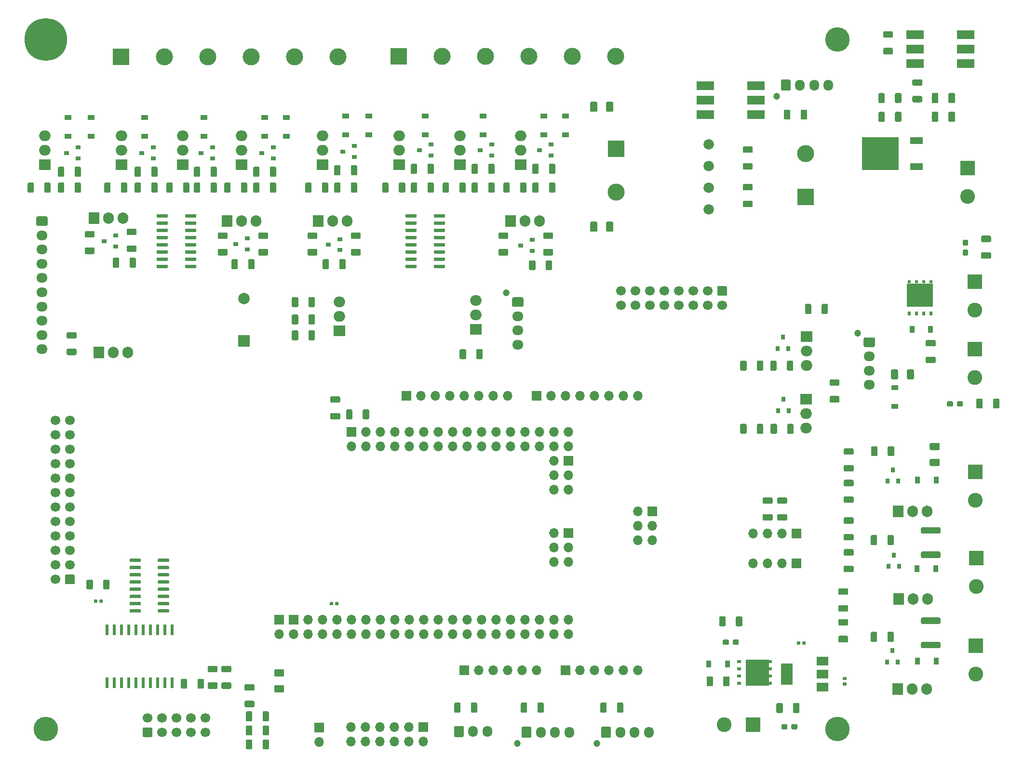
<source format=gts>
G04 #@! TF.GenerationSoftware,KiCad,Pcbnew,(5.1.0)-1*
G04 #@! TF.CreationDate,2022-05-17T16:18:03+10:00*
G04 #@! TF.ProjectId,mainPCB_v0.92,6d61696e-5043-4425-9f76-302e39322e6b,rev?*
G04 #@! TF.SameCoordinates,Original*
G04 #@! TF.FileFunction,Soldermask,Top*
G04 #@! TF.FilePolarity,Negative*
%FSLAX46Y46*%
G04 Gerber Fmt 4.6, Leading zero omitted, Abs format (unit mm)*
G04 Created by KiCad (PCBNEW (5.1.0)-1) date 2022-05-17 16:18:03*
%MOMM*%
%LPD*%
G04 APERTURE LIST*
%ADD10C,4.300000*%
%ADD11R,1.700000X1.700000*%
%ADD12O,1.700000X1.700000*%
%ADD13C,0.100000*%
%ADD14C,1.700000*%
%ADD15R,0.558800X1.981200*%
%ADD16O,2.000000X1.905000*%
%ADD17R,2.000000X1.905000*%
%ADD18C,2.600000*%
%ADD19R,2.600000X2.600000*%
%ADD20C,1.830000*%
%ADD21O,1.905000X2.000000*%
%ADD22R,1.905000X2.000000*%
%ADD23C,0.600000*%
%ADD24R,2.000000X2.000000*%
%ADD25C,2.000000*%
%ADD26C,0.560000*%
%ADD27C,1.150000*%
%ADD28R,1.200000X0.900000*%
%ADD29R,0.900000X1.200000*%
%ADD30C,1.250000*%
%ADD31C,1.125000*%
%ADD32O,1.950000X1.700000*%
%ADD33O,1.700000X1.950000*%
%ADD34C,1.200000*%
%ADD35R,2.200000X1.200000*%
%ADD36R,6.400000X5.800000*%
%ADD37R,0.900000X0.800000*%
%ADD38R,0.800000X0.900000*%
%ADD39R,3.100000X1.600000*%
%ADD40R,3.000000X3.000000*%
%ADD41C,3.000000*%
%ADD42C,7.500000*%
%ADD43R,2.000000X3.800000*%
%ADD44R,2.000000X1.500000*%
%ADD45C,0.950000*%
%ADD46R,4.600000X4.120000*%
%ADD47R,0.500000X0.550000*%
%ADD48R,0.500000X0.650000*%
%ADD49R,0.650000X0.500000*%
%ADD50R,0.550000X0.500000*%
%ADD51R,4.120000X4.600000*%
G04 APERTURE END LIST*
D10*
X145003000Y-6000000D03*
D11*
X137858500Y-92837000D03*
D12*
X135318500Y-92837000D03*
X132778500Y-92837000D03*
X130238500Y-92837000D03*
D13*
G36*
X10848004Y-100053204D02*
G01*
X10872273Y-100056804D01*
X10896071Y-100062765D01*
X10919171Y-100071030D01*
X10941349Y-100081520D01*
X10962393Y-100094133D01*
X10982098Y-100108747D01*
X11000277Y-100125223D01*
X11016753Y-100143402D01*
X11031367Y-100163107D01*
X11043980Y-100184151D01*
X11054470Y-100206329D01*
X11062735Y-100229429D01*
X11068696Y-100253227D01*
X11072296Y-100277496D01*
X11073500Y-100302000D01*
X11073500Y-101502000D01*
X11072296Y-101526504D01*
X11068696Y-101550773D01*
X11062735Y-101574571D01*
X11054470Y-101597671D01*
X11043980Y-101619849D01*
X11031367Y-101640893D01*
X11016753Y-101660598D01*
X11000277Y-101678777D01*
X10982098Y-101695253D01*
X10962393Y-101709867D01*
X10941349Y-101722480D01*
X10919171Y-101732970D01*
X10896071Y-101741235D01*
X10872273Y-101747196D01*
X10848004Y-101750796D01*
X10823500Y-101752000D01*
X9623500Y-101752000D01*
X9598996Y-101750796D01*
X9574727Y-101747196D01*
X9550929Y-101741235D01*
X9527829Y-101732970D01*
X9505651Y-101722480D01*
X9484607Y-101709867D01*
X9464902Y-101695253D01*
X9446723Y-101678777D01*
X9430247Y-101660598D01*
X9415633Y-101640893D01*
X9403020Y-101619849D01*
X9392530Y-101597671D01*
X9384265Y-101574571D01*
X9378304Y-101550773D01*
X9374704Y-101526504D01*
X9373500Y-101502000D01*
X9373500Y-100302000D01*
X9374704Y-100277496D01*
X9378304Y-100253227D01*
X9384265Y-100229429D01*
X9392530Y-100206329D01*
X9403020Y-100184151D01*
X9415633Y-100163107D01*
X9430247Y-100143402D01*
X9446723Y-100125223D01*
X9464902Y-100108747D01*
X9484607Y-100094133D01*
X9505651Y-100081520D01*
X9527829Y-100071030D01*
X9550929Y-100062765D01*
X9574727Y-100056804D01*
X9598996Y-100053204D01*
X9623500Y-100052000D01*
X10823500Y-100052000D01*
X10848004Y-100053204D01*
X10848004Y-100053204D01*
G37*
D14*
X10223500Y-100902000D03*
X10223500Y-98362000D03*
X10223500Y-95822000D03*
X10223500Y-93282000D03*
X10223500Y-90742000D03*
X10223500Y-88202000D03*
X10223500Y-85662000D03*
X10223500Y-83122000D03*
X10223500Y-80582000D03*
X10223500Y-78042000D03*
X10223500Y-75502000D03*
X10223500Y-72962000D03*
X7683500Y-100902000D03*
X7683500Y-98362000D03*
X7683500Y-95822000D03*
X7683500Y-93282000D03*
X7683500Y-90742000D03*
X7683500Y-88202000D03*
X7683500Y-85662000D03*
X7683500Y-83122000D03*
X7683500Y-80582000D03*
X7683500Y-78042000D03*
X7683500Y-75502000D03*
X7683500Y-72962000D03*
D11*
X137794500Y-98107500D03*
D12*
X135254500Y-98107500D03*
X132714500Y-98107500D03*
X130174500Y-98107500D03*
D15*
X16764000Y-109740700D03*
X18034000Y-109740700D03*
X19304000Y-109740700D03*
X20574000Y-109740700D03*
X21844000Y-109740700D03*
X23114000Y-109740700D03*
X24384000Y-109740700D03*
X25654000Y-109740700D03*
X26924000Y-109740700D03*
X28194000Y-109740700D03*
X28194000Y-119113300D03*
X26924000Y-119113300D03*
X25654000Y-119113300D03*
X24384000Y-119113300D03*
X23114000Y-119113300D03*
X21844000Y-119113300D03*
X20574000Y-119113300D03*
X19304000Y-119113300D03*
X18034000Y-119113300D03*
X16764000Y-119113300D03*
D16*
X81534000Y-51879500D03*
X81534000Y-54419500D03*
D17*
X81534000Y-56959500D03*
D18*
X169228000Y-86978500D03*
D19*
X169228000Y-81978500D03*
D20*
X122386000Y-24384000D03*
X122386000Y-28194000D03*
X122386000Y-32004000D03*
X122386000Y-35814000D03*
D18*
X125175000Y-126428000D03*
D19*
X130175000Y-126428000D03*
X169418000Y-97155000D03*
D18*
X169418000Y-102155000D03*
D19*
X167894000Y-28575000D03*
D18*
X167894000Y-33575000D03*
D19*
X169164000Y-48577500D03*
D18*
X169164000Y-53577500D03*
X169164000Y-65388500D03*
D19*
X169164000Y-60388500D03*
D11*
X54038500Y-126936000D03*
D12*
X54038500Y-129476000D03*
D16*
X57594500Y-52133500D03*
X57594500Y-54673500D03*
D17*
X57594500Y-57213500D03*
X54610000Y-27940000D03*
D16*
X54610000Y-25400000D03*
X54610000Y-22860000D03*
D17*
X5842000Y-27940000D03*
D16*
X5842000Y-25400000D03*
X5842000Y-22860000D03*
D21*
X58928000Y-37846000D03*
X56388000Y-37846000D03*
D22*
X53848000Y-37846000D03*
D21*
X160782000Y-88963500D03*
X158242000Y-88963500D03*
D22*
X155702000Y-88963500D03*
D21*
X19558000Y-37338000D03*
X17018000Y-37338000D03*
D22*
X14478000Y-37338000D03*
D17*
X68072000Y-27940000D03*
D16*
X68072000Y-25400000D03*
X68072000Y-22860000D03*
D17*
X19304000Y-27940000D03*
D16*
X19304000Y-25400000D03*
X19304000Y-22860000D03*
D17*
X78740000Y-27940000D03*
D16*
X78740000Y-25400000D03*
X78740000Y-22860000D03*
X30035500Y-22923500D03*
X30035500Y-25463500D03*
D17*
X30035500Y-28003500D03*
X89408000Y-27940000D03*
D16*
X89408000Y-25400000D03*
X89408000Y-22860000D03*
D17*
X40386000Y-27940000D03*
D16*
X40386000Y-25400000D03*
X40386000Y-22860000D03*
D22*
X87630000Y-37846000D03*
D21*
X90170000Y-37846000D03*
X92710000Y-37846000D03*
X42926000Y-37846000D03*
X40386000Y-37846000D03*
D22*
X37846000Y-37846000D03*
X155766000Y-104330000D03*
D21*
X158306000Y-104330000D03*
X160846000Y-104330000D03*
D22*
X155575000Y-120142000D03*
D21*
X158115000Y-120142000D03*
X160655000Y-120142000D03*
D16*
X139636000Y-63309500D03*
X139636000Y-60769500D03*
D17*
X139636000Y-58229500D03*
X139510000Y-69215000D03*
D16*
X139510000Y-71755000D03*
X139510000Y-74295000D03*
D19*
X169291000Y-112586000D03*
D18*
X169291000Y-117586000D03*
D13*
G36*
X32270703Y-45547722D02*
G01*
X32285264Y-45549882D01*
X32299543Y-45553459D01*
X32313403Y-45558418D01*
X32326710Y-45564712D01*
X32339336Y-45572280D01*
X32351159Y-45581048D01*
X32362066Y-45590934D01*
X32371952Y-45601841D01*
X32380720Y-45613664D01*
X32388288Y-45626290D01*
X32394582Y-45639597D01*
X32399541Y-45653457D01*
X32403118Y-45667736D01*
X32405278Y-45682297D01*
X32406000Y-45697000D01*
X32406000Y-45997000D01*
X32405278Y-46011703D01*
X32403118Y-46026264D01*
X32399541Y-46040543D01*
X32394582Y-46054403D01*
X32388288Y-46067710D01*
X32380720Y-46080336D01*
X32371952Y-46092159D01*
X32362066Y-46103066D01*
X32351159Y-46112952D01*
X32339336Y-46121720D01*
X32326710Y-46129288D01*
X32313403Y-46135582D01*
X32299543Y-46140541D01*
X32285264Y-46144118D01*
X32270703Y-46146278D01*
X32256000Y-46147000D01*
X30606000Y-46147000D01*
X30591297Y-46146278D01*
X30576736Y-46144118D01*
X30562457Y-46140541D01*
X30548597Y-46135582D01*
X30535290Y-46129288D01*
X30522664Y-46121720D01*
X30510841Y-46112952D01*
X30499934Y-46103066D01*
X30490048Y-46092159D01*
X30481280Y-46080336D01*
X30473712Y-46067710D01*
X30467418Y-46054403D01*
X30462459Y-46040543D01*
X30458882Y-46026264D01*
X30456722Y-46011703D01*
X30456000Y-45997000D01*
X30456000Y-45697000D01*
X30456722Y-45682297D01*
X30458882Y-45667736D01*
X30462459Y-45653457D01*
X30467418Y-45639597D01*
X30473712Y-45626290D01*
X30481280Y-45613664D01*
X30490048Y-45601841D01*
X30499934Y-45590934D01*
X30510841Y-45581048D01*
X30522664Y-45572280D01*
X30535290Y-45564712D01*
X30548597Y-45558418D01*
X30562457Y-45553459D01*
X30576736Y-45549882D01*
X30591297Y-45547722D01*
X30606000Y-45547000D01*
X32256000Y-45547000D01*
X32270703Y-45547722D01*
X32270703Y-45547722D01*
G37*
D23*
X31431000Y-45847000D03*
D13*
G36*
X32270703Y-44277722D02*
G01*
X32285264Y-44279882D01*
X32299543Y-44283459D01*
X32313403Y-44288418D01*
X32326710Y-44294712D01*
X32339336Y-44302280D01*
X32351159Y-44311048D01*
X32362066Y-44320934D01*
X32371952Y-44331841D01*
X32380720Y-44343664D01*
X32388288Y-44356290D01*
X32394582Y-44369597D01*
X32399541Y-44383457D01*
X32403118Y-44397736D01*
X32405278Y-44412297D01*
X32406000Y-44427000D01*
X32406000Y-44727000D01*
X32405278Y-44741703D01*
X32403118Y-44756264D01*
X32399541Y-44770543D01*
X32394582Y-44784403D01*
X32388288Y-44797710D01*
X32380720Y-44810336D01*
X32371952Y-44822159D01*
X32362066Y-44833066D01*
X32351159Y-44842952D01*
X32339336Y-44851720D01*
X32326710Y-44859288D01*
X32313403Y-44865582D01*
X32299543Y-44870541D01*
X32285264Y-44874118D01*
X32270703Y-44876278D01*
X32256000Y-44877000D01*
X30606000Y-44877000D01*
X30591297Y-44876278D01*
X30576736Y-44874118D01*
X30562457Y-44870541D01*
X30548597Y-44865582D01*
X30535290Y-44859288D01*
X30522664Y-44851720D01*
X30510841Y-44842952D01*
X30499934Y-44833066D01*
X30490048Y-44822159D01*
X30481280Y-44810336D01*
X30473712Y-44797710D01*
X30467418Y-44784403D01*
X30462459Y-44770543D01*
X30458882Y-44756264D01*
X30456722Y-44741703D01*
X30456000Y-44727000D01*
X30456000Y-44427000D01*
X30456722Y-44412297D01*
X30458882Y-44397736D01*
X30462459Y-44383457D01*
X30467418Y-44369597D01*
X30473712Y-44356290D01*
X30481280Y-44343664D01*
X30490048Y-44331841D01*
X30499934Y-44320934D01*
X30510841Y-44311048D01*
X30522664Y-44302280D01*
X30535290Y-44294712D01*
X30548597Y-44288418D01*
X30562457Y-44283459D01*
X30576736Y-44279882D01*
X30591297Y-44277722D01*
X30606000Y-44277000D01*
X32256000Y-44277000D01*
X32270703Y-44277722D01*
X32270703Y-44277722D01*
G37*
D23*
X31431000Y-44577000D03*
D13*
G36*
X32270703Y-43007722D02*
G01*
X32285264Y-43009882D01*
X32299543Y-43013459D01*
X32313403Y-43018418D01*
X32326710Y-43024712D01*
X32339336Y-43032280D01*
X32351159Y-43041048D01*
X32362066Y-43050934D01*
X32371952Y-43061841D01*
X32380720Y-43073664D01*
X32388288Y-43086290D01*
X32394582Y-43099597D01*
X32399541Y-43113457D01*
X32403118Y-43127736D01*
X32405278Y-43142297D01*
X32406000Y-43157000D01*
X32406000Y-43457000D01*
X32405278Y-43471703D01*
X32403118Y-43486264D01*
X32399541Y-43500543D01*
X32394582Y-43514403D01*
X32388288Y-43527710D01*
X32380720Y-43540336D01*
X32371952Y-43552159D01*
X32362066Y-43563066D01*
X32351159Y-43572952D01*
X32339336Y-43581720D01*
X32326710Y-43589288D01*
X32313403Y-43595582D01*
X32299543Y-43600541D01*
X32285264Y-43604118D01*
X32270703Y-43606278D01*
X32256000Y-43607000D01*
X30606000Y-43607000D01*
X30591297Y-43606278D01*
X30576736Y-43604118D01*
X30562457Y-43600541D01*
X30548597Y-43595582D01*
X30535290Y-43589288D01*
X30522664Y-43581720D01*
X30510841Y-43572952D01*
X30499934Y-43563066D01*
X30490048Y-43552159D01*
X30481280Y-43540336D01*
X30473712Y-43527710D01*
X30467418Y-43514403D01*
X30462459Y-43500543D01*
X30458882Y-43486264D01*
X30456722Y-43471703D01*
X30456000Y-43457000D01*
X30456000Y-43157000D01*
X30456722Y-43142297D01*
X30458882Y-43127736D01*
X30462459Y-43113457D01*
X30467418Y-43099597D01*
X30473712Y-43086290D01*
X30481280Y-43073664D01*
X30490048Y-43061841D01*
X30499934Y-43050934D01*
X30510841Y-43041048D01*
X30522664Y-43032280D01*
X30535290Y-43024712D01*
X30548597Y-43018418D01*
X30562457Y-43013459D01*
X30576736Y-43009882D01*
X30591297Y-43007722D01*
X30606000Y-43007000D01*
X32256000Y-43007000D01*
X32270703Y-43007722D01*
X32270703Y-43007722D01*
G37*
D23*
X31431000Y-43307000D03*
D13*
G36*
X32270703Y-41737722D02*
G01*
X32285264Y-41739882D01*
X32299543Y-41743459D01*
X32313403Y-41748418D01*
X32326710Y-41754712D01*
X32339336Y-41762280D01*
X32351159Y-41771048D01*
X32362066Y-41780934D01*
X32371952Y-41791841D01*
X32380720Y-41803664D01*
X32388288Y-41816290D01*
X32394582Y-41829597D01*
X32399541Y-41843457D01*
X32403118Y-41857736D01*
X32405278Y-41872297D01*
X32406000Y-41887000D01*
X32406000Y-42187000D01*
X32405278Y-42201703D01*
X32403118Y-42216264D01*
X32399541Y-42230543D01*
X32394582Y-42244403D01*
X32388288Y-42257710D01*
X32380720Y-42270336D01*
X32371952Y-42282159D01*
X32362066Y-42293066D01*
X32351159Y-42302952D01*
X32339336Y-42311720D01*
X32326710Y-42319288D01*
X32313403Y-42325582D01*
X32299543Y-42330541D01*
X32285264Y-42334118D01*
X32270703Y-42336278D01*
X32256000Y-42337000D01*
X30606000Y-42337000D01*
X30591297Y-42336278D01*
X30576736Y-42334118D01*
X30562457Y-42330541D01*
X30548597Y-42325582D01*
X30535290Y-42319288D01*
X30522664Y-42311720D01*
X30510841Y-42302952D01*
X30499934Y-42293066D01*
X30490048Y-42282159D01*
X30481280Y-42270336D01*
X30473712Y-42257710D01*
X30467418Y-42244403D01*
X30462459Y-42230543D01*
X30458882Y-42216264D01*
X30456722Y-42201703D01*
X30456000Y-42187000D01*
X30456000Y-41887000D01*
X30456722Y-41872297D01*
X30458882Y-41857736D01*
X30462459Y-41843457D01*
X30467418Y-41829597D01*
X30473712Y-41816290D01*
X30481280Y-41803664D01*
X30490048Y-41791841D01*
X30499934Y-41780934D01*
X30510841Y-41771048D01*
X30522664Y-41762280D01*
X30535290Y-41754712D01*
X30548597Y-41748418D01*
X30562457Y-41743459D01*
X30576736Y-41739882D01*
X30591297Y-41737722D01*
X30606000Y-41737000D01*
X32256000Y-41737000D01*
X32270703Y-41737722D01*
X32270703Y-41737722D01*
G37*
D23*
X31431000Y-42037000D03*
D13*
G36*
X32270703Y-40467722D02*
G01*
X32285264Y-40469882D01*
X32299543Y-40473459D01*
X32313403Y-40478418D01*
X32326710Y-40484712D01*
X32339336Y-40492280D01*
X32351159Y-40501048D01*
X32362066Y-40510934D01*
X32371952Y-40521841D01*
X32380720Y-40533664D01*
X32388288Y-40546290D01*
X32394582Y-40559597D01*
X32399541Y-40573457D01*
X32403118Y-40587736D01*
X32405278Y-40602297D01*
X32406000Y-40617000D01*
X32406000Y-40917000D01*
X32405278Y-40931703D01*
X32403118Y-40946264D01*
X32399541Y-40960543D01*
X32394582Y-40974403D01*
X32388288Y-40987710D01*
X32380720Y-41000336D01*
X32371952Y-41012159D01*
X32362066Y-41023066D01*
X32351159Y-41032952D01*
X32339336Y-41041720D01*
X32326710Y-41049288D01*
X32313403Y-41055582D01*
X32299543Y-41060541D01*
X32285264Y-41064118D01*
X32270703Y-41066278D01*
X32256000Y-41067000D01*
X30606000Y-41067000D01*
X30591297Y-41066278D01*
X30576736Y-41064118D01*
X30562457Y-41060541D01*
X30548597Y-41055582D01*
X30535290Y-41049288D01*
X30522664Y-41041720D01*
X30510841Y-41032952D01*
X30499934Y-41023066D01*
X30490048Y-41012159D01*
X30481280Y-41000336D01*
X30473712Y-40987710D01*
X30467418Y-40974403D01*
X30462459Y-40960543D01*
X30458882Y-40946264D01*
X30456722Y-40931703D01*
X30456000Y-40917000D01*
X30456000Y-40617000D01*
X30456722Y-40602297D01*
X30458882Y-40587736D01*
X30462459Y-40573457D01*
X30467418Y-40559597D01*
X30473712Y-40546290D01*
X30481280Y-40533664D01*
X30490048Y-40521841D01*
X30499934Y-40510934D01*
X30510841Y-40501048D01*
X30522664Y-40492280D01*
X30535290Y-40484712D01*
X30548597Y-40478418D01*
X30562457Y-40473459D01*
X30576736Y-40469882D01*
X30591297Y-40467722D01*
X30606000Y-40467000D01*
X32256000Y-40467000D01*
X32270703Y-40467722D01*
X32270703Y-40467722D01*
G37*
D23*
X31431000Y-40767000D03*
D13*
G36*
X32270703Y-39197722D02*
G01*
X32285264Y-39199882D01*
X32299543Y-39203459D01*
X32313403Y-39208418D01*
X32326710Y-39214712D01*
X32339336Y-39222280D01*
X32351159Y-39231048D01*
X32362066Y-39240934D01*
X32371952Y-39251841D01*
X32380720Y-39263664D01*
X32388288Y-39276290D01*
X32394582Y-39289597D01*
X32399541Y-39303457D01*
X32403118Y-39317736D01*
X32405278Y-39332297D01*
X32406000Y-39347000D01*
X32406000Y-39647000D01*
X32405278Y-39661703D01*
X32403118Y-39676264D01*
X32399541Y-39690543D01*
X32394582Y-39704403D01*
X32388288Y-39717710D01*
X32380720Y-39730336D01*
X32371952Y-39742159D01*
X32362066Y-39753066D01*
X32351159Y-39762952D01*
X32339336Y-39771720D01*
X32326710Y-39779288D01*
X32313403Y-39785582D01*
X32299543Y-39790541D01*
X32285264Y-39794118D01*
X32270703Y-39796278D01*
X32256000Y-39797000D01*
X30606000Y-39797000D01*
X30591297Y-39796278D01*
X30576736Y-39794118D01*
X30562457Y-39790541D01*
X30548597Y-39785582D01*
X30535290Y-39779288D01*
X30522664Y-39771720D01*
X30510841Y-39762952D01*
X30499934Y-39753066D01*
X30490048Y-39742159D01*
X30481280Y-39730336D01*
X30473712Y-39717710D01*
X30467418Y-39704403D01*
X30462459Y-39690543D01*
X30458882Y-39676264D01*
X30456722Y-39661703D01*
X30456000Y-39647000D01*
X30456000Y-39347000D01*
X30456722Y-39332297D01*
X30458882Y-39317736D01*
X30462459Y-39303457D01*
X30467418Y-39289597D01*
X30473712Y-39276290D01*
X30481280Y-39263664D01*
X30490048Y-39251841D01*
X30499934Y-39240934D01*
X30510841Y-39231048D01*
X30522664Y-39222280D01*
X30535290Y-39214712D01*
X30548597Y-39208418D01*
X30562457Y-39203459D01*
X30576736Y-39199882D01*
X30591297Y-39197722D01*
X30606000Y-39197000D01*
X32256000Y-39197000D01*
X32270703Y-39197722D01*
X32270703Y-39197722D01*
G37*
D23*
X31431000Y-39497000D03*
D13*
G36*
X32270703Y-37927722D02*
G01*
X32285264Y-37929882D01*
X32299543Y-37933459D01*
X32313403Y-37938418D01*
X32326710Y-37944712D01*
X32339336Y-37952280D01*
X32351159Y-37961048D01*
X32362066Y-37970934D01*
X32371952Y-37981841D01*
X32380720Y-37993664D01*
X32388288Y-38006290D01*
X32394582Y-38019597D01*
X32399541Y-38033457D01*
X32403118Y-38047736D01*
X32405278Y-38062297D01*
X32406000Y-38077000D01*
X32406000Y-38377000D01*
X32405278Y-38391703D01*
X32403118Y-38406264D01*
X32399541Y-38420543D01*
X32394582Y-38434403D01*
X32388288Y-38447710D01*
X32380720Y-38460336D01*
X32371952Y-38472159D01*
X32362066Y-38483066D01*
X32351159Y-38492952D01*
X32339336Y-38501720D01*
X32326710Y-38509288D01*
X32313403Y-38515582D01*
X32299543Y-38520541D01*
X32285264Y-38524118D01*
X32270703Y-38526278D01*
X32256000Y-38527000D01*
X30606000Y-38527000D01*
X30591297Y-38526278D01*
X30576736Y-38524118D01*
X30562457Y-38520541D01*
X30548597Y-38515582D01*
X30535290Y-38509288D01*
X30522664Y-38501720D01*
X30510841Y-38492952D01*
X30499934Y-38483066D01*
X30490048Y-38472159D01*
X30481280Y-38460336D01*
X30473712Y-38447710D01*
X30467418Y-38434403D01*
X30462459Y-38420543D01*
X30458882Y-38406264D01*
X30456722Y-38391703D01*
X30456000Y-38377000D01*
X30456000Y-38077000D01*
X30456722Y-38062297D01*
X30458882Y-38047736D01*
X30462459Y-38033457D01*
X30467418Y-38019597D01*
X30473712Y-38006290D01*
X30481280Y-37993664D01*
X30490048Y-37981841D01*
X30499934Y-37970934D01*
X30510841Y-37961048D01*
X30522664Y-37952280D01*
X30535290Y-37944712D01*
X30548597Y-37938418D01*
X30562457Y-37933459D01*
X30576736Y-37929882D01*
X30591297Y-37927722D01*
X30606000Y-37927000D01*
X32256000Y-37927000D01*
X32270703Y-37927722D01*
X32270703Y-37927722D01*
G37*
D23*
X31431000Y-38227000D03*
D13*
G36*
X32270703Y-36657722D02*
G01*
X32285264Y-36659882D01*
X32299543Y-36663459D01*
X32313403Y-36668418D01*
X32326710Y-36674712D01*
X32339336Y-36682280D01*
X32351159Y-36691048D01*
X32362066Y-36700934D01*
X32371952Y-36711841D01*
X32380720Y-36723664D01*
X32388288Y-36736290D01*
X32394582Y-36749597D01*
X32399541Y-36763457D01*
X32403118Y-36777736D01*
X32405278Y-36792297D01*
X32406000Y-36807000D01*
X32406000Y-37107000D01*
X32405278Y-37121703D01*
X32403118Y-37136264D01*
X32399541Y-37150543D01*
X32394582Y-37164403D01*
X32388288Y-37177710D01*
X32380720Y-37190336D01*
X32371952Y-37202159D01*
X32362066Y-37213066D01*
X32351159Y-37222952D01*
X32339336Y-37231720D01*
X32326710Y-37239288D01*
X32313403Y-37245582D01*
X32299543Y-37250541D01*
X32285264Y-37254118D01*
X32270703Y-37256278D01*
X32256000Y-37257000D01*
X30606000Y-37257000D01*
X30591297Y-37256278D01*
X30576736Y-37254118D01*
X30562457Y-37250541D01*
X30548597Y-37245582D01*
X30535290Y-37239288D01*
X30522664Y-37231720D01*
X30510841Y-37222952D01*
X30499934Y-37213066D01*
X30490048Y-37202159D01*
X30481280Y-37190336D01*
X30473712Y-37177710D01*
X30467418Y-37164403D01*
X30462459Y-37150543D01*
X30458882Y-37136264D01*
X30456722Y-37121703D01*
X30456000Y-37107000D01*
X30456000Y-36807000D01*
X30456722Y-36792297D01*
X30458882Y-36777736D01*
X30462459Y-36763457D01*
X30467418Y-36749597D01*
X30473712Y-36736290D01*
X30481280Y-36723664D01*
X30490048Y-36711841D01*
X30499934Y-36700934D01*
X30510841Y-36691048D01*
X30522664Y-36682280D01*
X30535290Y-36674712D01*
X30548597Y-36668418D01*
X30562457Y-36663459D01*
X30576736Y-36659882D01*
X30591297Y-36657722D01*
X30606000Y-36657000D01*
X32256000Y-36657000D01*
X32270703Y-36657722D01*
X32270703Y-36657722D01*
G37*
D23*
X31431000Y-36957000D03*
D13*
G36*
X27320703Y-36657722D02*
G01*
X27335264Y-36659882D01*
X27349543Y-36663459D01*
X27363403Y-36668418D01*
X27376710Y-36674712D01*
X27389336Y-36682280D01*
X27401159Y-36691048D01*
X27412066Y-36700934D01*
X27421952Y-36711841D01*
X27430720Y-36723664D01*
X27438288Y-36736290D01*
X27444582Y-36749597D01*
X27449541Y-36763457D01*
X27453118Y-36777736D01*
X27455278Y-36792297D01*
X27456000Y-36807000D01*
X27456000Y-37107000D01*
X27455278Y-37121703D01*
X27453118Y-37136264D01*
X27449541Y-37150543D01*
X27444582Y-37164403D01*
X27438288Y-37177710D01*
X27430720Y-37190336D01*
X27421952Y-37202159D01*
X27412066Y-37213066D01*
X27401159Y-37222952D01*
X27389336Y-37231720D01*
X27376710Y-37239288D01*
X27363403Y-37245582D01*
X27349543Y-37250541D01*
X27335264Y-37254118D01*
X27320703Y-37256278D01*
X27306000Y-37257000D01*
X25656000Y-37257000D01*
X25641297Y-37256278D01*
X25626736Y-37254118D01*
X25612457Y-37250541D01*
X25598597Y-37245582D01*
X25585290Y-37239288D01*
X25572664Y-37231720D01*
X25560841Y-37222952D01*
X25549934Y-37213066D01*
X25540048Y-37202159D01*
X25531280Y-37190336D01*
X25523712Y-37177710D01*
X25517418Y-37164403D01*
X25512459Y-37150543D01*
X25508882Y-37136264D01*
X25506722Y-37121703D01*
X25506000Y-37107000D01*
X25506000Y-36807000D01*
X25506722Y-36792297D01*
X25508882Y-36777736D01*
X25512459Y-36763457D01*
X25517418Y-36749597D01*
X25523712Y-36736290D01*
X25531280Y-36723664D01*
X25540048Y-36711841D01*
X25549934Y-36700934D01*
X25560841Y-36691048D01*
X25572664Y-36682280D01*
X25585290Y-36674712D01*
X25598597Y-36668418D01*
X25612457Y-36663459D01*
X25626736Y-36659882D01*
X25641297Y-36657722D01*
X25656000Y-36657000D01*
X27306000Y-36657000D01*
X27320703Y-36657722D01*
X27320703Y-36657722D01*
G37*
D23*
X26481000Y-36957000D03*
D13*
G36*
X27320703Y-37927722D02*
G01*
X27335264Y-37929882D01*
X27349543Y-37933459D01*
X27363403Y-37938418D01*
X27376710Y-37944712D01*
X27389336Y-37952280D01*
X27401159Y-37961048D01*
X27412066Y-37970934D01*
X27421952Y-37981841D01*
X27430720Y-37993664D01*
X27438288Y-38006290D01*
X27444582Y-38019597D01*
X27449541Y-38033457D01*
X27453118Y-38047736D01*
X27455278Y-38062297D01*
X27456000Y-38077000D01*
X27456000Y-38377000D01*
X27455278Y-38391703D01*
X27453118Y-38406264D01*
X27449541Y-38420543D01*
X27444582Y-38434403D01*
X27438288Y-38447710D01*
X27430720Y-38460336D01*
X27421952Y-38472159D01*
X27412066Y-38483066D01*
X27401159Y-38492952D01*
X27389336Y-38501720D01*
X27376710Y-38509288D01*
X27363403Y-38515582D01*
X27349543Y-38520541D01*
X27335264Y-38524118D01*
X27320703Y-38526278D01*
X27306000Y-38527000D01*
X25656000Y-38527000D01*
X25641297Y-38526278D01*
X25626736Y-38524118D01*
X25612457Y-38520541D01*
X25598597Y-38515582D01*
X25585290Y-38509288D01*
X25572664Y-38501720D01*
X25560841Y-38492952D01*
X25549934Y-38483066D01*
X25540048Y-38472159D01*
X25531280Y-38460336D01*
X25523712Y-38447710D01*
X25517418Y-38434403D01*
X25512459Y-38420543D01*
X25508882Y-38406264D01*
X25506722Y-38391703D01*
X25506000Y-38377000D01*
X25506000Y-38077000D01*
X25506722Y-38062297D01*
X25508882Y-38047736D01*
X25512459Y-38033457D01*
X25517418Y-38019597D01*
X25523712Y-38006290D01*
X25531280Y-37993664D01*
X25540048Y-37981841D01*
X25549934Y-37970934D01*
X25560841Y-37961048D01*
X25572664Y-37952280D01*
X25585290Y-37944712D01*
X25598597Y-37938418D01*
X25612457Y-37933459D01*
X25626736Y-37929882D01*
X25641297Y-37927722D01*
X25656000Y-37927000D01*
X27306000Y-37927000D01*
X27320703Y-37927722D01*
X27320703Y-37927722D01*
G37*
D23*
X26481000Y-38227000D03*
D13*
G36*
X27320703Y-39197722D02*
G01*
X27335264Y-39199882D01*
X27349543Y-39203459D01*
X27363403Y-39208418D01*
X27376710Y-39214712D01*
X27389336Y-39222280D01*
X27401159Y-39231048D01*
X27412066Y-39240934D01*
X27421952Y-39251841D01*
X27430720Y-39263664D01*
X27438288Y-39276290D01*
X27444582Y-39289597D01*
X27449541Y-39303457D01*
X27453118Y-39317736D01*
X27455278Y-39332297D01*
X27456000Y-39347000D01*
X27456000Y-39647000D01*
X27455278Y-39661703D01*
X27453118Y-39676264D01*
X27449541Y-39690543D01*
X27444582Y-39704403D01*
X27438288Y-39717710D01*
X27430720Y-39730336D01*
X27421952Y-39742159D01*
X27412066Y-39753066D01*
X27401159Y-39762952D01*
X27389336Y-39771720D01*
X27376710Y-39779288D01*
X27363403Y-39785582D01*
X27349543Y-39790541D01*
X27335264Y-39794118D01*
X27320703Y-39796278D01*
X27306000Y-39797000D01*
X25656000Y-39797000D01*
X25641297Y-39796278D01*
X25626736Y-39794118D01*
X25612457Y-39790541D01*
X25598597Y-39785582D01*
X25585290Y-39779288D01*
X25572664Y-39771720D01*
X25560841Y-39762952D01*
X25549934Y-39753066D01*
X25540048Y-39742159D01*
X25531280Y-39730336D01*
X25523712Y-39717710D01*
X25517418Y-39704403D01*
X25512459Y-39690543D01*
X25508882Y-39676264D01*
X25506722Y-39661703D01*
X25506000Y-39647000D01*
X25506000Y-39347000D01*
X25506722Y-39332297D01*
X25508882Y-39317736D01*
X25512459Y-39303457D01*
X25517418Y-39289597D01*
X25523712Y-39276290D01*
X25531280Y-39263664D01*
X25540048Y-39251841D01*
X25549934Y-39240934D01*
X25560841Y-39231048D01*
X25572664Y-39222280D01*
X25585290Y-39214712D01*
X25598597Y-39208418D01*
X25612457Y-39203459D01*
X25626736Y-39199882D01*
X25641297Y-39197722D01*
X25656000Y-39197000D01*
X27306000Y-39197000D01*
X27320703Y-39197722D01*
X27320703Y-39197722D01*
G37*
D23*
X26481000Y-39497000D03*
D13*
G36*
X27320703Y-40467722D02*
G01*
X27335264Y-40469882D01*
X27349543Y-40473459D01*
X27363403Y-40478418D01*
X27376710Y-40484712D01*
X27389336Y-40492280D01*
X27401159Y-40501048D01*
X27412066Y-40510934D01*
X27421952Y-40521841D01*
X27430720Y-40533664D01*
X27438288Y-40546290D01*
X27444582Y-40559597D01*
X27449541Y-40573457D01*
X27453118Y-40587736D01*
X27455278Y-40602297D01*
X27456000Y-40617000D01*
X27456000Y-40917000D01*
X27455278Y-40931703D01*
X27453118Y-40946264D01*
X27449541Y-40960543D01*
X27444582Y-40974403D01*
X27438288Y-40987710D01*
X27430720Y-41000336D01*
X27421952Y-41012159D01*
X27412066Y-41023066D01*
X27401159Y-41032952D01*
X27389336Y-41041720D01*
X27376710Y-41049288D01*
X27363403Y-41055582D01*
X27349543Y-41060541D01*
X27335264Y-41064118D01*
X27320703Y-41066278D01*
X27306000Y-41067000D01*
X25656000Y-41067000D01*
X25641297Y-41066278D01*
X25626736Y-41064118D01*
X25612457Y-41060541D01*
X25598597Y-41055582D01*
X25585290Y-41049288D01*
X25572664Y-41041720D01*
X25560841Y-41032952D01*
X25549934Y-41023066D01*
X25540048Y-41012159D01*
X25531280Y-41000336D01*
X25523712Y-40987710D01*
X25517418Y-40974403D01*
X25512459Y-40960543D01*
X25508882Y-40946264D01*
X25506722Y-40931703D01*
X25506000Y-40917000D01*
X25506000Y-40617000D01*
X25506722Y-40602297D01*
X25508882Y-40587736D01*
X25512459Y-40573457D01*
X25517418Y-40559597D01*
X25523712Y-40546290D01*
X25531280Y-40533664D01*
X25540048Y-40521841D01*
X25549934Y-40510934D01*
X25560841Y-40501048D01*
X25572664Y-40492280D01*
X25585290Y-40484712D01*
X25598597Y-40478418D01*
X25612457Y-40473459D01*
X25626736Y-40469882D01*
X25641297Y-40467722D01*
X25656000Y-40467000D01*
X27306000Y-40467000D01*
X27320703Y-40467722D01*
X27320703Y-40467722D01*
G37*
D23*
X26481000Y-40767000D03*
D13*
G36*
X27320703Y-41737722D02*
G01*
X27335264Y-41739882D01*
X27349543Y-41743459D01*
X27363403Y-41748418D01*
X27376710Y-41754712D01*
X27389336Y-41762280D01*
X27401159Y-41771048D01*
X27412066Y-41780934D01*
X27421952Y-41791841D01*
X27430720Y-41803664D01*
X27438288Y-41816290D01*
X27444582Y-41829597D01*
X27449541Y-41843457D01*
X27453118Y-41857736D01*
X27455278Y-41872297D01*
X27456000Y-41887000D01*
X27456000Y-42187000D01*
X27455278Y-42201703D01*
X27453118Y-42216264D01*
X27449541Y-42230543D01*
X27444582Y-42244403D01*
X27438288Y-42257710D01*
X27430720Y-42270336D01*
X27421952Y-42282159D01*
X27412066Y-42293066D01*
X27401159Y-42302952D01*
X27389336Y-42311720D01*
X27376710Y-42319288D01*
X27363403Y-42325582D01*
X27349543Y-42330541D01*
X27335264Y-42334118D01*
X27320703Y-42336278D01*
X27306000Y-42337000D01*
X25656000Y-42337000D01*
X25641297Y-42336278D01*
X25626736Y-42334118D01*
X25612457Y-42330541D01*
X25598597Y-42325582D01*
X25585290Y-42319288D01*
X25572664Y-42311720D01*
X25560841Y-42302952D01*
X25549934Y-42293066D01*
X25540048Y-42282159D01*
X25531280Y-42270336D01*
X25523712Y-42257710D01*
X25517418Y-42244403D01*
X25512459Y-42230543D01*
X25508882Y-42216264D01*
X25506722Y-42201703D01*
X25506000Y-42187000D01*
X25506000Y-41887000D01*
X25506722Y-41872297D01*
X25508882Y-41857736D01*
X25512459Y-41843457D01*
X25517418Y-41829597D01*
X25523712Y-41816290D01*
X25531280Y-41803664D01*
X25540048Y-41791841D01*
X25549934Y-41780934D01*
X25560841Y-41771048D01*
X25572664Y-41762280D01*
X25585290Y-41754712D01*
X25598597Y-41748418D01*
X25612457Y-41743459D01*
X25626736Y-41739882D01*
X25641297Y-41737722D01*
X25656000Y-41737000D01*
X27306000Y-41737000D01*
X27320703Y-41737722D01*
X27320703Y-41737722D01*
G37*
D23*
X26481000Y-42037000D03*
D13*
G36*
X27320703Y-43007722D02*
G01*
X27335264Y-43009882D01*
X27349543Y-43013459D01*
X27363403Y-43018418D01*
X27376710Y-43024712D01*
X27389336Y-43032280D01*
X27401159Y-43041048D01*
X27412066Y-43050934D01*
X27421952Y-43061841D01*
X27430720Y-43073664D01*
X27438288Y-43086290D01*
X27444582Y-43099597D01*
X27449541Y-43113457D01*
X27453118Y-43127736D01*
X27455278Y-43142297D01*
X27456000Y-43157000D01*
X27456000Y-43457000D01*
X27455278Y-43471703D01*
X27453118Y-43486264D01*
X27449541Y-43500543D01*
X27444582Y-43514403D01*
X27438288Y-43527710D01*
X27430720Y-43540336D01*
X27421952Y-43552159D01*
X27412066Y-43563066D01*
X27401159Y-43572952D01*
X27389336Y-43581720D01*
X27376710Y-43589288D01*
X27363403Y-43595582D01*
X27349543Y-43600541D01*
X27335264Y-43604118D01*
X27320703Y-43606278D01*
X27306000Y-43607000D01*
X25656000Y-43607000D01*
X25641297Y-43606278D01*
X25626736Y-43604118D01*
X25612457Y-43600541D01*
X25598597Y-43595582D01*
X25585290Y-43589288D01*
X25572664Y-43581720D01*
X25560841Y-43572952D01*
X25549934Y-43563066D01*
X25540048Y-43552159D01*
X25531280Y-43540336D01*
X25523712Y-43527710D01*
X25517418Y-43514403D01*
X25512459Y-43500543D01*
X25508882Y-43486264D01*
X25506722Y-43471703D01*
X25506000Y-43457000D01*
X25506000Y-43157000D01*
X25506722Y-43142297D01*
X25508882Y-43127736D01*
X25512459Y-43113457D01*
X25517418Y-43099597D01*
X25523712Y-43086290D01*
X25531280Y-43073664D01*
X25540048Y-43061841D01*
X25549934Y-43050934D01*
X25560841Y-43041048D01*
X25572664Y-43032280D01*
X25585290Y-43024712D01*
X25598597Y-43018418D01*
X25612457Y-43013459D01*
X25626736Y-43009882D01*
X25641297Y-43007722D01*
X25656000Y-43007000D01*
X27306000Y-43007000D01*
X27320703Y-43007722D01*
X27320703Y-43007722D01*
G37*
D23*
X26481000Y-43307000D03*
D13*
G36*
X27320703Y-44277722D02*
G01*
X27335264Y-44279882D01*
X27349543Y-44283459D01*
X27363403Y-44288418D01*
X27376710Y-44294712D01*
X27389336Y-44302280D01*
X27401159Y-44311048D01*
X27412066Y-44320934D01*
X27421952Y-44331841D01*
X27430720Y-44343664D01*
X27438288Y-44356290D01*
X27444582Y-44369597D01*
X27449541Y-44383457D01*
X27453118Y-44397736D01*
X27455278Y-44412297D01*
X27456000Y-44427000D01*
X27456000Y-44727000D01*
X27455278Y-44741703D01*
X27453118Y-44756264D01*
X27449541Y-44770543D01*
X27444582Y-44784403D01*
X27438288Y-44797710D01*
X27430720Y-44810336D01*
X27421952Y-44822159D01*
X27412066Y-44833066D01*
X27401159Y-44842952D01*
X27389336Y-44851720D01*
X27376710Y-44859288D01*
X27363403Y-44865582D01*
X27349543Y-44870541D01*
X27335264Y-44874118D01*
X27320703Y-44876278D01*
X27306000Y-44877000D01*
X25656000Y-44877000D01*
X25641297Y-44876278D01*
X25626736Y-44874118D01*
X25612457Y-44870541D01*
X25598597Y-44865582D01*
X25585290Y-44859288D01*
X25572664Y-44851720D01*
X25560841Y-44842952D01*
X25549934Y-44833066D01*
X25540048Y-44822159D01*
X25531280Y-44810336D01*
X25523712Y-44797710D01*
X25517418Y-44784403D01*
X25512459Y-44770543D01*
X25508882Y-44756264D01*
X25506722Y-44741703D01*
X25506000Y-44727000D01*
X25506000Y-44427000D01*
X25506722Y-44412297D01*
X25508882Y-44397736D01*
X25512459Y-44383457D01*
X25517418Y-44369597D01*
X25523712Y-44356290D01*
X25531280Y-44343664D01*
X25540048Y-44331841D01*
X25549934Y-44320934D01*
X25560841Y-44311048D01*
X25572664Y-44302280D01*
X25585290Y-44294712D01*
X25598597Y-44288418D01*
X25612457Y-44283459D01*
X25626736Y-44279882D01*
X25641297Y-44277722D01*
X25656000Y-44277000D01*
X27306000Y-44277000D01*
X27320703Y-44277722D01*
X27320703Y-44277722D01*
G37*
D23*
X26481000Y-44577000D03*
D13*
G36*
X27320703Y-45547722D02*
G01*
X27335264Y-45549882D01*
X27349543Y-45553459D01*
X27363403Y-45558418D01*
X27376710Y-45564712D01*
X27389336Y-45572280D01*
X27401159Y-45581048D01*
X27412066Y-45590934D01*
X27421952Y-45601841D01*
X27430720Y-45613664D01*
X27438288Y-45626290D01*
X27444582Y-45639597D01*
X27449541Y-45653457D01*
X27453118Y-45667736D01*
X27455278Y-45682297D01*
X27456000Y-45697000D01*
X27456000Y-45997000D01*
X27455278Y-46011703D01*
X27453118Y-46026264D01*
X27449541Y-46040543D01*
X27444582Y-46054403D01*
X27438288Y-46067710D01*
X27430720Y-46080336D01*
X27421952Y-46092159D01*
X27412066Y-46103066D01*
X27401159Y-46112952D01*
X27389336Y-46121720D01*
X27376710Y-46129288D01*
X27363403Y-46135582D01*
X27349543Y-46140541D01*
X27335264Y-46144118D01*
X27320703Y-46146278D01*
X27306000Y-46147000D01*
X25656000Y-46147000D01*
X25641297Y-46146278D01*
X25626736Y-46144118D01*
X25612457Y-46140541D01*
X25598597Y-46135582D01*
X25585290Y-46129288D01*
X25572664Y-46121720D01*
X25560841Y-46112952D01*
X25549934Y-46103066D01*
X25540048Y-46092159D01*
X25531280Y-46080336D01*
X25523712Y-46067710D01*
X25517418Y-46054403D01*
X25512459Y-46040543D01*
X25508882Y-46026264D01*
X25506722Y-46011703D01*
X25506000Y-45997000D01*
X25506000Y-45697000D01*
X25506722Y-45682297D01*
X25508882Y-45667736D01*
X25512459Y-45653457D01*
X25517418Y-45639597D01*
X25523712Y-45626290D01*
X25531280Y-45613664D01*
X25540048Y-45601841D01*
X25549934Y-45590934D01*
X25560841Y-45581048D01*
X25572664Y-45572280D01*
X25585290Y-45564712D01*
X25598597Y-45558418D01*
X25612457Y-45553459D01*
X25626736Y-45549882D01*
X25641297Y-45547722D01*
X25656000Y-45547000D01*
X27306000Y-45547000D01*
X27320703Y-45547722D01*
X27320703Y-45547722D01*
G37*
D23*
X26481000Y-45847000D03*
D24*
X40767000Y-58991500D03*
D25*
X40767000Y-51491500D03*
D13*
G36*
X56315722Y-104846674D02*
G01*
X56329313Y-104848690D01*
X56342640Y-104852028D01*
X56355576Y-104856657D01*
X56367996Y-104862531D01*
X56379780Y-104869594D01*
X56390815Y-104877779D01*
X56400995Y-104887005D01*
X56410221Y-104897185D01*
X56418406Y-104908220D01*
X56425469Y-104920004D01*
X56431343Y-104932424D01*
X56435972Y-104945360D01*
X56439310Y-104958687D01*
X56441326Y-104972278D01*
X56442000Y-104986000D01*
X56442000Y-105326000D01*
X56441326Y-105339722D01*
X56439310Y-105353313D01*
X56435972Y-105366640D01*
X56431343Y-105379576D01*
X56425469Y-105391996D01*
X56418406Y-105403780D01*
X56410221Y-105414815D01*
X56400995Y-105424995D01*
X56390815Y-105434221D01*
X56379780Y-105442406D01*
X56367996Y-105449469D01*
X56355576Y-105455343D01*
X56342640Y-105459972D01*
X56329313Y-105463310D01*
X56315722Y-105465326D01*
X56302000Y-105466000D01*
X56022000Y-105466000D01*
X56008278Y-105465326D01*
X55994687Y-105463310D01*
X55981360Y-105459972D01*
X55968424Y-105455343D01*
X55956004Y-105449469D01*
X55944220Y-105442406D01*
X55933185Y-105434221D01*
X55923005Y-105424995D01*
X55913779Y-105414815D01*
X55905594Y-105403780D01*
X55898531Y-105391996D01*
X55892657Y-105379576D01*
X55888028Y-105366640D01*
X55884690Y-105353313D01*
X55882674Y-105339722D01*
X55882000Y-105326000D01*
X55882000Y-104986000D01*
X55882674Y-104972278D01*
X55884690Y-104958687D01*
X55888028Y-104945360D01*
X55892657Y-104932424D01*
X55898531Y-104920004D01*
X55905594Y-104908220D01*
X55913779Y-104897185D01*
X55923005Y-104887005D01*
X55933185Y-104877779D01*
X55944220Y-104869594D01*
X55956004Y-104862531D01*
X55968424Y-104856657D01*
X55981360Y-104852028D01*
X55994687Y-104848690D01*
X56008278Y-104846674D01*
X56022000Y-104846000D01*
X56302000Y-104846000D01*
X56315722Y-104846674D01*
X56315722Y-104846674D01*
G37*
D26*
X56162000Y-105156000D03*
D13*
G36*
X57275722Y-104846674D02*
G01*
X57289313Y-104848690D01*
X57302640Y-104852028D01*
X57315576Y-104856657D01*
X57327996Y-104862531D01*
X57339780Y-104869594D01*
X57350815Y-104877779D01*
X57360995Y-104887005D01*
X57370221Y-104897185D01*
X57378406Y-104908220D01*
X57385469Y-104920004D01*
X57391343Y-104932424D01*
X57395972Y-104945360D01*
X57399310Y-104958687D01*
X57401326Y-104972278D01*
X57402000Y-104986000D01*
X57402000Y-105326000D01*
X57401326Y-105339722D01*
X57399310Y-105353313D01*
X57395972Y-105366640D01*
X57391343Y-105379576D01*
X57385469Y-105391996D01*
X57378406Y-105403780D01*
X57370221Y-105414815D01*
X57360995Y-105424995D01*
X57350815Y-105434221D01*
X57339780Y-105442406D01*
X57327996Y-105449469D01*
X57315576Y-105455343D01*
X57302640Y-105459972D01*
X57289313Y-105463310D01*
X57275722Y-105465326D01*
X57262000Y-105466000D01*
X56982000Y-105466000D01*
X56968278Y-105465326D01*
X56954687Y-105463310D01*
X56941360Y-105459972D01*
X56928424Y-105455343D01*
X56916004Y-105449469D01*
X56904220Y-105442406D01*
X56893185Y-105434221D01*
X56883005Y-105424995D01*
X56873779Y-105414815D01*
X56865594Y-105403780D01*
X56858531Y-105391996D01*
X56852657Y-105379576D01*
X56848028Y-105366640D01*
X56844690Y-105353313D01*
X56842674Y-105339722D01*
X56842000Y-105326000D01*
X56842000Y-104986000D01*
X56842674Y-104972278D01*
X56844690Y-104958687D01*
X56848028Y-104945360D01*
X56852657Y-104932424D01*
X56858531Y-104920004D01*
X56865594Y-104908220D01*
X56873779Y-104897185D01*
X56883005Y-104887005D01*
X56893185Y-104877779D01*
X56904220Y-104869594D01*
X56916004Y-104862531D01*
X56928424Y-104856657D01*
X56941360Y-104852028D01*
X56954687Y-104848690D01*
X56968278Y-104846674D01*
X56982000Y-104846000D01*
X57262000Y-104846000D01*
X57275722Y-104846674D01*
X57275722Y-104846674D01*
G37*
D26*
X57122000Y-105156000D03*
D13*
G36*
X162514005Y-15357204D02*
G01*
X162538273Y-15360804D01*
X162562072Y-15366765D01*
X162585171Y-15375030D01*
X162607350Y-15385520D01*
X162628393Y-15398132D01*
X162648099Y-15412747D01*
X162666277Y-15429223D01*
X162682753Y-15447401D01*
X162697368Y-15467107D01*
X162709980Y-15488150D01*
X162720470Y-15510329D01*
X162728735Y-15533428D01*
X162734696Y-15557227D01*
X162738296Y-15581495D01*
X162739500Y-15605999D01*
X162739500Y-16906001D01*
X162738296Y-16930505D01*
X162734696Y-16954773D01*
X162728735Y-16978572D01*
X162720470Y-17001671D01*
X162709980Y-17023850D01*
X162697368Y-17044893D01*
X162682753Y-17064599D01*
X162666277Y-17082777D01*
X162648099Y-17099253D01*
X162628393Y-17113868D01*
X162607350Y-17126480D01*
X162585171Y-17136970D01*
X162562072Y-17145235D01*
X162538273Y-17151196D01*
X162514005Y-17154796D01*
X162489501Y-17156000D01*
X161839499Y-17156000D01*
X161814995Y-17154796D01*
X161790727Y-17151196D01*
X161766928Y-17145235D01*
X161743829Y-17136970D01*
X161721650Y-17126480D01*
X161700607Y-17113868D01*
X161680901Y-17099253D01*
X161662723Y-17082777D01*
X161646247Y-17064599D01*
X161631632Y-17044893D01*
X161619020Y-17023850D01*
X161608530Y-17001671D01*
X161600265Y-16978572D01*
X161594304Y-16954773D01*
X161590704Y-16930505D01*
X161589500Y-16906001D01*
X161589500Y-15605999D01*
X161590704Y-15581495D01*
X161594304Y-15557227D01*
X161600265Y-15533428D01*
X161608530Y-15510329D01*
X161619020Y-15488150D01*
X161631632Y-15467107D01*
X161646247Y-15447401D01*
X161662723Y-15429223D01*
X161680901Y-15412747D01*
X161700607Y-15398132D01*
X161721650Y-15385520D01*
X161743829Y-15375030D01*
X161766928Y-15366765D01*
X161790727Y-15360804D01*
X161814995Y-15357204D01*
X161839499Y-15356000D01*
X162489501Y-15356000D01*
X162514005Y-15357204D01*
X162514005Y-15357204D01*
G37*
D27*
X162164500Y-16256000D03*
D13*
G36*
X165464005Y-15357204D02*
G01*
X165488273Y-15360804D01*
X165512072Y-15366765D01*
X165535171Y-15375030D01*
X165557350Y-15385520D01*
X165578393Y-15398132D01*
X165598099Y-15412747D01*
X165616277Y-15429223D01*
X165632753Y-15447401D01*
X165647368Y-15467107D01*
X165659980Y-15488150D01*
X165670470Y-15510329D01*
X165678735Y-15533428D01*
X165684696Y-15557227D01*
X165688296Y-15581495D01*
X165689500Y-15605999D01*
X165689500Y-16906001D01*
X165688296Y-16930505D01*
X165684696Y-16954773D01*
X165678735Y-16978572D01*
X165670470Y-17001671D01*
X165659980Y-17023850D01*
X165647368Y-17044893D01*
X165632753Y-17064599D01*
X165616277Y-17082777D01*
X165598099Y-17099253D01*
X165578393Y-17113868D01*
X165557350Y-17126480D01*
X165535171Y-17136970D01*
X165512072Y-17145235D01*
X165488273Y-17151196D01*
X165464005Y-17154796D01*
X165439501Y-17156000D01*
X164789499Y-17156000D01*
X164764995Y-17154796D01*
X164740727Y-17151196D01*
X164716928Y-17145235D01*
X164693829Y-17136970D01*
X164671650Y-17126480D01*
X164650607Y-17113868D01*
X164630901Y-17099253D01*
X164612723Y-17082777D01*
X164596247Y-17064599D01*
X164581632Y-17044893D01*
X164569020Y-17023850D01*
X164558530Y-17001671D01*
X164550265Y-16978572D01*
X164544304Y-16954773D01*
X164540704Y-16930505D01*
X164539500Y-16906001D01*
X164539500Y-15605999D01*
X164540704Y-15581495D01*
X164544304Y-15557227D01*
X164550265Y-15533428D01*
X164558530Y-15510329D01*
X164569020Y-15488150D01*
X164581632Y-15467107D01*
X164596247Y-15447401D01*
X164612723Y-15429223D01*
X164630901Y-15412747D01*
X164650607Y-15398132D01*
X164671650Y-15385520D01*
X164693829Y-15375030D01*
X164716928Y-15366765D01*
X164740727Y-15360804D01*
X164764995Y-15357204D01*
X164789499Y-15356000D01*
X165439501Y-15356000D01*
X165464005Y-15357204D01*
X165464005Y-15357204D01*
G37*
D27*
X165114500Y-16256000D03*
D13*
G36*
X165464005Y-18659204D02*
G01*
X165488273Y-18662804D01*
X165512072Y-18668765D01*
X165535171Y-18677030D01*
X165557350Y-18687520D01*
X165578393Y-18700132D01*
X165598099Y-18714747D01*
X165616277Y-18731223D01*
X165632753Y-18749401D01*
X165647368Y-18769107D01*
X165659980Y-18790150D01*
X165670470Y-18812329D01*
X165678735Y-18835428D01*
X165684696Y-18859227D01*
X165688296Y-18883495D01*
X165689500Y-18907999D01*
X165689500Y-20208001D01*
X165688296Y-20232505D01*
X165684696Y-20256773D01*
X165678735Y-20280572D01*
X165670470Y-20303671D01*
X165659980Y-20325850D01*
X165647368Y-20346893D01*
X165632753Y-20366599D01*
X165616277Y-20384777D01*
X165598099Y-20401253D01*
X165578393Y-20415868D01*
X165557350Y-20428480D01*
X165535171Y-20438970D01*
X165512072Y-20447235D01*
X165488273Y-20453196D01*
X165464005Y-20456796D01*
X165439501Y-20458000D01*
X164789499Y-20458000D01*
X164764995Y-20456796D01*
X164740727Y-20453196D01*
X164716928Y-20447235D01*
X164693829Y-20438970D01*
X164671650Y-20428480D01*
X164650607Y-20415868D01*
X164630901Y-20401253D01*
X164612723Y-20384777D01*
X164596247Y-20366599D01*
X164581632Y-20346893D01*
X164569020Y-20325850D01*
X164558530Y-20303671D01*
X164550265Y-20280572D01*
X164544304Y-20256773D01*
X164540704Y-20232505D01*
X164539500Y-20208001D01*
X164539500Y-18907999D01*
X164540704Y-18883495D01*
X164544304Y-18859227D01*
X164550265Y-18835428D01*
X164558530Y-18812329D01*
X164569020Y-18790150D01*
X164581632Y-18769107D01*
X164596247Y-18749401D01*
X164612723Y-18731223D01*
X164630901Y-18714747D01*
X164650607Y-18700132D01*
X164671650Y-18687520D01*
X164693829Y-18677030D01*
X164716928Y-18668765D01*
X164740727Y-18662804D01*
X164764995Y-18659204D01*
X164789499Y-18658000D01*
X165439501Y-18658000D01*
X165464005Y-18659204D01*
X165464005Y-18659204D01*
G37*
D27*
X165114500Y-19558000D03*
D13*
G36*
X162514005Y-18659204D02*
G01*
X162538273Y-18662804D01*
X162562072Y-18668765D01*
X162585171Y-18677030D01*
X162607350Y-18687520D01*
X162628393Y-18700132D01*
X162648099Y-18714747D01*
X162666277Y-18731223D01*
X162682753Y-18749401D01*
X162697368Y-18769107D01*
X162709980Y-18790150D01*
X162720470Y-18812329D01*
X162728735Y-18835428D01*
X162734696Y-18859227D01*
X162738296Y-18883495D01*
X162739500Y-18907999D01*
X162739500Y-20208001D01*
X162738296Y-20232505D01*
X162734696Y-20256773D01*
X162728735Y-20280572D01*
X162720470Y-20303671D01*
X162709980Y-20325850D01*
X162697368Y-20346893D01*
X162682753Y-20366599D01*
X162666277Y-20384777D01*
X162648099Y-20401253D01*
X162628393Y-20415868D01*
X162607350Y-20428480D01*
X162585171Y-20438970D01*
X162562072Y-20447235D01*
X162538273Y-20453196D01*
X162514005Y-20456796D01*
X162489501Y-20458000D01*
X161839499Y-20458000D01*
X161814995Y-20456796D01*
X161790727Y-20453196D01*
X161766928Y-20447235D01*
X161743829Y-20438970D01*
X161721650Y-20428480D01*
X161700607Y-20415868D01*
X161680901Y-20401253D01*
X161662723Y-20384777D01*
X161646247Y-20366599D01*
X161631632Y-20346893D01*
X161619020Y-20325850D01*
X161608530Y-20303671D01*
X161600265Y-20280572D01*
X161594304Y-20256773D01*
X161590704Y-20232505D01*
X161589500Y-20208001D01*
X161589500Y-18907999D01*
X161590704Y-18883495D01*
X161594304Y-18859227D01*
X161600265Y-18835428D01*
X161608530Y-18812329D01*
X161619020Y-18790150D01*
X161631632Y-18769107D01*
X161646247Y-18749401D01*
X161662723Y-18731223D01*
X161680901Y-18714747D01*
X161700607Y-18700132D01*
X161721650Y-18687520D01*
X161743829Y-18677030D01*
X161766928Y-18668765D01*
X161790727Y-18662804D01*
X161814995Y-18659204D01*
X161839499Y-18658000D01*
X162489501Y-18658000D01*
X162514005Y-18659204D01*
X162514005Y-18659204D01*
G37*
D27*
X162164500Y-19558000D03*
D28*
X9906000Y-19686000D03*
X9906000Y-22986000D03*
D29*
X159068000Y-83439000D03*
X162368000Y-83439000D03*
X162305000Y-98996500D03*
X159005000Y-98996500D03*
X159068000Y-115252000D03*
X162368000Y-115252000D03*
D28*
X155067000Y-67184000D03*
X155067000Y-70484000D03*
X13970000Y-22986000D03*
X13970000Y-19686000D03*
X23368000Y-19686000D03*
X23368000Y-22986000D03*
X33782000Y-22986000D03*
X33782000Y-19686000D03*
X44450000Y-19686000D03*
X44450000Y-22986000D03*
X48260000Y-22986000D03*
X48260000Y-19686000D03*
X58674000Y-19432000D03*
X58674000Y-22732000D03*
X62738000Y-22732000D03*
X62738000Y-19432000D03*
X72644000Y-19432000D03*
X72644000Y-22732000D03*
X82804000Y-22732000D03*
X82804000Y-19432000D03*
X93472000Y-19432000D03*
X93472000Y-22732000D03*
X97282000Y-22732000D03*
X97282000Y-19432000D03*
D29*
X161416000Y-56896000D03*
X158116000Y-56896000D03*
X125729000Y-115760000D03*
X122429000Y-115760000D03*
D13*
G36*
X47639504Y-119521204D02*
G01*
X47663773Y-119524804D01*
X47687571Y-119530765D01*
X47710671Y-119539030D01*
X47732849Y-119549520D01*
X47753893Y-119562133D01*
X47773598Y-119576747D01*
X47791777Y-119593223D01*
X47808253Y-119611402D01*
X47822867Y-119631107D01*
X47835480Y-119652151D01*
X47845970Y-119674329D01*
X47854235Y-119697429D01*
X47860196Y-119721227D01*
X47863796Y-119745496D01*
X47865000Y-119770000D01*
X47865000Y-120520000D01*
X47863796Y-120544504D01*
X47860196Y-120568773D01*
X47854235Y-120592571D01*
X47845970Y-120615671D01*
X47835480Y-120637849D01*
X47822867Y-120658893D01*
X47808253Y-120678598D01*
X47791777Y-120696777D01*
X47773598Y-120713253D01*
X47753893Y-120727867D01*
X47732849Y-120740480D01*
X47710671Y-120750970D01*
X47687571Y-120759235D01*
X47663773Y-120765196D01*
X47639504Y-120768796D01*
X47615000Y-120770000D01*
X46365000Y-120770000D01*
X46340496Y-120768796D01*
X46316227Y-120765196D01*
X46292429Y-120759235D01*
X46269329Y-120750970D01*
X46247151Y-120740480D01*
X46226107Y-120727867D01*
X46206402Y-120713253D01*
X46188223Y-120696777D01*
X46171747Y-120678598D01*
X46157133Y-120658893D01*
X46144520Y-120637849D01*
X46134030Y-120615671D01*
X46125765Y-120592571D01*
X46119804Y-120568773D01*
X46116204Y-120544504D01*
X46115000Y-120520000D01*
X46115000Y-119770000D01*
X46116204Y-119745496D01*
X46119804Y-119721227D01*
X46125765Y-119697429D01*
X46134030Y-119674329D01*
X46144520Y-119652151D01*
X46157133Y-119631107D01*
X46171747Y-119611402D01*
X46188223Y-119593223D01*
X46206402Y-119576747D01*
X46226107Y-119562133D01*
X46247151Y-119549520D01*
X46269329Y-119539030D01*
X46292429Y-119530765D01*
X46316227Y-119524804D01*
X46340496Y-119521204D01*
X46365000Y-119520000D01*
X47615000Y-119520000D01*
X47639504Y-119521204D01*
X47639504Y-119521204D01*
G37*
D30*
X46990000Y-120145000D03*
D13*
G36*
X47639504Y-116721204D02*
G01*
X47663773Y-116724804D01*
X47687571Y-116730765D01*
X47710671Y-116739030D01*
X47732849Y-116749520D01*
X47753893Y-116762133D01*
X47773598Y-116776747D01*
X47791777Y-116793223D01*
X47808253Y-116811402D01*
X47822867Y-116831107D01*
X47835480Y-116852151D01*
X47845970Y-116874329D01*
X47854235Y-116897429D01*
X47860196Y-116921227D01*
X47863796Y-116945496D01*
X47865000Y-116970000D01*
X47865000Y-117720000D01*
X47863796Y-117744504D01*
X47860196Y-117768773D01*
X47854235Y-117792571D01*
X47845970Y-117815671D01*
X47835480Y-117837849D01*
X47822867Y-117858893D01*
X47808253Y-117878598D01*
X47791777Y-117896777D01*
X47773598Y-117913253D01*
X47753893Y-117927867D01*
X47732849Y-117940480D01*
X47710671Y-117950970D01*
X47687571Y-117959235D01*
X47663773Y-117965196D01*
X47639504Y-117968796D01*
X47615000Y-117970000D01*
X46365000Y-117970000D01*
X46340496Y-117968796D01*
X46316227Y-117965196D01*
X46292429Y-117959235D01*
X46269329Y-117950970D01*
X46247151Y-117940480D01*
X46226107Y-117927867D01*
X46206402Y-117913253D01*
X46188223Y-117896777D01*
X46171747Y-117878598D01*
X46157133Y-117858893D01*
X46144520Y-117837849D01*
X46134030Y-117815671D01*
X46125765Y-117792571D01*
X46119804Y-117768773D01*
X46116204Y-117744504D01*
X46115000Y-117720000D01*
X46115000Y-116970000D01*
X46116204Y-116945496D01*
X46119804Y-116921227D01*
X46125765Y-116897429D01*
X46134030Y-116874329D01*
X46144520Y-116852151D01*
X46157133Y-116831107D01*
X46171747Y-116811402D01*
X46188223Y-116793223D01*
X46206402Y-116776747D01*
X46226107Y-116762133D01*
X46247151Y-116749520D01*
X46269329Y-116739030D01*
X46292429Y-116730765D01*
X46316227Y-116724804D01*
X46340496Y-116721204D01*
X46365000Y-116720000D01*
X47615000Y-116720000D01*
X47639504Y-116721204D01*
X47639504Y-116721204D01*
G37*
D30*
X46990000Y-117345000D03*
D13*
G36*
X162765504Y-76906704D02*
G01*
X162789773Y-76910304D01*
X162813571Y-76916265D01*
X162836671Y-76924530D01*
X162858849Y-76935020D01*
X162879893Y-76947633D01*
X162899598Y-76962247D01*
X162917777Y-76978723D01*
X162934253Y-76996902D01*
X162948867Y-77016607D01*
X162961480Y-77037651D01*
X162971970Y-77059829D01*
X162980235Y-77082929D01*
X162986196Y-77106727D01*
X162989796Y-77130996D01*
X162991000Y-77155500D01*
X162991000Y-77905500D01*
X162989796Y-77930004D01*
X162986196Y-77954273D01*
X162980235Y-77978071D01*
X162971970Y-78001171D01*
X162961480Y-78023349D01*
X162948867Y-78044393D01*
X162934253Y-78064098D01*
X162917777Y-78082277D01*
X162899598Y-78098753D01*
X162879893Y-78113367D01*
X162858849Y-78125980D01*
X162836671Y-78136470D01*
X162813571Y-78144735D01*
X162789773Y-78150696D01*
X162765504Y-78154296D01*
X162741000Y-78155500D01*
X161491000Y-78155500D01*
X161466496Y-78154296D01*
X161442227Y-78150696D01*
X161418429Y-78144735D01*
X161395329Y-78136470D01*
X161373151Y-78125980D01*
X161352107Y-78113367D01*
X161332402Y-78098753D01*
X161314223Y-78082277D01*
X161297747Y-78064098D01*
X161283133Y-78044393D01*
X161270520Y-78023349D01*
X161260030Y-78001171D01*
X161251765Y-77978071D01*
X161245804Y-77954273D01*
X161242204Y-77930004D01*
X161241000Y-77905500D01*
X161241000Y-77155500D01*
X161242204Y-77130996D01*
X161245804Y-77106727D01*
X161251765Y-77082929D01*
X161260030Y-77059829D01*
X161270520Y-77037651D01*
X161283133Y-77016607D01*
X161297747Y-76996902D01*
X161314223Y-76978723D01*
X161332402Y-76962247D01*
X161352107Y-76947633D01*
X161373151Y-76935020D01*
X161395329Y-76924530D01*
X161418429Y-76916265D01*
X161442227Y-76910304D01*
X161466496Y-76906704D01*
X161491000Y-76905500D01*
X162741000Y-76905500D01*
X162765504Y-76906704D01*
X162765504Y-76906704D01*
G37*
D30*
X162116000Y-77530500D03*
D13*
G36*
X162765504Y-79706704D02*
G01*
X162789773Y-79710304D01*
X162813571Y-79716265D01*
X162836671Y-79724530D01*
X162858849Y-79735020D01*
X162879893Y-79747633D01*
X162899598Y-79762247D01*
X162917777Y-79778723D01*
X162934253Y-79796902D01*
X162948867Y-79816607D01*
X162961480Y-79837651D01*
X162971970Y-79859829D01*
X162980235Y-79882929D01*
X162986196Y-79906727D01*
X162989796Y-79930996D01*
X162991000Y-79955500D01*
X162991000Y-80705500D01*
X162989796Y-80730004D01*
X162986196Y-80754273D01*
X162980235Y-80778071D01*
X162971970Y-80801171D01*
X162961480Y-80823349D01*
X162948867Y-80844393D01*
X162934253Y-80864098D01*
X162917777Y-80882277D01*
X162899598Y-80898753D01*
X162879893Y-80913367D01*
X162858849Y-80925980D01*
X162836671Y-80936470D01*
X162813571Y-80944735D01*
X162789773Y-80950696D01*
X162765504Y-80954296D01*
X162741000Y-80955500D01*
X161491000Y-80955500D01*
X161466496Y-80954296D01*
X161442227Y-80950696D01*
X161418429Y-80944735D01*
X161395329Y-80936470D01*
X161373151Y-80925980D01*
X161352107Y-80913367D01*
X161332402Y-80898753D01*
X161314223Y-80882277D01*
X161297747Y-80864098D01*
X161283133Y-80844393D01*
X161270520Y-80823349D01*
X161260030Y-80801171D01*
X161251765Y-80778071D01*
X161245804Y-80754273D01*
X161242204Y-80730004D01*
X161241000Y-80705500D01*
X161241000Y-79955500D01*
X161242204Y-79930996D01*
X161245804Y-79906727D01*
X161251765Y-79882929D01*
X161260030Y-79859829D01*
X161270520Y-79837651D01*
X161283133Y-79816607D01*
X161297747Y-79796902D01*
X161314223Y-79778723D01*
X161332402Y-79762247D01*
X161352107Y-79747633D01*
X161373151Y-79735020D01*
X161395329Y-79724530D01*
X161418429Y-79716265D01*
X161442227Y-79710304D01*
X161466496Y-79706704D01*
X161491000Y-79705500D01*
X162741000Y-79705500D01*
X162765504Y-79706704D01*
X162765504Y-79706704D01*
G37*
D30*
X162116000Y-80330500D03*
D13*
G36*
X162891505Y-96000704D02*
G01*
X162915773Y-96004304D01*
X162939572Y-96010265D01*
X162962671Y-96018530D01*
X162984850Y-96029020D01*
X163005893Y-96041632D01*
X163025599Y-96056247D01*
X163043777Y-96072723D01*
X163060253Y-96090901D01*
X163074868Y-96110607D01*
X163087480Y-96131650D01*
X163097970Y-96153829D01*
X163106235Y-96176928D01*
X163112196Y-96200727D01*
X163115796Y-96224995D01*
X163117000Y-96249499D01*
X163117000Y-96874501D01*
X163115796Y-96899005D01*
X163112196Y-96923273D01*
X163106235Y-96947072D01*
X163097970Y-96970171D01*
X163087480Y-96992350D01*
X163074868Y-97013393D01*
X163060253Y-97033099D01*
X163043777Y-97051277D01*
X163025599Y-97067753D01*
X163005893Y-97082368D01*
X162984850Y-97094980D01*
X162962671Y-97105470D01*
X162939572Y-97113735D01*
X162915773Y-97119696D01*
X162891505Y-97123296D01*
X162867001Y-97124500D01*
X159966999Y-97124500D01*
X159942495Y-97123296D01*
X159918227Y-97119696D01*
X159894428Y-97113735D01*
X159871329Y-97105470D01*
X159849150Y-97094980D01*
X159828107Y-97082368D01*
X159808401Y-97067753D01*
X159790223Y-97051277D01*
X159773747Y-97033099D01*
X159759132Y-97013393D01*
X159746520Y-96992350D01*
X159736030Y-96970171D01*
X159727765Y-96947072D01*
X159721804Y-96923273D01*
X159718204Y-96899005D01*
X159717000Y-96874501D01*
X159717000Y-96249499D01*
X159718204Y-96224995D01*
X159721804Y-96200727D01*
X159727765Y-96176928D01*
X159736030Y-96153829D01*
X159746520Y-96131650D01*
X159759132Y-96110607D01*
X159773747Y-96090901D01*
X159790223Y-96072723D01*
X159808401Y-96056247D01*
X159828107Y-96041632D01*
X159849150Y-96029020D01*
X159871329Y-96018530D01*
X159894428Y-96010265D01*
X159918227Y-96004304D01*
X159942495Y-96000704D01*
X159966999Y-95999500D01*
X162867001Y-95999500D01*
X162891505Y-96000704D01*
X162891505Y-96000704D01*
G37*
D31*
X161417000Y-96562000D03*
D13*
G36*
X162891505Y-91725704D02*
G01*
X162915773Y-91729304D01*
X162939572Y-91735265D01*
X162962671Y-91743530D01*
X162984850Y-91754020D01*
X163005893Y-91766632D01*
X163025599Y-91781247D01*
X163043777Y-91797723D01*
X163060253Y-91815901D01*
X163074868Y-91835607D01*
X163087480Y-91856650D01*
X163097970Y-91878829D01*
X163106235Y-91901928D01*
X163112196Y-91925727D01*
X163115796Y-91949995D01*
X163117000Y-91974499D01*
X163117000Y-92599501D01*
X163115796Y-92624005D01*
X163112196Y-92648273D01*
X163106235Y-92672072D01*
X163097970Y-92695171D01*
X163087480Y-92717350D01*
X163074868Y-92738393D01*
X163060253Y-92758099D01*
X163043777Y-92776277D01*
X163025599Y-92792753D01*
X163005893Y-92807368D01*
X162984850Y-92819980D01*
X162962671Y-92830470D01*
X162939572Y-92838735D01*
X162915773Y-92844696D01*
X162891505Y-92848296D01*
X162867001Y-92849500D01*
X159966999Y-92849500D01*
X159942495Y-92848296D01*
X159918227Y-92844696D01*
X159894428Y-92838735D01*
X159871329Y-92830470D01*
X159849150Y-92819980D01*
X159828107Y-92807368D01*
X159808401Y-92792753D01*
X159790223Y-92776277D01*
X159773747Y-92758099D01*
X159759132Y-92738393D01*
X159746520Y-92717350D01*
X159736030Y-92695171D01*
X159727765Y-92672072D01*
X159721804Y-92648273D01*
X159718204Y-92624005D01*
X159717000Y-92599501D01*
X159717000Y-91974499D01*
X159718204Y-91949995D01*
X159721804Y-91925727D01*
X159727765Y-91901928D01*
X159736030Y-91878829D01*
X159746520Y-91856650D01*
X159759132Y-91835607D01*
X159773747Y-91815901D01*
X159790223Y-91797723D01*
X159808401Y-91781247D01*
X159828107Y-91766632D01*
X159849150Y-91754020D01*
X159871329Y-91743530D01*
X159894428Y-91735265D01*
X159918227Y-91729304D01*
X159942495Y-91725704D01*
X159966999Y-91724500D01*
X162867001Y-91724500D01*
X162891505Y-91725704D01*
X162891505Y-91725704D01*
G37*
D31*
X161417000Y-92287000D03*
D13*
G36*
X105431504Y-37988204D02*
G01*
X105455773Y-37991804D01*
X105479571Y-37997765D01*
X105502671Y-38006030D01*
X105524849Y-38016520D01*
X105545893Y-38029133D01*
X105565598Y-38043747D01*
X105583777Y-38060223D01*
X105600253Y-38078402D01*
X105614867Y-38098107D01*
X105627480Y-38119151D01*
X105637970Y-38141329D01*
X105646235Y-38164429D01*
X105652196Y-38188227D01*
X105655796Y-38212496D01*
X105657000Y-38237000D01*
X105657000Y-39487000D01*
X105655796Y-39511504D01*
X105652196Y-39535773D01*
X105646235Y-39559571D01*
X105637970Y-39582671D01*
X105627480Y-39604849D01*
X105614867Y-39625893D01*
X105600253Y-39645598D01*
X105583777Y-39663777D01*
X105565598Y-39680253D01*
X105545893Y-39694867D01*
X105524849Y-39707480D01*
X105502671Y-39717970D01*
X105479571Y-39726235D01*
X105455773Y-39732196D01*
X105431504Y-39735796D01*
X105407000Y-39737000D01*
X104657000Y-39737000D01*
X104632496Y-39735796D01*
X104608227Y-39732196D01*
X104584429Y-39726235D01*
X104561329Y-39717970D01*
X104539151Y-39707480D01*
X104518107Y-39694867D01*
X104498402Y-39680253D01*
X104480223Y-39663777D01*
X104463747Y-39645598D01*
X104449133Y-39625893D01*
X104436520Y-39604849D01*
X104426030Y-39582671D01*
X104417765Y-39559571D01*
X104411804Y-39535773D01*
X104408204Y-39511504D01*
X104407000Y-39487000D01*
X104407000Y-38237000D01*
X104408204Y-38212496D01*
X104411804Y-38188227D01*
X104417765Y-38164429D01*
X104426030Y-38141329D01*
X104436520Y-38119151D01*
X104449133Y-38098107D01*
X104463747Y-38078402D01*
X104480223Y-38060223D01*
X104498402Y-38043747D01*
X104518107Y-38029133D01*
X104539151Y-38016520D01*
X104561329Y-38006030D01*
X104584429Y-37997765D01*
X104608227Y-37991804D01*
X104632496Y-37988204D01*
X104657000Y-37987000D01*
X105407000Y-37987000D01*
X105431504Y-37988204D01*
X105431504Y-37988204D01*
G37*
D30*
X105032000Y-38862000D03*
D13*
G36*
X102631504Y-37988204D02*
G01*
X102655773Y-37991804D01*
X102679571Y-37997765D01*
X102702671Y-38006030D01*
X102724849Y-38016520D01*
X102745893Y-38029133D01*
X102765598Y-38043747D01*
X102783777Y-38060223D01*
X102800253Y-38078402D01*
X102814867Y-38098107D01*
X102827480Y-38119151D01*
X102837970Y-38141329D01*
X102846235Y-38164429D01*
X102852196Y-38188227D01*
X102855796Y-38212496D01*
X102857000Y-38237000D01*
X102857000Y-39487000D01*
X102855796Y-39511504D01*
X102852196Y-39535773D01*
X102846235Y-39559571D01*
X102837970Y-39582671D01*
X102827480Y-39604849D01*
X102814867Y-39625893D01*
X102800253Y-39645598D01*
X102783777Y-39663777D01*
X102765598Y-39680253D01*
X102745893Y-39694867D01*
X102724849Y-39707480D01*
X102702671Y-39717970D01*
X102679571Y-39726235D01*
X102655773Y-39732196D01*
X102631504Y-39735796D01*
X102607000Y-39737000D01*
X101857000Y-39737000D01*
X101832496Y-39735796D01*
X101808227Y-39732196D01*
X101784429Y-39726235D01*
X101761329Y-39717970D01*
X101739151Y-39707480D01*
X101718107Y-39694867D01*
X101698402Y-39680253D01*
X101680223Y-39663777D01*
X101663747Y-39645598D01*
X101649133Y-39625893D01*
X101636520Y-39604849D01*
X101626030Y-39582671D01*
X101617765Y-39559571D01*
X101611804Y-39535773D01*
X101608204Y-39511504D01*
X101607000Y-39487000D01*
X101607000Y-38237000D01*
X101608204Y-38212496D01*
X101611804Y-38188227D01*
X101617765Y-38164429D01*
X101626030Y-38141329D01*
X101636520Y-38119151D01*
X101649133Y-38098107D01*
X101663747Y-38078402D01*
X101680223Y-38060223D01*
X101698402Y-38043747D01*
X101718107Y-38029133D01*
X101739151Y-38016520D01*
X101761329Y-38006030D01*
X101784429Y-37997765D01*
X101808227Y-37991804D01*
X101832496Y-37988204D01*
X101857000Y-37987000D01*
X102607000Y-37987000D01*
X102631504Y-37988204D01*
X102631504Y-37988204D01*
G37*
D30*
X102232000Y-38862000D03*
D13*
G36*
X102631504Y-16906204D02*
G01*
X102655773Y-16909804D01*
X102679571Y-16915765D01*
X102702671Y-16924030D01*
X102724849Y-16934520D01*
X102745893Y-16947133D01*
X102765598Y-16961747D01*
X102783777Y-16978223D01*
X102800253Y-16996402D01*
X102814867Y-17016107D01*
X102827480Y-17037151D01*
X102837970Y-17059329D01*
X102846235Y-17082429D01*
X102852196Y-17106227D01*
X102855796Y-17130496D01*
X102857000Y-17155000D01*
X102857000Y-18405000D01*
X102855796Y-18429504D01*
X102852196Y-18453773D01*
X102846235Y-18477571D01*
X102837970Y-18500671D01*
X102827480Y-18522849D01*
X102814867Y-18543893D01*
X102800253Y-18563598D01*
X102783777Y-18581777D01*
X102765598Y-18598253D01*
X102745893Y-18612867D01*
X102724849Y-18625480D01*
X102702671Y-18635970D01*
X102679571Y-18644235D01*
X102655773Y-18650196D01*
X102631504Y-18653796D01*
X102607000Y-18655000D01*
X101857000Y-18655000D01*
X101832496Y-18653796D01*
X101808227Y-18650196D01*
X101784429Y-18644235D01*
X101761329Y-18635970D01*
X101739151Y-18625480D01*
X101718107Y-18612867D01*
X101698402Y-18598253D01*
X101680223Y-18581777D01*
X101663747Y-18563598D01*
X101649133Y-18543893D01*
X101636520Y-18522849D01*
X101626030Y-18500671D01*
X101617765Y-18477571D01*
X101611804Y-18453773D01*
X101608204Y-18429504D01*
X101607000Y-18405000D01*
X101607000Y-17155000D01*
X101608204Y-17130496D01*
X101611804Y-17106227D01*
X101617765Y-17082429D01*
X101626030Y-17059329D01*
X101636520Y-17037151D01*
X101649133Y-17016107D01*
X101663747Y-16996402D01*
X101680223Y-16978223D01*
X101698402Y-16961747D01*
X101718107Y-16947133D01*
X101739151Y-16934520D01*
X101761329Y-16924030D01*
X101784429Y-16915765D01*
X101808227Y-16909804D01*
X101832496Y-16906204D01*
X101857000Y-16905000D01*
X102607000Y-16905000D01*
X102631504Y-16906204D01*
X102631504Y-16906204D01*
G37*
D30*
X102232000Y-17780000D03*
D13*
G36*
X105431504Y-16906204D02*
G01*
X105455773Y-16909804D01*
X105479571Y-16915765D01*
X105502671Y-16924030D01*
X105524849Y-16934520D01*
X105545893Y-16947133D01*
X105565598Y-16961747D01*
X105583777Y-16978223D01*
X105600253Y-16996402D01*
X105614867Y-17016107D01*
X105627480Y-17037151D01*
X105637970Y-17059329D01*
X105646235Y-17082429D01*
X105652196Y-17106227D01*
X105655796Y-17130496D01*
X105657000Y-17155000D01*
X105657000Y-18405000D01*
X105655796Y-18429504D01*
X105652196Y-18453773D01*
X105646235Y-18477571D01*
X105637970Y-18500671D01*
X105627480Y-18522849D01*
X105614867Y-18543893D01*
X105600253Y-18563598D01*
X105583777Y-18581777D01*
X105565598Y-18598253D01*
X105545893Y-18612867D01*
X105524849Y-18625480D01*
X105502671Y-18635970D01*
X105479571Y-18644235D01*
X105455773Y-18650196D01*
X105431504Y-18653796D01*
X105407000Y-18655000D01*
X104657000Y-18655000D01*
X104632496Y-18653796D01*
X104608227Y-18650196D01*
X104584429Y-18644235D01*
X104561329Y-18635970D01*
X104539151Y-18625480D01*
X104518107Y-18612867D01*
X104498402Y-18598253D01*
X104480223Y-18581777D01*
X104463747Y-18563598D01*
X104449133Y-18543893D01*
X104436520Y-18522849D01*
X104426030Y-18500671D01*
X104417765Y-18477571D01*
X104411804Y-18453773D01*
X104408204Y-18429504D01*
X104407000Y-18405000D01*
X104407000Y-17155000D01*
X104408204Y-17130496D01*
X104411804Y-17106227D01*
X104417765Y-17082429D01*
X104426030Y-17059329D01*
X104436520Y-17037151D01*
X104449133Y-17016107D01*
X104463747Y-16996402D01*
X104480223Y-16978223D01*
X104498402Y-16961747D01*
X104518107Y-16947133D01*
X104539151Y-16934520D01*
X104561329Y-16924030D01*
X104584429Y-16915765D01*
X104608227Y-16909804D01*
X104632496Y-16906204D01*
X104657000Y-16905000D01*
X105407000Y-16905000D01*
X105431504Y-16906204D01*
X105431504Y-16906204D01*
G37*
D30*
X105032000Y-17780000D03*
D13*
G36*
X162891505Y-111876204D02*
G01*
X162915773Y-111879804D01*
X162939572Y-111885765D01*
X162962671Y-111894030D01*
X162984850Y-111904520D01*
X163005893Y-111917132D01*
X163025599Y-111931747D01*
X163043777Y-111948223D01*
X163060253Y-111966401D01*
X163074868Y-111986107D01*
X163087480Y-112007150D01*
X163097970Y-112029329D01*
X163106235Y-112052428D01*
X163112196Y-112076227D01*
X163115796Y-112100495D01*
X163117000Y-112124999D01*
X163117000Y-112750001D01*
X163115796Y-112774505D01*
X163112196Y-112798773D01*
X163106235Y-112822572D01*
X163097970Y-112845671D01*
X163087480Y-112867850D01*
X163074868Y-112888893D01*
X163060253Y-112908599D01*
X163043777Y-112926777D01*
X163025599Y-112943253D01*
X163005893Y-112957868D01*
X162984850Y-112970480D01*
X162962671Y-112980970D01*
X162939572Y-112989235D01*
X162915773Y-112995196D01*
X162891505Y-112998796D01*
X162867001Y-113000000D01*
X159966999Y-113000000D01*
X159942495Y-112998796D01*
X159918227Y-112995196D01*
X159894428Y-112989235D01*
X159871329Y-112980970D01*
X159849150Y-112970480D01*
X159828107Y-112957868D01*
X159808401Y-112943253D01*
X159790223Y-112926777D01*
X159773747Y-112908599D01*
X159759132Y-112888893D01*
X159746520Y-112867850D01*
X159736030Y-112845671D01*
X159727765Y-112822572D01*
X159721804Y-112798773D01*
X159718204Y-112774505D01*
X159717000Y-112750001D01*
X159717000Y-112124999D01*
X159718204Y-112100495D01*
X159721804Y-112076227D01*
X159727765Y-112052428D01*
X159736030Y-112029329D01*
X159746520Y-112007150D01*
X159759132Y-111986107D01*
X159773747Y-111966401D01*
X159790223Y-111948223D01*
X159808401Y-111931747D01*
X159828107Y-111917132D01*
X159849150Y-111904520D01*
X159871329Y-111894030D01*
X159894428Y-111885765D01*
X159918227Y-111879804D01*
X159942495Y-111876204D01*
X159966999Y-111875000D01*
X162867001Y-111875000D01*
X162891505Y-111876204D01*
X162891505Y-111876204D01*
G37*
D31*
X161417000Y-112437500D03*
D13*
G36*
X162891505Y-107601204D02*
G01*
X162915773Y-107604804D01*
X162939572Y-107610765D01*
X162962671Y-107619030D01*
X162984850Y-107629520D01*
X163005893Y-107642132D01*
X163025599Y-107656747D01*
X163043777Y-107673223D01*
X163060253Y-107691401D01*
X163074868Y-107711107D01*
X163087480Y-107732150D01*
X163097970Y-107754329D01*
X163106235Y-107777428D01*
X163112196Y-107801227D01*
X163115796Y-107825495D01*
X163117000Y-107849999D01*
X163117000Y-108475001D01*
X163115796Y-108499505D01*
X163112196Y-108523773D01*
X163106235Y-108547572D01*
X163097970Y-108570671D01*
X163087480Y-108592850D01*
X163074868Y-108613893D01*
X163060253Y-108633599D01*
X163043777Y-108651777D01*
X163025599Y-108668253D01*
X163005893Y-108682868D01*
X162984850Y-108695480D01*
X162962671Y-108705970D01*
X162939572Y-108714235D01*
X162915773Y-108720196D01*
X162891505Y-108723796D01*
X162867001Y-108725000D01*
X159966999Y-108725000D01*
X159942495Y-108723796D01*
X159918227Y-108720196D01*
X159894428Y-108714235D01*
X159871329Y-108705970D01*
X159849150Y-108695480D01*
X159828107Y-108682868D01*
X159808401Y-108668253D01*
X159790223Y-108651777D01*
X159773747Y-108633599D01*
X159759132Y-108613893D01*
X159746520Y-108592850D01*
X159736030Y-108570671D01*
X159727765Y-108547572D01*
X159721804Y-108523773D01*
X159718204Y-108499505D01*
X159717000Y-108475001D01*
X159717000Y-107849999D01*
X159718204Y-107825495D01*
X159721804Y-107801227D01*
X159727765Y-107777428D01*
X159736030Y-107754329D01*
X159746520Y-107732150D01*
X159759132Y-107711107D01*
X159773747Y-107691401D01*
X159790223Y-107673223D01*
X159808401Y-107656747D01*
X159828107Y-107642132D01*
X159849150Y-107629520D01*
X159871329Y-107619030D01*
X159894428Y-107610765D01*
X159918227Y-107604804D01*
X159942495Y-107601204D01*
X159966999Y-107600000D01*
X162867001Y-107600000D01*
X162891505Y-107601204D01*
X162891505Y-107601204D01*
G37*
D31*
X161417000Y-108162500D03*
D13*
G36*
X155463504Y-63959704D02*
G01*
X155487773Y-63963304D01*
X155511571Y-63969265D01*
X155534671Y-63977530D01*
X155556849Y-63988020D01*
X155577893Y-64000633D01*
X155597598Y-64015247D01*
X155615777Y-64031723D01*
X155632253Y-64049902D01*
X155646867Y-64069607D01*
X155659480Y-64090651D01*
X155669970Y-64112829D01*
X155678235Y-64135929D01*
X155684196Y-64159727D01*
X155687796Y-64183996D01*
X155689000Y-64208500D01*
X155689000Y-65458500D01*
X155687796Y-65483004D01*
X155684196Y-65507273D01*
X155678235Y-65531071D01*
X155669970Y-65554171D01*
X155659480Y-65576349D01*
X155646867Y-65597393D01*
X155632253Y-65617098D01*
X155615777Y-65635277D01*
X155597598Y-65651753D01*
X155577893Y-65666367D01*
X155556849Y-65678980D01*
X155534671Y-65689470D01*
X155511571Y-65697735D01*
X155487773Y-65703696D01*
X155463504Y-65707296D01*
X155439000Y-65708500D01*
X154689000Y-65708500D01*
X154664496Y-65707296D01*
X154640227Y-65703696D01*
X154616429Y-65697735D01*
X154593329Y-65689470D01*
X154571151Y-65678980D01*
X154550107Y-65666367D01*
X154530402Y-65651753D01*
X154512223Y-65635277D01*
X154495747Y-65617098D01*
X154481133Y-65597393D01*
X154468520Y-65576349D01*
X154458030Y-65554171D01*
X154449765Y-65531071D01*
X154443804Y-65507273D01*
X154440204Y-65483004D01*
X154439000Y-65458500D01*
X154439000Y-64208500D01*
X154440204Y-64183996D01*
X154443804Y-64159727D01*
X154449765Y-64135929D01*
X154458030Y-64112829D01*
X154468520Y-64090651D01*
X154481133Y-64069607D01*
X154495747Y-64049902D01*
X154512223Y-64031723D01*
X154530402Y-64015247D01*
X154550107Y-64000633D01*
X154571151Y-63988020D01*
X154593329Y-63977530D01*
X154616429Y-63969265D01*
X154640227Y-63963304D01*
X154664496Y-63959704D01*
X154689000Y-63958500D01*
X155439000Y-63958500D01*
X155463504Y-63959704D01*
X155463504Y-63959704D01*
G37*
D30*
X155064000Y-64833500D03*
D13*
G36*
X158263504Y-63959704D02*
G01*
X158287773Y-63963304D01*
X158311571Y-63969265D01*
X158334671Y-63977530D01*
X158356849Y-63988020D01*
X158377893Y-64000633D01*
X158397598Y-64015247D01*
X158415777Y-64031723D01*
X158432253Y-64049902D01*
X158446867Y-64069607D01*
X158459480Y-64090651D01*
X158469970Y-64112829D01*
X158478235Y-64135929D01*
X158484196Y-64159727D01*
X158487796Y-64183996D01*
X158489000Y-64208500D01*
X158489000Y-65458500D01*
X158487796Y-65483004D01*
X158484196Y-65507273D01*
X158478235Y-65531071D01*
X158469970Y-65554171D01*
X158459480Y-65576349D01*
X158446867Y-65597393D01*
X158432253Y-65617098D01*
X158415777Y-65635277D01*
X158397598Y-65651753D01*
X158377893Y-65666367D01*
X158356849Y-65678980D01*
X158334671Y-65689470D01*
X158311571Y-65697735D01*
X158287773Y-65703696D01*
X158263504Y-65707296D01*
X158239000Y-65708500D01*
X157489000Y-65708500D01*
X157464496Y-65707296D01*
X157440227Y-65703696D01*
X157416429Y-65697735D01*
X157393329Y-65689470D01*
X157371151Y-65678980D01*
X157350107Y-65666367D01*
X157330402Y-65651753D01*
X157312223Y-65635277D01*
X157295747Y-65617098D01*
X157281133Y-65597393D01*
X157268520Y-65576349D01*
X157258030Y-65554171D01*
X157249765Y-65531071D01*
X157243804Y-65507273D01*
X157240204Y-65483004D01*
X157239000Y-65458500D01*
X157239000Y-64208500D01*
X157240204Y-64183996D01*
X157243804Y-64159727D01*
X157249765Y-64135929D01*
X157258030Y-64112829D01*
X157268520Y-64090651D01*
X157281133Y-64069607D01*
X157295747Y-64049902D01*
X157312223Y-64031723D01*
X157330402Y-64015247D01*
X157350107Y-64000633D01*
X157371151Y-63988020D01*
X157393329Y-63977530D01*
X157416429Y-63969265D01*
X157440227Y-63963304D01*
X157464496Y-63959704D01*
X157489000Y-63958500D01*
X158239000Y-63958500D01*
X158263504Y-63959704D01*
X158263504Y-63959704D01*
G37*
D30*
X157864000Y-64833500D03*
D32*
X5334000Y-60412000D03*
X5334000Y-57912000D03*
X5334000Y-55412000D03*
X5334000Y-52912000D03*
X5334000Y-50412000D03*
X5334000Y-47912000D03*
X5334000Y-45412000D03*
X5334000Y-42912000D03*
X5334000Y-40412000D03*
D13*
G36*
X6083504Y-37063204D02*
G01*
X6107773Y-37066804D01*
X6131571Y-37072765D01*
X6154671Y-37081030D01*
X6176849Y-37091520D01*
X6197893Y-37104133D01*
X6217598Y-37118747D01*
X6235777Y-37135223D01*
X6252253Y-37153402D01*
X6266867Y-37173107D01*
X6279480Y-37194151D01*
X6289970Y-37216329D01*
X6298235Y-37239429D01*
X6304196Y-37263227D01*
X6307796Y-37287496D01*
X6309000Y-37312000D01*
X6309000Y-38512000D01*
X6307796Y-38536504D01*
X6304196Y-38560773D01*
X6298235Y-38584571D01*
X6289970Y-38607671D01*
X6279480Y-38629849D01*
X6266867Y-38650893D01*
X6252253Y-38670598D01*
X6235777Y-38688777D01*
X6217598Y-38705253D01*
X6197893Y-38719867D01*
X6176849Y-38732480D01*
X6154671Y-38742970D01*
X6131571Y-38751235D01*
X6107773Y-38757196D01*
X6083504Y-38760796D01*
X6059000Y-38762000D01*
X4609000Y-38762000D01*
X4584496Y-38760796D01*
X4560227Y-38757196D01*
X4536429Y-38751235D01*
X4513329Y-38742970D01*
X4491151Y-38732480D01*
X4470107Y-38719867D01*
X4450402Y-38705253D01*
X4432223Y-38688777D01*
X4415747Y-38670598D01*
X4401133Y-38650893D01*
X4388520Y-38629849D01*
X4378030Y-38607671D01*
X4369765Y-38584571D01*
X4363804Y-38560773D01*
X4360204Y-38536504D01*
X4359000Y-38512000D01*
X4359000Y-37312000D01*
X4360204Y-37287496D01*
X4363804Y-37263227D01*
X4369765Y-37239429D01*
X4378030Y-37216329D01*
X4388520Y-37194151D01*
X4401133Y-37173107D01*
X4415747Y-37153402D01*
X4432223Y-37135223D01*
X4450402Y-37118747D01*
X4470107Y-37104133D01*
X4491151Y-37091520D01*
X4513329Y-37081030D01*
X4536429Y-37072765D01*
X4560227Y-37066804D01*
X4584496Y-37063204D01*
X4609000Y-37062000D01*
X6059000Y-37062000D01*
X6083504Y-37063204D01*
X6083504Y-37063204D01*
G37*
D14*
X5334000Y-37912000D03*
D13*
G36*
X136578004Y-12996204D02*
G01*
X136602273Y-12999804D01*
X136626071Y-13005765D01*
X136649171Y-13014030D01*
X136671349Y-13024520D01*
X136692393Y-13037133D01*
X136712098Y-13051747D01*
X136730277Y-13068223D01*
X136746753Y-13086402D01*
X136761367Y-13106107D01*
X136773980Y-13127151D01*
X136784470Y-13149329D01*
X136792735Y-13172429D01*
X136798696Y-13196227D01*
X136802296Y-13220496D01*
X136803500Y-13245000D01*
X136803500Y-14695000D01*
X136802296Y-14719504D01*
X136798696Y-14743773D01*
X136792735Y-14767571D01*
X136784470Y-14790671D01*
X136773980Y-14812849D01*
X136761367Y-14833893D01*
X136746753Y-14853598D01*
X136730277Y-14871777D01*
X136712098Y-14888253D01*
X136692393Y-14902867D01*
X136671349Y-14915480D01*
X136649171Y-14925970D01*
X136626071Y-14934235D01*
X136602273Y-14940196D01*
X136578004Y-14943796D01*
X136553500Y-14945000D01*
X135353500Y-14945000D01*
X135328996Y-14943796D01*
X135304727Y-14940196D01*
X135280929Y-14934235D01*
X135257829Y-14925970D01*
X135235651Y-14915480D01*
X135214607Y-14902867D01*
X135194902Y-14888253D01*
X135176723Y-14871777D01*
X135160247Y-14853598D01*
X135145633Y-14833893D01*
X135133020Y-14812849D01*
X135122530Y-14790671D01*
X135114265Y-14767571D01*
X135108304Y-14743773D01*
X135104704Y-14719504D01*
X135103500Y-14695000D01*
X135103500Y-13245000D01*
X135104704Y-13220496D01*
X135108304Y-13196227D01*
X135114265Y-13172429D01*
X135122530Y-13149329D01*
X135133020Y-13127151D01*
X135145633Y-13106107D01*
X135160247Y-13086402D01*
X135176723Y-13068223D01*
X135194902Y-13051747D01*
X135214607Y-13037133D01*
X135235651Y-13024520D01*
X135257829Y-13014030D01*
X135280929Y-13005765D01*
X135304727Y-12999804D01*
X135328996Y-12996204D01*
X135353500Y-12995000D01*
X136553500Y-12995000D01*
X136578004Y-12996204D01*
X136578004Y-12996204D01*
G37*
D14*
X135953500Y-13970000D03*
D33*
X138453500Y-13970000D03*
X140953500Y-13970000D03*
X143453500Y-13970000D03*
D34*
X134353500Y-15970000D03*
X86900000Y-50533500D03*
D32*
X88900000Y-59633500D03*
X88900000Y-57133500D03*
X88900000Y-54633500D03*
D13*
G36*
X89649504Y-51284704D02*
G01*
X89673773Y-51288304D01*
X89697571Y-51294265D01*
X89720671Y-51302530D01*
X89742849Y-51313020D01*
X89763893Y-51325633D01*
X89783598Y-51340247D01*
X89801777Y-51356723D01*
X89818253Y-51374902D01*
X89832867Y-51394607D01*
X89845480Y-51415651D01*
X89855970Y-51437829D01*
X89864235Y-51460929D01*
X89870196Y-51484727D01*
X89873796Y-51508996D01*
X89875000Y-51533500D01*
X89875000Y-52733500D01*
X89873796Y-52758004D01*
X89870196Y-52782273D01*
X89864235Y-52806071D01*
X89855970Y-52829171D01*
X89845480Y-52851349D01*
X89832867Y-52872393D01*
X89818253Y-52892098D01*
X89801777Y-52910277D01*
X89783598Y-52926753D01*
X89763893Y-52941367D01*
X89742849Y-52953980D01*
X89720671Y-52964470D01*
X89697571Y-52972735D01*
X89673773Y-52978696D01*
X89649504Y-52982296D01*
X89625000Y-52983500D01*
X88175000Y-52983500D01*
X88150496Y-52982296D01*
X88126227Y-52978696D01*
X88102429Y-52972735D01*
X88079329Y-52964470D01*
X88057151Y-52953980D01*
X88036107Y-52941367D01*
X88016402Y-52926753D01*
X87998223Y-52910277D01*
X87981747Y-52892098D01*
X87967133Y-52872393D01*
X87954520Y-52851349D01*
X87944030Y-52829171D01*
X87935765Y-52806071D01*
X87929804Y-52782273D01*
X87926204Y-52758004D01*
X87925000Y-52733500D01*
X87925000Y-51533500D01*
X87926204Y-51508996D01*
X87929804Y-51484727D01*
X87935765Y-51460929D01*
X87944030Y-51437829D01*
X87954520Y-51415651D01*
X87967133Y-51394607D01*
X87981747Y-51374902D01*
X87998223Y-51356723D01*
X88016402Y-51340247D01*
X88036107Y-51325633D01*
X88057151Y-51313020D01*
X88079329Y-51302530D01*
X88102429Y-51294265D01*
X88126227Y-51288304D01*
X88150496Y-51284704D01*
X88175000Y-51283500D01*
X89625000Y-51283500D01*
X89649504Y-51284704D01*
X89649504Y-51284704D01*
G37*
D14*
X88900000Y-52133500D03*
D34*
X148622000Y-57582000D03*
D32*
X150622000Y-66682000D03*
X150622000Y-64182000D03*
X150622000Y-61682000D03*
D13*
G36*
X151371504Y-58333204D02*
G01*
X151395773Y-58336804D01*
X151419571Y-58342765D01*
X151442671Y-58351030D01*
X151464849Y-58361520D01*
X151485893Y-58374133D01*
X151505598Y-58388747D01*
X151523777Y-58405223D01*
X151540253Y-58423402D01*
X151554867Y-58443107D01*
X151567480Y-58464151D01*
X151577970Y-58486329D01*
X151586235Y-58509429D01*
X151592196Y-58533227D01*
X151595796Y-58557496D01*
X151597000Y-58582000D01*
X151597000Y-59782000D01*
X151595796Y-59806504D01*
X151592196Y-59830773D01*
X151586235Y-59854571D01*
X151577970Y-59877671D01*
X151567480Y-59899849D01*
X151554867Y-59920893D01*
X151540253Y-59940598D01*
X151523777Y-59958777D01*
X151505598Y-59975253D01*
X151485893Y-59989867D01*
X151464849Y-60002480D01*
X151442671Y-60012970D01*
X151419571Y-60021235D01*
X151395773Y-60027196D01*
X151371504Y-60030796D01*
X151347000Y-60032000D01*
X149897000Y-60032000D01*
X149872496Y-60030796D01*
X149848227Y-60027196D01*
X149824429Y-60021235D01*
X149801329Y-60012970D01*
X149779151Y-60002480D01*
X149758107Y-59989867D01*
X149738402Y-59975253D01*
X149720223Y-59958777D01*
X149703747Y-59940598D01*
X149689133Y-59920893D01*
X149676520Y-59899849D01*
X149666030Y-59877671D01*
X149657765Y-59854571D01*
X149651804Y-59830773D01*
X149648204Y-59806504D01*
X149647000Y-59782000D01*
X149647000Y-58582000D01*
X149648204Y-58557496D01*
X149651804Y-58533227D01*
X149657765Y-58509429D01*
X149666030Y-58486329D01*
X149676520Y-58464151D01*
X149689133Y-58443107D01*
X149703747Y-58423402D01*
X149720223Y-58405223D01*
X149738402Y-58388747D01*
X149758107Y-58374133D01*
X149779151Y-58361520D01*
X149801329Y-58351030D01*
X149824429Y-58342765D01*
X149848227Y-58336804D01*
X149872496Y-58333204D01*
X149897000Y-58332000D01*
X151347000Y-58332000D01*
X151371504Y-58333204D01*
X151371504Y-58333204D01*
G37*
D14*
X150622000Y-59182000D03*
D35*
X158886000Y-28315000D03*
X158886000Y-23755000D03*
D36*
X152586000Y-26035000D03*
D37*
X60182000Y-26604000D03*
X60182000Y-24704000D03*
X58182000Y-25654000D03*
X11668000Y-26858000D03*
X11668000Y-24958000D03*
X9668000Y-25908000D03*
X55642000Y-42037000D03*
X57642000Y-41087000D03*
X57642000Y-42987000D03*
X16272000Y-41402000D03*
X18272000Y-40452000D03*
X18272000Y-42352000D03*
X73644000Y-26350000D03*
X73644000Y-24450000D03*
X71644000Y-25400000D03*
X24876000Y-26858000D03*
X24876000Y-24958000D03*
X22876000Y-25908000D03*
X82312000Y-25400000D03*
X84312000Y-24450000D03*
X84312000Y-26350000D03*
X33290000Y-25908000D03*
X35290000Y-24958000D03*
X35290000Y-26858000D03*
X94726000Y-26350000D03*
X94726000Y-24450000D03*
X92726000Y-25400000D03*
X45958000Y-26858000D03*
X45958000Y-24958000D03*
X43958000Y-25908000D03*
D38*
X154750000Y-81613500D03*
X155700000Y-83613500D03*
X153800000Y-83613500D03*
D37*
X89424000Y-42164000D03*
X91424000Y-41214000D03*
X91424000Y-43114000D03*
X39386000Y-41910000D03*
X41386000Y-40960000D03*
X41386000Y-42860000D03*
D38*
X153990000Y-98599500D03*
X155890000Y-98599500D03*
X154940000Y-96599500D03*
X154686000Y-113427000D03*
X155636000Y-115427000D03*
X153736000Y-115427000D03*
D22*
X15303500Y-60960000D03*
D21*
X17843500Y-60960000D03*
X20383500Y-60960000D03*
D38*
X134496000Y-60309000D03*
X136396000Y-60309000D03*
X135446000Y-58309000D03*
X134622000Y-71231000D03*
X136522000Y-71231000D03*
X135572000Y-69231000D03*
D13*
G36*
X57482005Y-68715204D02*
G01*
X57506273Y-68718804D01*
X57530072Y-68724765D01*
X57553171Y-68733030D01*
X57575350Y-68743520D01*
X57596393Y-68756132D01*
X57616099Y-68770747D01*
X57634277Y-68787223D01*
X57650753Y-68805401D01*
X57665368Y-68825107D01*
X57677980Y-68846150D01*
X57688470Y-68868329D01*
X57696735Y-68891428D01*
X57702696Y-68915227D01*
X57706296Y-68939495D01*
X57707500Y-68963999D01*
X57707500Y-69589001D01*
X57706296Y-69613505D01*
X57702696Y-69637773D01*
X57696735Y-69661572D01*
X57688470Y-69684671D01*
X57677980Y-69706850D01*
X57665368Y-69727893D01*
X57650753Y-69747599D01*
X57634277Y-69765777D01*
X57616099Y-69782253D01*
X57596393Y-69796868D01*
X57575350Y-69809480D01*
X57553171Y-69819970D01*
X57530072Y-69828235D01*
X57506273Y-69834196D01*
X57482005Y-69837796D01*
X57457501Y-69839000D01*
X56207499Y-69839000D01*
X56182995Y-69837796D01*
X56158727Y-69834196D01*
X56134928Y-69828235D01*
X56111829Y-69819970D01*
X56089650Y-69809480D01*
X56068607Y-69796868D01*
X56048901Y-69782253D01*
X56030723Y-69765777D01*
X56014247Y-69747599D01*
X55999632Y-69727893D01*
X55987020Y-69706850D01*
X55976530Y-69684671D01*
X55968265Y-69661572D01*
X55962304Y-69637773D01*
X55958704Y-69613505D01*
X55957500Y-69589001D01*
X55957500Y-68963999D01*
X55958704Y-68939495D01*
X55962304Y-68915227D01*
X55968265Y-68891428D01*
X55976530Y-68868329D01*
X55987020Y-68846150D01*
X55999632Y-68825107D01*
X56014247Y-68805401D01*
X56030723Y-68787223D01*
X56048901Y-68770747D01*
X56068607Y-68756132D01*
X56089650Y-68743520D01*
X56111829Y-68733030D01*
X56134928Y-68724765D01*
X56158727Y-68718804D01*
X56182995Y-68715204D01*
X56207499Y-68714000D01*
X57457501Y-68714000D01*
X57482005Y-68715204D01*
X57482005Y-68715204D01*
G37*
D31*
X56832500Y-69276500D03*
D13*
G36*
X57482005Y-71640204D02*
G01*
X57506273Y-71643804D01*
X57530072Y-71649765D01*
X57553171Y-71658030D01*
X57575350Y-71668520D01*
X57596393Y-71681132D01*
X57616099Y-71695747D01*
X57634277Y-71712223D01*
X57650753Y-71730401D01*
X57665368Y-71750107D01*
X57677980Y-71771150D01*
X57688470Y-71793329D01*
X57696735Y-71816428D01*
X57702696Y-71840227D01*
X57706296Y-71864495D01*
X57707500Y-71888999D01*
X57707500Y-72514001D01*
X57706296Y-72538505D01*
X57702696Y-72562773D01*
X57696735Y-72586572D01*
X57688470Y-72609671D01*
X57677980Y-72631850D01*
X57665368Y-72652893D01*
X57650753Y-72672599D01*
X57634277Y-72690777D01*
X57616099Y-72707253D01*
X57596393Y-72721868D01*
X57575350Y-72734480D01*
X57553171Y-72744970D01*
X57530072Y-72753235D01*
X57506273Y-72759196D01*
X57482005Y-72762796D01*
X57457501Y-72764000D01*
X56207499Y-72764000D01*
X56182995Y-72762796D01*
X56158727Y-72759196D01*
X56134928Y-72753235D01*
X56111829Y-72744970D01*
X56089650Y-72734480D01*
X56068607Y-72721868D01*
X56048901Y-72707253D01*
X56030723Y-72690777D01*
X56014247Y-72672599D01*
X55999632Y-72652893D01*
X55987020Y-72631850D01*
X55976530Y-72609671D01*
X55968265Y-72586572D01*
X55962304Y-72562773D01*
X55958704Y-72538505D01*
X55957500Y-72514001D01*
X55957500Y-71888999D01*
X55958704Y-71864495D01*
X55962304Y-71840227D01*
X55968265Y-71816428D01*
X55976530Y-71793329D01*
X55987020Y-71771150D01*
X55999632Y-71750107D01*
X56014247Y-71730401D01*
X56030723Y-71712223D01*
X56048901Y-71695747D01*
X56068607Y-71681132D01*
X56089650Y-71668520D01*
X56111829Y-71658030D01*
X56134928Y-71649765D01*
X56158727Y-71643804D01*
X56182995Y-71640204D01*
X56207499Y-71639000D01*
X57457501Y-71639000D01*
X57482005Y-71640204D01*
X57482005Y-71640204D01*
G37*
D31*
X56832500Y-72201500D03*
D13*
G36*
X129935505Y-31377204D02*
G01*
X129959773Y-31380804D01*
X129983572Y-31386765D01*
X130006671Y-31395030D01*
X130028850Y-31405520D01*
X130049893Y-31418132D01*
X130069599Y-31432747D01*
X130087777Y-31449223D01*
X130104253Y-31467401D01*
X130118868Y-31487107D01*
X130131480Y-31508150D01*
X130141970Y-31530329D01*
X130150235Y-31553428D01*
X130156196Y-31577227D01*
X130159796Y-31601495D01*
X130161000Y-31625999D01*
X130161000Y-32251001D01*
X130159796Y-32275505D01*
X130156196Y-32299773D01*
X130150235Y-32323572D01*
X130141970Y-32346671D01*
X130131480Y-32368850D01*
X130118868Y-32389893D01*
X130104253Y-32409599D01*
X130087777Y-32427777D01*
X130069599Y-32444253D01*
X130049893Y-32458868D01*
X130028850Y-32471480D01*
X130006671Y-32481970D01*
X129983572Y-32490235D01*
X129959773Y-32496196D01*
X129935505Y-32499796D01*
X129911001Y-32501000D01*
X128660999Y-32501000D01*
X128636495Y-32499796D01*
X128612227Y-32496196D01*
X128588428Y-32490235D01*
X128565329Y-32481970D01*
X128543150Y-32471480D01*
X128522107Y-32458868D01*
X128502401Y-32444253D01*
X128484223Y-32427777D01*
X128467747Y-32409599D01*
X128453132Y-32389893D01*
X128440520Y-32368850D01*
X128430030Y-32346671D01*
X128421765Y-32323572D01*
X128415804Y-32299773D01*
X128412204Y-32275505D01*
X128411000Y-32251001D01*
X128411000Y-31625999D01*
X128412204Y-31601495D01*
X128415804Y-31577227D01*
X128421765Y-31553428D01*
X128430030Y-31530329D01*
X128440520Y-31508150D01*
X128453132Y-31487107D01*
X128467747Y-31467401D01*
X128484223Y-31449223D01*
X128502401Y-31432747D01*
X128522107Y-31418132D01*
X128543150Y-31405520D01*
X128565329Y-31395030D01*
X128588428Y-31386765D01*
X128612227Y-31380804D01*
X128636495Y-31377204D01*
X128660999Y-31376000D01*
X129911001Y-31376000D01*
X129935505Y-31377204D01*
X129935505Y-31377204D01*
G37*
D31*
X129286000Y-31938500D03*
D13*
G36*
X129935505Y-34302204D02*
G01*
X129959773Y-34305804D01*
X129983572Y-34311765D01*
X130006671Y-34320030D01*
X130028850Y-34330520D01*
X130049893Y-34343132D01*
X130069599Y-34357747D01*
X130087777Y-34374223D01*
X130104253Y-34392401D01*
X130118868Y-34412107D01*
X130131480Y-34433150D01*
X130141970Y-34455329D01*
X130150235Y-34478428D01*
X130156196Y-34502227D01*
X130159796Y-34526495D01*
X130161000Y-34550999D01*
X130161000Y-35176001D01*
X130159796Y-35200505D01*
X130156196Y-35224773D01*
X130150235Y-35248572D01*
X130141970Y-35271671D01*
X130131480Y-35293850D01*
X130118868Y-35314893D01*
X130104253Y-35334599D01*
X130087777Y-35352777D01*
X130069599Y-35369253D01*
X130049893Y-35383868D01*
X130028850Y-35396480D01*
X130006671Y-35406970D01*
X129983572Y-35415235D01*
X129959773Y-35421196D01*
X129935505Y-35424796D01*
X129911001Y-35426000D01*
X128660999Y-35426000D01*
X128636495Y-35424796D01*
X128612227Y-35421196D01*
X128588428Y-35415235D01*
X128565329Y-35406970D01*
X128543150Y-35396480D01*
X128522107Y-35383868D01*
X128502401Y-35369253D01*
X128484223Y-35352777D01*
X128467747Y-35334599D01*
X128453132Y-35314893D01*
X128440520Y-35293850D01*
X128430030Y-35271671D01*
X128421765Y-35248572D01*
X128415804Y-35224773D01*
X128412204Y-35200505D01*
X128411000Y-35176001D01*
X128411000Y-34550999D01*
X128412204Y-34526495D01*
X128415804Y-34502227D01*
X128421765Y-34478428D01*
X128430030Y-34455329D01*
X128440520Y-34433150D01*
X128453132Y-34412107D01*
X128467747Y-34392401D01*
X128484223Y-34374223D01*
X128502401Y-34357747D01*
X128522107Y-34343132D01*
X128543150Y-34330520D01*
X128565329Y-34320030D01*
X128588428Y-34311765D01*
X128612227Y-34305804D01*
X128636495Y-34302204D01*
X128660999Y-34301000D01*
X129911001Y-34301000D01*
X129935505Y-34302204D01*
X129935505Y-34302204D01*
G37*
D31*
X129286000Y-34863500D03*
D13*
G36*
X139467505Y-18303204D02*
G01*
X139491773Y-18306804D01*
X139515572Y-18312765D01*
X139538671Y-18321030D01*
X139560850Y-18331520D01*
X139581893Y-18344132D01*
X139601599Y-18358747D01*
X139619777Y-18375223D01*
X139636253Y-18393401D01*
X139650868Y-18413107D01*
X139663480Y-18434150D01*
X139673970Y-18456329D01*
X139682235Y-18479428D01*
X139688196Y-18503227D01*
X139691796Y-18527495D01*
X139693000Y-18551999D01*
X139693000Y-19802001D01*
X139691796Y-19826505D01*
X139688196Y-19850773D01*
X139682235Y-19874572D01*
X139673970Y-19897671D01*
X139663480Y-19919850D01*
X139650868Y-19940893D01*
X139636253Y-19960599D01*
X139619777Y-19978777D01*
X139601599Y-19995253D01*
X139581893Y-20009868D01*
X139560850Y-20022480D01*
X139538671Y-20032970D01*
X139515572Y-20041235D01*
X139491773Y-20047196D01*
X139467505Y-20050796D01*
X139443001Y-20052000D01*
X138817999Y-20052000D01*
X138793495Y-20050796D01*
X138769227Y-20047196D01*
X138745428Y-20041235D01*
X138722329Y-20032970D01*
X138700150Y-20022480D01*
X138679107Y-20009868D01*
X138659401Y-19995253D01*
X138641223Y-19978777D01*
X138624747Y-19960599D01*
X138610132Y-19940893D01*
X138597520Y-19919850D01*
X138587030Y-19897671D01*
X138578765Y-19874572D01*
X138572804Y-19850773D01*
X138569204Y-19826505D01*
X138568000Y-19802001D01*
X138568000Y-18551999D01*
X138569204Y-18527495D01*
X138572804Y-18503227D01*
X138578765Y-18479428D01*
X138587030Y-18456329D01*
X138597520Y-18434150D01*
X138610132Y-18413107D01*
X138624747Y-18393401D01*
X138641223Y-18375223D01*
X138659401Y-18358747D01*
X138679107Y-18344132D01*
X138700150Y-18331520D01*
X138722329Y-18321030D01*
X138745428Y-18312765D01*
X138769227Y-18306804D01*
X138793495Y-18303204D01*
X138817999Y-18302000D01*
X139443001Y-18302000D01*
X139467505Y-18303204D01*
X139467505Y-18303204D01*
G37*
D31*
X139130500Y-19177000D03*
D13*
G36*
X136542505Y-18303204D02*
G01*
X136566773Y-18306804D01*
X136590572Y-18312765D01*
X136613671Y-18321030D01*
X136635850Y-18331520D01*
X136656893Y-18344132D01*
X136676599Y-18358747D01*
X136694777Y-18375223D01*
X136711253Y-18393401D01*
X136725868Y-18413107D01*
X136738480Y-18434150D01*
X136748970Y-18456329D01*
X136757235Y-18479428D01*
X136763196Y-18503227D01*
X136766796Y-18527495D01*
X136768000Y-18551999D01*
X136768000Y-19802001D01*
X136766796Y-19826505D01*
X136763196Y-19850773D01*
X136757235Y-19874572D01*
X136748970Y-19897671D01*
X136738480Y-19919850D01*
X136725868Y-19940893D01*
X136711253Y-19960599D01*
X136694777Y-19978777D01*
X136676599Y-19995253D01*
X136656893Y-20009868D01*
X136635850Y-20022480D01*
X136613671Y-20032970D01*
X136590572Y-20041235D01*
X136566773Y-20047196D01*
X136542505Y-20050796D01*
X136518001Y-20052000D01*
X135892999Y-20052000D01*
X135868495Y-20050796D01*
X135844227Y-20047196D01*
X135820428Y-20041235D01*
X135797329Y-20032970D01*
X135775150Y-20022480D01*
X135754107Y-20009868D01*
X135734401Y-19995253D01*
X135716223Y-19978777D01*
X135699747Y-19960599D01*
X135685132Y-19940893D01*
X135672520Y-19919850D01*
X135662030Y-19897671D01*
X135653765Y-19874572D01*
X135647804Y-19850773D01*
X135644204Y-19826505D01*
X135643000Y-19802001D01*
X135643000Y-18551999D01*
X135644204Y-18527495D01*
X135647804Y-18503227D01*
X135653765Y-18479428D01*
X135662030Y-18456329D01*
X135672520Y-18434150D01*
X135685132Y-18413107D01*
X135699747Y-18393401D01*
X135716223Y-18375223D01*
X135734401Y-18358747D01*
X135754107Y-18344132D01*
X135775150Y-18331520D01*
X135797329Y-18321030D01*
X135820428Y-18312765D01*
X135844227Y-18306804D01*
X135868495Y-18303204D01*
X135892999Y-18302000D01*
X136518001Y-18302000D01*
X136542505Y-18303204D01*
X136542505Y-18303204D01*
G37*
D31*
X136205500Y-19177000D03*
D13*
G36*
X129935505Y-24773204D02*
G01*
X129959773Y-24776804D01*
X129983572Y-24782765D01*
X130006671Y-24791030D01*
X130028850Y-24801520D01*
X130049893Y-24814132D01*
X130069599Y-24828747D01*
X130087777Y-24845223D01*
X130104253Y-24863401D01*
X130118868Y-24883107D01*
X130131480Y-24904150D01*
X130141970Y-24926329D01*
X130150235Y-24949428D01*
X130156196Y-24973227D01*
X130159796Y-24997495D01*
X130161000Y-25021999D01*
X130161000Y-25647001D01*
X130159796Y-25671505D01*
X130156196Y-25695773D01*
X130150235Y-25719572D01*
X130141970Y-25742671D01*
X130131480Y-25764850D01*
X130118868Y-25785893D01*
X130104253Y-25805599D01*
X130087777Y-25823777D01*
X130069599Y-25840253D01*
X130049893Y-25854868D01*
X130028850Y-25867480D01*
X130006671Y-25877970D01*
X129983572Y-25886235D01*
X129959773Y-25892196D01*
X129935505Y-25895796D01*
X129911001Y-25897000D01*
X128660999Y-25897000D01*
X128636495Y-25895796D01*
X128612227Y-25892196D01*
X128588428Y-25886235D01*
X128565329Y-25877970D01*
X128543150Y-25867480D01*
X128522107Y-25854868D01*
X128502401Y-25840253D01*
X128484223Y-25823777D01*
X128467747Y-25805599D01*
X128453132Y-25785893D01*
X128440520Y-25764850D01*
X128430030Y-25742671D01*
X128421765Y-25719572D01*
X128415804Y-25695773D01*
X128412204Y-25671505D01*
X128411000Y-25647001D01*
X128411000Y-25021999D01*
X128412204Y-24997495D01*
X128415804Y-24973227D01*
X128421765Y-24949428D01*
X128430030Y-24926329D01*
X128440520Y-24904150D01*
X128453132Y-24883107D01*
X128467747Y-24863401D01*
X128484223Y-24845223D01*
X128502401Y-24828747D01*
X128522107Y-24814132D01*
X128543150Y-24801520D01*
X128565329Y-24791030D01*
X128588428Y-24782765D01*
X128612227Y-24776804D01*
X128636495Y-24773204D01*
X128660999Y-24772000D01*
X129911001Y-24772000D01*
X129935505Y-24773204D01*
X129935505Y-24773204D01*
G37*
D31*
X129286000Y-25334500D03*
D13*
G36*
X129935505Y-27698204D02*
G01*
X129959773Y-27701804D01*
X129983572Y-27707765D01*
X130006671Y-27716030D01*
X130028850Y-27726520D01*
X130049893Y-27739132D01*
X130069599Y-27753747D01*
X130087777Y-27770223D01*
X130104253Y-27788401D01*
X130118868Y-27808107D01*
X130131480Y-27829150D01*
X130141970Y-27851329D01*
X130150235Y-27874428D01*
X130156196Y-27898227D01*
X130159796Y-27922495D01*
X130161000Y-27946999D01*
X130161000Y-28572001D01*
X130159796Y-28596505D01*
X130156196Y-28620773D01*
X130150235Y-28644572D01*
X130141970Y-28667671D01*
X130131480Y-28689850D01*
X130118868Y-28710893D01*
X130104253Y-28730599D01*
X130087777Y-28748777D01*
X130069599Y-28765253D01*
X130049893Y-28779868D01*
X130028850Y-28792480D01*
X130006671Y-28802970D01*
X129983572Y-28811235D01*
X129959773Y-28817196D01*
X129935505Y-28820796D01*
X129911001Y-28822000D01*
X128660999Y-28822000D01*
X128636495Y-28820796D01*
X128612227Y-28817196D01*
X128588428Y-28811235D01*
X128565329Y-28802970D01*
X128543150Y-28792480D01*
X128522107Y-28779868D01*
X128502401Y-28765253D01*
X128484223Y-28748777D01*
X128467747Y-28730599D01*
X128453132Y-28710893D01*
X128440520Y-28689850D01*
X128430030Y-28667671D01*
X128421765Y-28644572D01*
X128415804Y-28620773D01*
X128412204Y-28596505D01*
X128411000Y-28572001D01*
X128411000Y-27946999D01*
X128412204Y-27922495D01*
X128415804Y-27898227D01*
X128421765Y-27874428D01*
X128430030Y-27851329D01*
X128440520Y-27829150D01*
X128453132Y-27808107D01*
X128467747Y-27788401D01*
X128484223Y-27770223D01*
X128502401Y-27753747D01*
X128522107Y-27739132D01*
X128543150Y-27726520D01*
X128565329Y-27716030D01*
X128588428Y-27707765D01*
X128612227Y-27701804D01*
X128636495Y-27698204D01*
X128660999Y-27697000D01*
X129911001Y-27697000D01*
X129935505Y-27698204D01*
X129935505Y-27698204D01*
G37*
D31*
X129286000Y-28259500D03*
D13*
G36*
X154573505Y-4518704D02*
G01*
X154597773Y-4522304D01*
X154621572Y-4528265D01*
X154644671Y-4536530D01*
X154666850Y-4547020D01*
X154687893Y-4559632D01*
X154707599Y-4574247D01*
X154725777Y-4590723D01*
X154742253Y-4608901D01*
X154756868Y-4628607D01*
X154769480Y-4649650D01*
X154779970Y-4671829D01*
X154788235Y-4694928D01*
X154794196Y-4718727D01*
X154797796Y-4742995D01*
X154799000Y-4767499D01*
X154799000Y-5392501D01*
X154797796Y-5417005D01*
X154794196Y-5441273D01*
X154788235Y-5465072D01*
X154779970Y-5488171D01*
X154769480Y-5510350D01*
X154756868Y-5531393D01*
X154742253Y-5551099D01*
X154725777Y-5569277D01*
X154707599Y-5585753D01*
X154687893Y-5600368D01*
X154666850Y-5612980D01*
X154644671Y-5623470D01*
X154621572Y-5631735D01*
X154597773Y-5637696D01*
X154573505Y-5641296D01*
X154549001Y-5642500D01*
X153298999Y-5642500D01*
X153274495Y-5641296D01*
X153250227Y-5637696D01*
X153226428Y-5631735D01*
X153203329Y-5623470D01*
X153181150Y-5612980D01*
X153160107Y-5600368D01*
X153140401Y-5585753D01*
X153122223Y-5569277D01*
X153105747Y-5551099D01*
X153091132Y-5531393D01*
X153078520Y-5510350D01*
X153068030Y-5488171D01*
X153059765Y-5465072D01*
X153053804Y-5441273D01*
X153050204Y-5417005D01*
X153049000Y-5392501D01*
X153049000Y-4767499D01*
X153050204Y-4742995D01*
X153053804Y-4718727D01*
X153059765Y-4694928D01*
X153068030Y-4671829D01*
X153078520Y-4649650D01*
X153091132Y-4628607D01*
X153105747Y-4608901D01*
X153122223Y-4590723D01*
X153140401Y-4574247D01*
X153160107Y-4559632D01*
X153181150Y-4547020D01*
X153203329Y-4536530D01*
X153226428Y-4528265D01*
X153250227Y-4522304D01*
X153274495Y-4518704D01*
X153298999Y-4517500D01*
X154549001Y-4517500D01*
X154573505Y-4518704D01*
X154573505Y-4518704D01*
G37*
D31*
X153924000Y-5080000D03*
D13*
G36*
X154573505Y-7443704D02*
G01*
X154597773Y-7447304D01*
X154621572Y-7453265D01*
X154644671Y-7461530D01*
X154666850Y-7472020D01*
X154687893Y-7484632D01*
X154707599Y-7499247D01*
X154725777Y-7515723D01*
X154742253Y-7533901D01*
X154756868Y-7553607D01*
X154769480Y-7574650D01*
X154779970Y-7596829D01*
X154788235Y-7619928D01*
X154794196Y-7643727D01*
X154797796Y-7667995D01*
X154799000Y-7692499D01*
X154799000Y-8317501D01*
X154797796Y-8342005D01*
X154794196Y-8366273D01*
X154788235Y-8390072D01*
X154779970Y-8413171D01*
X154769480Y-8435350D01*
X154756868Y-8456393D01*
X154742253Y-8476099D01*
X154725777Y-8494277D01*
X154707599Y-8510753D01*
X154687893Y-8525368D01*
X154666850Y-8537980D01*
X154644671Y-8548470D01*
X154621572Y-8556735D01*
X154597773Y-8562696D01*
X154573505Y-8566296D01*
X154549001Y-8567500D01*
X153298999Y-8567500D01*
X153274495Y-8566296D01*
X153250227Y-8562696D01*
X153226428Y-8556735D01*
X153203329Y-8548470D01*
X153181150Y-8537980D01*
X153160107Y-8525368D01*
X153140401Y-8510753D01*
X153122223Y-8494277D01*
X153105747Y-8476099D01*
X153091132Y-8456393D01*
X153078520Y-8435350D01*
X153068030Y-8413171D01*
X153059765Y-8390072D01*
X153053804Y-8366273D01*
X153050204Y-8342005D01*
X153049000Y-8317501D01*
X153049000Y-7692499D01*
X153050204Y-7667995D01*
X153053804Y-7643727D01*
X153059765Y-7619928D01*
X153068030Y-7596829D01*
X153078520Y-7574650D01*
X153091132Y-7553607D01*
X153105747Y-7533901D01*
X153122223Y-7515723D01*
X153140401Y-7499247D01*
X153160107Y-7484632D01*
X153181150Y-7472020D01*
X153203329Y-7461530D01*
X153226428Y-7453265D01*
X153250227Y-7447304D01*
X153274495Y-7443704D01*
X153298999Y-7442500D01*
X154549001Y-7442500D01*
X154573505Y-7443704D01*
X154573505Y-7443704D01*
G37*
D31*
X153924000Y-8005000D03*
D13*
G36*
X159717005Y-12962204D02*
G01*
X159741273Y-12965804D01*
X159765072Y-12971765D01*
X159788171Y-12980030D01*
X159810350Y-12990520D01*
X159831393Y-13003132D01*
X159851099Y-13017747D01*
X159869277Y-13034223D01*
X159885753Y-13052401D01*
X159900368Y-13072107D01*
X159912980Y-13093150D01*
X159923470Y-13115329D01*
X159931735Y-13138428D01*
X159937696Y-13162227D01*
X159941296Y-13186495D01*
X159942500Y-13210999D01*
X159942500Y-13836001D01*
X159941296Y-13860505D01*
X159937696Y-13884773D01*
X159931735Y-13908572D01*
X159923470Y-13931671D01*
X159912980Y-13953850D01*
X159900368Y-13974893D01*
X159885753Y-13994599D01*
X159869277Y-14012777D01*
X159851099Y-14029253D01*
X159831393Y-14043868D01*
X159810350Y-14056480D01*
X159788171Y-14066970D01*
X159765072Y-14075235D01*
X159741273Y-14081196D01*
X159717005Y-14084796D01*
X159692501Y-14086000D01*
X158442499Y-14086000D01*
X158417995Y-14084796D01*
X158393727Y-14081196D01*
X158369928Y-14075235D01*
X158346829Y-14066970D01*
X158324650Y-14056480D01*
X158303607Y-14043868D01*
X158283901Y-14029253D01*
X158265723Y-14012777D01*
X158249247Y-13994599D01*
X158234632Y-13974893D01*
X158222020Y-13953850D01*
X158211530Y-13931671D01*
X158203265Y-13908572D01*
X158197304Y-13884773D01*
X158193704Y-13860505D01*
X158192500Y-13836001D01*
X158192500Y-13210999D01*
X158193704Y-13186495D01*
X158197304Y-13162227D01*
X158203265Y-13138428D01*
X158211530Y-13115329D01*
X158222020Y-13093150D01*
X158234632Y-13072107D01*
X158249247Y-13052401D01*
X158265723Y-13034223D01*
X158283901Y-13017747D01*
X158303607Y-13003132D01*
X158324650Y-12990520D01*
X158346829Y-12980030D01*
X158369928Y-12971765D01*
X158393727Y-12965804D01*
X158417995Y-12962204D01*
X158442499Y-12961000D01*
X159692501Y-12961000D01*
X159717005Y-12962204D01*
X159717005Y-12962204D01*
G37*
D31*
X159067500Y-13523500D03*
D13*
G36*
X159717005Y-15887204D02*
G01*
X159741273Y-15890804D01*
X159765072Y-15896765D01*
X159788171Y-15905030D01*
X159810350Y-15915520D01*
X159831393Y-15928132D01*
X159851099Y-15942747D01*
X159869277Y-15959223D01*
X159885753Y-15977401D01*
X159900368Y-15997107D01*
X159912980Y-16018150D01*
X159923470Y-16040329D01*
X159931735Y-16063428D01*
X159937696Y-16087227D01*
X159941296Y-16111495D01*
X159942500Y-16135999D01*
X159942500Y-16761001D01*
X159941296Y-16785505D01*
X159937696Y-16809773D01*
X159931735Y-16833572D01*
X159923470Y-16856671D01*
X159912980Y-16878850D01*
X159900368Y-16899893D01*
X159885753Y-16919599D01*
X159869277Y-16937777D01*
X159851099Y-16954253D01*
X159831393Y-16968868D01*
X159810350Y-16981480D01*
X159788171Y-16991970D01*
X159765072Y-17000235D01*
X159741273Y-17006196D01*
X159717005Y-17009796D01*
X159692501Y-17011000D01*
X158442499Y-17011000D01*
X158417995Y-17009796D01*
X158393727Y-17006196D01*
X158369928Y-17000235D01*
X158346829Y-16991970D01*
X158324650Y-16981480D01*
X158303607Y-16968868D01*
X158283901Y-16954253D01*
X158265723Y-16937777D01*
X158249247Y-16919599D01*
X158234632Y-16899893D01*
X158222020Y-16878850D01*
X158211530Y-16856671D01*
X158203265Y-16833572D01*
X158197304Y-16809773D01*
X158193704Y-16785505D01*
X158192500Y-16761001D01*
X158192500Y-16135999D01*
X158193704Y-16111495D01*
X158197304Y-16087227D01*
X158203265Y-16063428D01*
X158211530Y-16040329D01*
X158222020Y-16018150D01*
X158234632Y-15997107D01*
X158249247Y-15977401D01*
X158265723Y-15959223D01*
X158283901Y-15942747D01*
X158303607Y-15928132D01*
X158324650Y-15915520D01*
X158346829Y-15905030D01*
X158369928Y-15896765D01*
X158393727Y-15890804D01*
X158417995Y-15887204D01*
X158442499Y-15886000D01*
X159692501Y-15886000D01*
X159717005Y-15887204D01*
X159717005Y-15887204D01*
G37*
D31*
X159067500Y-16448500D03*
D13*
G36*
X79583005Y-60403704D02*
G01*
X79607273Y-60407304D01*
X79631072Y-60413265D01*
X79654171Y-60421530D01*
X79676350Y-60432020D01*
X79697393Y-60444632D01*
X79717099Y-60459247D01*
X79735277Y-60475723D01*
X79751753Y-60493901D01*
X79766368Y-60513607D01*
X79778980Y-60534650D01*
X79789470Y-60556829D01*
X79797735Y-60579928D01*
X79803696Y-60603727D01*
X79807296Y-60627995D01*
X79808500Y-60652499D01*
X79808500Y-61902501D01*
X79807296Y-61927005D01*
X79803696Y-61951273D01*
X79797735Y-61975072D01*
X79789470Y-61998171D01*
X79778980Y-62020350D01*
X79766368Y-62041393D01*
X79751753Y-62061099D01*
X79735277Y-62079277D01*
X79717099Y-62095753D01*
X79697393Y-62110368D01*
X79676350Y-62122980D01*
X79654171Y-62133470D01*
X79631072Y-62141735D01*
X79607273Y-62147696D01*
X79583005Y-62151296D01*
X79558501Y-62152500D01*
X78933499Y-62152500D01*
X78908995Y-62151296D01*
X78884727Y-62147696D01*
X78860928Y-62141735D01*
X78837829Y-62133470D01*
X78815650Y-62122980D01*
X78794607Y-62110368D01*
X78774901Y-62095753D01*
X78756723Y-62079277D01*
X78740247Y-62061099D01*
X78725632Y-62041393D01*
X78713020Y-62020350D01*
X78702530Y-61998171D01*
X78694265Y-61975072D01*
X78688304Y-61951273D01*
X78684704Y-61927005D01*
X78683500Y-61902501D01*
X78683500Y-60652499D01*
X78684704Y-60627995D01*
X78688304Y-60603727D01*
X78694265Y-60579928D01*
X78702530Y-60556829D01*
X78713020Y-60534650D01*
X78725632Y-60513607D01*
X78740247Y-60493901D01*
X78756723Y-60475723D01*
X78774901Y-60459247D01*
X78794607Y-60444632D01*
X78815650Y-60432020D01*
X78837829Y-60421530D01*
X78860928Y-60413265D01*
X78884727Y-60407304D01*
X78908995Y-60403704D01*
X78933499Y-60402500D01*
X79558501Y-60402500D01*
X79583005Y-60403704D01*
X79583005Y-60403704D01*
G37*
D31*
X79246000Y-61277500D03*
D13*
G36*
X82508005Y-60403704D02*
G01*
X82532273Y-60407304D01*
X82556072Y-60413265D01*
X82579171Y-60421530D01*
X82601350Y-60432020D01*
X82622393Y-60444632D01*
X82642099Y-60459247D01*
X82660277Y-60475723D01*
X82676753Y-60493901D01*
X82691368Y-60513607D01*
X82703980Y-60534650D01*
X82714470Y-60556829D01*
X82722735Y-60579928D01*
X82728696Y-60603727D01*
X82732296Y-60627995D01*
X82733500Y-60652499D01*
X82733500Y-61902501D01*
X82732296Y-61927005D01*
X82728696Y-61951273D01*
X82722735Y-61975072D01*
X82714470Y-61998171D01*
X82703980Y-62020350D01*
X82691368Y-62041393D01*
X82676753Y-62061099D01*
X82660277Y-62079277D01*
X82642099Y-62095753D01*
X82622393Y-62110368D01*
X82601350Y-62122980D01*
X82579171Y-62133470D01*
X82556072Y-62141735D01*
X82532273Y-62147696D01*
X82508005Y-62151296D01*
X82483501Y-62152500D01*
X81858499Y-62152500D01*
X81833995Y-62151296D01*
X81809727Y-62147696D01*
X81785928Y-62141735D01*
X81762829Y-62133470D01*
X81740650Y-62122980D01*
X81719607Y-62110368D01*
X81699901Y-62095753D01*
X81681723Y-62079277D01*
X81665247Y-62061099D01*
X81650632Y-62041393D01*
X81638020Y-62020350D01*
X81627530Y-61998171D01*
X81619265Y-61975072D01*
X81613304Y-61951273D01*
X81609704Y-61927005D01*
X81608500Y-61902501D01*
X81608500Y-60652499D01*
X81609704Y-60627995D01*
X81613304Y-60603727D01*
X81619265Y-60579928D01*
X81627530Y-60556829D01*
X81638020Y-60534650D01*
X81650632Y-60513607D01*
X81665247Y-60493901D01*
X81681723Y-60475723D01*
X81699901Y-60459247D01*
X81719607Y-60444632D01*
X81740650Y-60432020D01*
X81762829Y-60421530D01*
X81785928Y-60413265D01*
X81809727Y-60407304D01*
X81833995Y-60403704D01*
X81858499Y-60402500D01*
X82483501Y-60402500D01*
X82508005Y-60403704D01*
X82508005Y-60403704D01*
G37*
D31*
X82171000Y-61277500D03*
D13*
G36*
X59644005Y-71008204D02*
G01*
X59668273Y-71011804D01*
X59692072Y-71017765D01*
X59715171Y-71026030D01*
X59737350Y-71036520D01*
X59758393Y-71049132D01*
X59778099Y-71063747D01*
X59796277Y-71080223D01*
X59812753Y-71098401D01*
X59827368Y-71118107D01*
X59839980Y-71139150D01*
X59850470Y-71161329D01*
X59858735Y-71184428D01*
X59864696Y-71208227D01*
X59868296Y-71232495D01*
X59869500Y-71256999D01*
X59869500Y-72507001D01*
X59868296Y-72531505D01*
X59864696Y-72555773D01*
X59858735Y-72579572D01*
X59850470Y-72602671D01*
X59839980Y-72624850D01*
X59827368Y-72645893D01*
X59812753Y-72665599D01*
X59796277Y-72683777D01*
X59778099Y-72700253D01*
X59758393Y-72714868D01*
X59737350Y-72727480D01*
X59715171Y-72737970D01*
X59692072Y-72746235D01*
X59668273Y-72752196D01*
X59644005Y-72755796D01*
X59619501Y-72757000D01*
X58994499Y-72757000D01*
X58969995Y-72755796D01*
X58945727Y-72752196D01*
X58921928Y-72746235D01*
X58898829Y-72737970D01*
X58876650Y-72727480D01*
X58855607Y-72714868D01*
X58835901Y-72700253D01*
X58817723Y-72683777D01*
X58801247Y-72665599D01*
X58786632Y-72645893D01*
X58774020Y-72624850D01*
X58763530Y-72602671D01*
X58755265Y-72579572D01*
X58749304Y-72555773D01*
X58745704Y-72531505D01*
X58744500Y-72507001D01*
X58744500Y-71256999D01*
X58745704Y-71232495D01*
X58749304Y-71208227D01*
X58755265Y-71184428D01*
X58763530Y-71161329D01*
X58774020Y-71139150D01*
X58786632Y-71118107D01*
X58801247Y-71098401D01*
X58817723Y-71080223D01*
X58835901Y-71063747D01*
X58855607Y-71049132D01*
X58876650Y-71036520D01*
X58898829Y-71026030D01*
X58921928Y-71017765D01*
X58945727Y-71011804D01*
X58969995Y-71008204D01*
X58994499Y-71007000D01*
X59619501Y-71007000D01*
X59644005Y-71008204D01*
X59644005Y-71008204D01*
G37*
D31*
X59307000Y-71882000D03*
D13*
G36*
X62569005Y-71008204D02*
G01*
X62593273Y-71011804D01*
X62617072Y-71017765D01*
X62640171Y-71026030D01*
X62662350Y-71036520D01*
X62683393Y-71049132D01*
X62703099Y-71063747D01*
X62721277Y-71080223D01*
X62737753Y-71098401D01*
X62752368Y-71118107D01*
X62764980Y-71139150D01*
X62775470Y-71161329D01*
X62783735Y-71184428D01*
X62789696Y-71208227D01*
X62793296Y-71232495D01*
X62794500Y-71256999D01*
X62794500Y-72507001D01*
X62793296Y-72531505D01*
X62789696Y-72555773D01*
X62783735Y-72579572D01*
X62775470Y-72602671D01*
X62764980Y-72624850D01*
X62752368Y-72645893D01*
X62737753Y-72665599D01*
X62721277Y-72683777D01*
X62703099Y-72700253D01*
X62683393Y-72714868D01*
X62662350Y-72727480D01*
X62640171Y-72737970D01*
X62617072Y-72746235D01*
X62593273Y-72752196D01*
X62569005Y-72755796D01*
X62544501Y-72757000D01*
X61919499Y-72757000D01*
X61894995Y-72755796D01*
X61870727Y-72752196D01*
X61846928Y-72746235D01*
X61823829Y-72737970D01*
X61801650Y-72727480D01*
X61780607Y-72714868D01*
X61760901Y-72700253D01*
X61742723Y-72683777D01*
X61726247Y-72665599D01*
X61711632Y-72645893D01*
X61699020Y-72624850D01*
X61688530Y-72602671D01*
X61680265Y-72579572D01*
X61674304Y-72555773D01*
X61670704Y-72531505D01*
X61669500Y-72507001D01*
X61669500Y-71256999D01*
X61670704Y-71232495D01*
X61674304Y-71208227D01*
X61680265Y-71184428D01*
X61688530Y-71161329D01*
X61699020Y-71139150D01*
X61711632Y-71118107D01*
X61726247Y-71098401D01*
X61742723Y-71080223D01*
X61760901Y-71063747D01*
X61780607Y-71049132D01*
X61801650Y-71036520D01*
X61823829Y-71026030D01*
X61846928Y-71017765D01*
X61870727Y-71011804D01*
X61894995Y-71008204D01*
X61919499Y-71007000D01*
X62544501Y-71007000D01*
X62569005Y-71008204D01*
X62569005Y-71008204D01*
G37*
D31*
X62232000Y-71882000D03*
D13*
G36*
X153116005Y-15382204D02*
G01*
X153140273Y-15385804D01*
X153164072Y-15391765D01*
X153187171Y-15400030D01*
X153209350Y-15410520D01*
X153230393Y-15423132D01*
X153250099Y-15437747D01*
X153268277Y-15454223D01*
X153284753Y-15472401D01*
X153299368Y-15492107D01*
X153311980Y-15513150D01*
X153322470Y-15535329D01*
X153330735Y-15558428D01*
X153336696Y-15582227D01*
X153340296Y-15606495D01*
X153341500Y-15630999D01*
X153341500Y-16881001D01*
X153340296Y-16905505D01*
X153336696Y-16929773D01*
X153330735Y-16953572D01*
X153322470Y-16976671D01*
X153311980Y-16998850D01*
X153299368Y-17019893D01*
X153284753Y-17039599D01*
X153268277Y-17057777D01*
X153250099Y-17074253D01*
X153230393Y-17088868D01*
X153209350Y-17101480D01*
X153187171Y-17111970D01*
X153164072Y-17120235D01*
X153140273Y-17126196D01*
X153116005Y-17129796D01*
X153091501Y-17131000D01*
X152466499Y-17131000D01*
X152441995Y-17129796D01*
X152417727Y-17126196D01*
X152393928Y-17120235D01*
X152370829Y-17111970D01*
X152348650Y-17101480D01*
X152327607Y-17088868D01*
X152307901Y-17074253D01*
X152289723Y-17057777D01*
X152273247Y-17039599D01*
X152258632Y-17019893D01*
X152246020Y-16998850D01*
X152235530Y-16976671D01*
X152227265Y-16953572D01*
X152221304Y-16929773D01*
X152217704Y-16905505D01*
X152216500Y-16881001D01*
X152216500Y-15630999D01*
X152217704Y-15606495D01*
X152221304Y-15582227D01*
X152227265Y-15558428D01*
X152235530Y-15535329D01*
X152246020Y-15513150D01*
X152258632Y-15492107D01*
X152273247Y-15472401D01*
X152289723Y-15454223D01*
X152307901Y-15437747D01*
X152327607Y-15423132D01*
X152348650Y-15410520D01*
X152370829Y-15400030D01*
X152393928Y-15391765D01*
X152417727Y-15385804D01*
X152441995Y-15382204D01*
X152466499Y-15381000D01*
X153091501Y-15381000D01*
X153116005Y-15382204D01*
X153116005Y-15382204D01*
G37*
D31*
X152779000Y-16256000D03*
D13*
G36*
X156041005Y-15382204D02*
G01*
X156065273Y-15385804D01*
X156089072Y-15391765D01*
X156112171Y-15400030D01*
X156134350Y-15410520D01*
X156155393Y-15423132D01*
X156175099Y-15437747D01*
X156193277Y-15454223D01*
X156209753Y-15472401D01*
X156224368Y-15492107D01*
X156236980Y-15513150D01*
X156247470Y-15535329D01*
X156255735Y-15558428D01*
X156261696Y-15582227D01*
X156265296Y-15606495D01*
X156266500Y-15630999D01*
X156266500Y-16881001D01*
X156265296Y-16905505D01*
X156261696Y-16929773D01*
X156255735Y-16953572D01*
X156247470Y-16976671D01*
X156236980Y-16998850D01*
X156224368Y-17019893D01*
X156209753Y-17039599D01*
X156193277Y-17057777D01*
X156175099Y-17074253D01*
X156155393Y-17088868D01*
X156134350Y-17101480D01*
X156112171Y-17111970D01*
X156089072Y-17120235D01*
X156065273Y-17126196D01*
X156041005Y-17129796D01*
X156016501Y-17131000D01*
X155391499Y-17131000D01*
X155366995Y-17129796D01*
X155342727Y-17126196D01*
X155318928Y-17120235D01*
X155295829Y-17111970D01*
X155273650Y-17101480D01*
X155252607Y-17088868D01*
X155232901Y-17074253D01*
X155214723Y-17057777D01*
X155198247Y-17039599D01*
X155183632Y-17019893D01*
X155171020Y-16998850D01*
X155160530Y-16976671D01*
X155152265Y-16953572D01*
X155146304Y-16929773D01*
X155142704Y-16905505D01*
X155141500Y-16881001D01*
X155141500Y-15630999D01*
X155142704Y-15606495D01*
X155146304Y-15582227D01*
X155152265Y-15558428D01*
X155160530Y-15535329D01*
X155171020Y-15513150D01*
X155183632Y-15492107D01*
X155198247Y-15472401D01*
X155214723Y-15454223D01*
X155232901Y-15437747D01*
X155252607Y-15423132D01*
X155273650Y-15410520D01*
X155295829Y-15400030D01*
X155318928Y-15391765D01*
X155342727Y-15385804D01*
X155366995Y-15382204D01*
X155391499Y-15381000D01*
X156016501Y-15381000D01*
X156041005Y-15382204D01*
X156041005Y-15382204D01*
G37*
D31*
X155704000Y-16256000D03*
D13*
G36*
X153116005Y-18684204D02*
G01*
X153140273Y-18687804D01*
X153164072Y-18693765D01*
X153187171Y-18702030D01*
X153209350Y-18712520D01*
X153230393Y-18725132D01*
X153250099Y-18739747D01*
X153268277Y-18756223D01*
X153284753Y-18774401D01*
X153299368Y-18794107D01*
X153311980Y-18815150D01*
X153322470Y-18837329D01*
X153330735Y-18860428D01*
X153336696Y-18884227D01*
X153340296Y-18908495D01*
X153341500Y-18932999D01*
X153341500Y-20183001D01*
X153340296Y-20207505D01*
X153336696Y-20231773D01*
X153330735Y-20255572D01*
X153322470Y-20278671D01*
X153311980Y-20300850D01*
X153299368Y-20321893D01*
X153284753Y-20341599D01*
X153268277Y-20359777D01*
X153250099Y-20376253D01*
X153230393Y-20390868D01*
X153209350Y-20403480D01*
X153187171Y-20413970D01*
X153164072Y-20422235D01*
X153140273Y-20428196D01*
X153116005Y-20431796D01*
X153091501Y-20433000D01*
X152466499Y-20433000D01*
X152441995Y-20431796D01*
X152417727Y-20428196D01*
X152393928Y-20422235D01*
X152370829Y-20413970D01*
X152348650Y-20403480D01*
X152327607Y-20390868D01*
X152307901Y-20376253D01*
X152289723Y-20359777D01*
X152273247Y-20341599D01*
X152258632Y-20321893D01*
X152246020Y-20300850D01*
X152235530Y-20278671D01*
X152227265Y-20255572D01*
X152221304Y-20231773D01*
X152217704Y-20207505D01*
X152216500Y-20183001D01*
X152216500Y-18932999D01*
X152217704Y-18908495D01*
X152221304Y-18884227D01*
X152227265Y-18860428D01*
X152235530Y-18837329D01*
X152246020Y-18815150D01*
X152258632Y-18794107D01*
X152273247Y-18774401D01*
X152289723Y-18756223D01*
X152307901Y-18739747D01*
X152327607Y-18725132D01*
X152348650Y-18712520D01*
X152370829Y-18702030D01*
X152393928Y-18693765D01*
X152417727Y-18687804D01*
X152441995Y-18684204D01*
X152466499Y-18683000D01*
X153091501Y-18683000D01*
X153116005Y-18684204D01*
X153116005Y-18684204D01*
G37*
D31*
X152779000Y-19558000D03*
D13*
G36*
X156041005Y-18684204D02*
G01*
X156065273Y-18687804D01*
X156089072Y-18693765D01*
X156112171Y-18702030D01*
X156134350Y-18712520D01*
X156155393Y-18725132D01*
X156175099Y-18739747D01*
X156193277Y-18756223D01*
X156209753Y-18774401D01*
X156224368Y-18794107D01*
X156236980Y-18815150D01*
X156247470Y-18837329D01*
X156255735Y-18860428D01*
X156261696Y-18884227D01*
X156265296Y-18908495D01*
X156266500Y-18932999D01*
X156266500Y-20183001D01*
X156265296Y-20207505D01*
X156261696Y-20231773D01*
X156255735Y-20255572D01*
X156247470Y-20278671D01*
X156236980Y-20300850D01*
X156224368Y-20321893D01*
X156209753Y-20341599D01*
X156193277Y-20359777D01*
X156175099Y-20376253D01*
X156155393Y-20390868D01*
X156134350Y-20403480D01*
X156112171Y-20413970D01*
X156089072Y-20422235D01*
X156065273Y-20428196D01*
X156041005Y-20431796D01*
X156016501Y-20433000D01*
X155391499Y-20433000D01*
X155366995Y-20431796D01*
X155342727Y-20428196D01*
X155318928Y-20422235D01*
X155295829Y-20413970D01*
X155273650Y-20403480D01*
X155252607Y-20390868D01*
X155232901Y-20376253D01*
X155214723Y-20359777D01*
X155198247Y-20341599D01*
X155183632Y-20321893D01*
X155171020Y-20300850D01*
X155160530Y-20278671D01*
X155152265Y-20255572D01*
X155146304Y-20231773D01*
X155142704Y-20207505D01*
X155141500Y-20183001D01*
X155141500Y-18932999D01*
X155142704Y-18908495D01*
X155146304Y-18884227D01*
X155152265Y-18860428D01*
X155160530Y-18837329D01*
X155171020Y-18815150D01*
X155183632Y-18794107D01*
X155198247Y-18774401D01*
X155214723Y-18756223D01*
X155232901Y-18739747D01*
X155252607Y-18725132D01*
X155273650Y-18712520D01*
X155295829Y-18702030D01*
X155318928Y-18693765D01*
X155342727Y-18687804D01*
X155366995Y-18684204D01*
X155391499Y-18683000D01*
X156016501Y-18683000D01*
X156041005Y-18684204D01*
X156041005Y-18684204D01*
G37*
D31*
X155704000Y-19558000D03*
D13*
G36*
X90314505Y-122570204D02*
G01*
X90338773Y-122573804D01*
X90362572Y-122579765D01*
X90385671Y-122588030D01*
X90407850Y-122598520D01*
X90428893Y-122611132D01*
X90448599Y-122625747D01*
X90466777Y-122642223D01*
X90483253Y-122660401D01*
X90497868Y-122680107D01*
X90510480Y-122701150D01*
X90520970Y-122723329D01*
X90529235Y-122746428D01*
X90535196Y-122770227D01*
X90538796Y-122794495D01*
X90540000Y-122818999D01*
X90540000Y-124069001D01*
X90538796Y-124093505D01*
X90535196Y-124117773D01*
X90529235Y-124141572D01*
X90520970Y-124164671D01*
X90510480Y-124186850D01*
X90497868Y-124207893D01*
X90483253Y-124227599D01*
X90466777Y-124245777D01*
X90448599Y-124262253D01*
X90428893Y-124276868D01*
X90407850Y-124289480D01*
X90385671Y-124299970D01*
X90362572Y-124308235D01*
X90338773Y-124314196D01*
X90314505Y-124317796D01*
X90290001Y-124319000D01*
X89664999Y-124319000D01*
X89640495Y-124317796D01*
X89616227Y-124314196D01*
X89592428Y-124308235D01*
X89569329Y-124299970D01*
X89547150Y-124289480D01*
X89526107Y-124276868D01*
X89506401Y-124262253D01*
X89488223Y-124245777D01*
X89471747Y-124227599D01*
X89457132Y-124207893D01*
X89444520Y-124186850D01*
X89434030Y-124164671D01*
X89425765Y-124141572D01*
X89419804Y-124117773D01*
X89416204Y-124093505D01*
X89415000Y-124069001D01*
X89415000Y-122818999D01*
X89416204Y-122794495D01*
X89419804Y-122770227D01*
X89425765Y-122746428D01*
X89434030Y-122723329D01*
X89444520Y-122701150D01*
X89457132Y-122680107D01*
X89471747Y-122660401D01*
X89488223Y-122642223D01*
X89506401Y-122625747D01*
X89526107Y-122611132D01*
X89547150Y-122598520D01*
X89569329Y-122588030D01*
X89592428Y-122579765D01*
X89616227Y-122573804D01*
X89640495Y-122570204D01*
X89664999Y-122569000D01*
X90290001Y-122569000D01*
X90314505Y-122570204D01*
X90314505Y-122570204D01*
G37*
D31*
X89977500Y-123444000D03*
D13*
G36*
X93239505Y-122570204D02*
G01*
X93263773Y-122573804D01*
X93287572Y-122579765D01*
X93310671Y-122588030D01*
X93332850Y-122598520D01*
X93353893Y-122611132D01*
X93373599Y-122625747D01*
X93391777Y-122642223D01*
X93408253Y-122660401D01*
X93422868Y-122680107D01*
X93435480Y-122701150D01*
X93445970Y-122723329D01*
X93454235Y-122746428D01*
X93460196Y-122770227D01*
X93463796Y-122794495D01*
X93465000Y-122818999D01*
X93465000Y-124069001D01*
X93463796Y-124093505D01*
X93460196Y-124117773D01*
X93454235Y-124141572D01*
X93445970Y-124164671D01*
X93435480Y-124186850D01*
X93422868Y-124207893D01*
X93408253Y-124227599D01*
X93391777Y-124245777D01*
X93373599Y-124262253D01*
X93353893Y-124276868D01*
X93332850Y-124289480D01*
X93310671Y-124299970D01*
X93287572Y-124308235D01*
X93263773Y-124314196D01*
X93239505Y-124317796D01*
X93215001Y-124319000D01*
X92589999Y-124319000D01*
X92565495Y-124317796D01*
X92541227Y-124314196D01*
X92517428Y-124308235D01*
X92494329Y-124299970D01*
X92472150Y-124289480D01*
X92451107Y-124276868D01*
X92431401Y-124262253D01*
X92413223Y-124245777D01*
X92396747Y-124227599D01*
X92382132Y-124207893D01*
X92369520Y-124186850D01*
X92359030Y-124164671D01*
X92350765Y-124141572D01*
X92344804Y-124117773D01*
X92341204Y-124093505D01*
X92340000Y-124069001D01*
X92340000Y-122818999D01*
X92341204Y-122794495D01*
X92344804Y-122770227D01*
X92350765Y-122746428D01*
X92359030Y-122723329D01*
X92369520Y-122701150D01*
X92382132Y-122680107D01*
X92396747Y-122660401D01*
X92413223Y-122642223D01*
X92431401Y-122625747D01*
X92451107Y-122611132D01*
X92472150Y-122598520D01*
X92494329Y-122588030D01*
X92517428Y-122579765D01*
X92541227Y-122573804D01*
X92565495Y-122570204D01*
X92589999Y-122569000D01*
X93215001Y-122569000D01*
X93239505Y-122570204D01*
X93239505Y-122570204D01*
G37*
D31*
X92902500Y-123444000D03*
D13*
G36*
X133428005Y-89420204D02*
G01*
X133452273Y-89423804D01*
X133476072Y-89429765D01*
X133499171Y-89438030D01*
X133521350Y-89448520D01*
X133542393Y-89461132D01*
X133562099Y-89475747D01*
X133580277Y-89492223D01*
X133596753Y-89510401D01*
X133611368Y-89530107D01*
X133623980Y-89551150D01*
X133634470Y-89573329D01*
X133642735Y-89596428D01*
X133648696Y-89620227D01*
X133652296Y-89644495D01*
X133653500Y-89668999D01*
X133653500Y-90294001D01*
X133652296Y-90318505D01*
X133648696Y-90342773D01*
X133642735Y-90366572D01*
X133634470Y-90389671D01*
X133623980Y-90411850D01*
X133611368Y-90432893D01*
X133596753Y-90452599D01*
X133580277Y-90470777D01*
X133562099Y-90487253D01*
X133542393Y-90501868D01*
X133521350Y-90514480D01*
X133499171Y-90524970D01*
X133476072Y-90533235D01*
X133452273Y-90539196D01*
X133428005Y-90542796D01*
X133403501Y-90544000D01*
X132153499Y-90544000D01*
X132128995Y-90542796D01*
X132104727Y-90539196D01*
X132080928Y-90533235D01*
X132057829Y-90524970D01*
X132035650Y-90514480D01*
X132014607Y-90501868D01*
X131994901Y-90487253D01*
X131976723Y-90470777D01*
X131960247Y-90452599D01*
X131945632Y-90432893D01*
X131933020Y-90411850D01*
X131922530Y-90389671D01*
X131914265Y-90366572D01*
X131908304Y-90342773D01*
X131904704Y-90318505D01*
X131903500Y-90294001D01*
X131903500Y-89668999D01*
X131904704Y-89644495D01*
X131908304Y-89620227D01*
X131914265Y-89596428D01*
X131922530Y-89573329D01*
X131933020Y-89551150D01*
X131945632Y-89530107D01*
X131960247Y-89510401D01*
X131976723Y-89492223D01*
X131994901Y-89475747D01*
X132014607Y-89461132D01*
X132035650Y-89448520D01*
X132057829Y-89438030D01*
X132080928Y-89429765D01*
X132104727Y-89423804D01*
X132128995Y-89420204D01*
X132153499Y-89419000D01*
X133403501Y-89419000D01*
X133428005Y-89420204D01*
X133428005Y-89420204D01*
G37*
D31*
X132778500Y-89981500D03*
D13*
G36*
X133428005Y-86495204D02*
G01*
X133452273Y-86498804D01*
X133476072Y-86504765D01*
X133499171Y-86513030D01*
X133521350Y-86523520D01*
X133542393Y-86536132D01*
X133562099Y-86550747D01*
X133580277Y-86567223D01*
X133596753Y-86585401D01*
X133611368Y-86605107D01*
X133623980Y-86626150D01*
X133634470Y-86648329D01*
X133642735Y-86671428D01*
X133648696Y-86695227D01*
X133652296Y-86719495D01*
X133653500Y-86743999D01*
X133653500Y-87369001D01*
X133652296Y-87393505D01*
X133648696Y-87417773D01*
X133642735Y-87441572D01*
X133634470Y-87464671D01*
X133623980Y-87486850D01*
X133611368Y-87507893D01*
X133596753Y-87527599D01*
X133580277Y-87545777D01*
X133562099Y-87562253D01*
X133542393Y-87576868D01*
X133521350Y-87589480D01*
X133499171Y-87599970D01*
X133476072Y-87608235D01*
X133452273Y-87614196D01*
X133428005Y-87617796D01*
X133403501Y-87619000D01*
X132153499Y-87619000D01*
X132128995Y-87617796D01*
X132104727Y-87614196D01*
X132080928Y-87608235D01*
X132057829Y-87599970D01*
X132035650Y-87589480D01*
X132014607Y-87576868D01*
X131994901Y-87562253D01*
X131976723Y-87545777D01*
X131960247Y-87527599D01*
X131945632Y-87507893D01*
X131933020Y-87486850D01*
X131922530Y-87464671D01*
X131914265Y-87441572D01*
X131908304Y-87417773D01*
X131904704Y-87393505D01*
X131903500Y-87369001D01*
X131903500Y-86743999D01*
X131904704Y-86719495D01*
X131908304Y-86695227D01*
X131914265Y-86671428D01*
X131922530Y-86648329D01*
X131933020Y-86626150D01*
X131945632Y-86605107D01*
X131960247Y-86585401D01*
X131976723Y-86567223D01*
X131994901Y-86550747D01*
X132014607Y-86536132D01*
X132035650Y-86523520D01*
X132057829Y-86513030D01*
X132080928Y-86504765D01*
X132104727Y-86498804D01*
X132128995Y-86495204D01*
X132153499Y-86494000D01*
X133403501Y-86494000D01*
X133428005Y-86495204D01*
X133428005Y-86495204D01*
G37*
D31*
X132778500Y-87056500D03*
D13*
G36*
X135968005Y-86495204D02*
G01*
X135992273Y-86498804D01*
X136016072Y-86504765D01*
X136039171Y-86513030D01*
X136061350Y-86523520D01*
X136082393Y-86536132D01*
X136102099Y-86550747D01*
X136120277Y-86567223D01*
X136136753Y-86585401D01*
X136151368Y-86605107D01*
X136163980Y-86626150D01*
X136174470Y-86648329D01*
X136182735Y-86671428D01*
X136188696Y-86695227D01*
X136192296Y-86719495D01*
X136193500Y-86743999D01*
X136193500Y-87369001D01*
X136192296Y-87393505D01*
X136188696Y-87417773D01*
X136182735Y-87441572D01*
X136174470Y-87464671D01*
X136163980Y-87486850D01*
X136151368Y-87507893D01*
X136136753Y-87527599D01*
X136120277Y-87545777D01*
X136102099Y-87562253D01*
X136082393Y-87576868D01*
X136061350Y-87589480D01*
X136039171Y-87599970D01*
X136016072Y-87608235D01*
X135992273Y-87614196D01*
X135968005Y-87617796D01*
X135943501Y-87619000D01*
X134693499Y-87619000D01*
X134668995Y-87617796D01*
X134644727Y-87614196D01*
X134620928Y-87608235D01*
X134597829Y-87599970D01*
X134575650Y-87589480D01*
X134554607Y-87576868D01*
X134534901Y-87562253D01*
X134516723Y-87545777D01*
X134500247Y-87527599D01*
X134485632Y-87507893D01*
X134473020Y-87486850D01*
X134462530Y-87464671D01*
X134454265Y-87441572D01*
X134448304Y-87417773D01*
X134444704Y-87393505D01*
X134443500Y-87369001D01*
X134443500Y-86743999D01*
X134444704Y-86719495D01*
X134448304Y-86695227D01*
X134454265Y-86671428D01*
X134462530Y-86648329D01*
X134473020Y-86626150D01*
X134485632Y-86605107D01*
X134500247Y-86585401D01*
X134516723Y-86567223D01*
X134534901Y-86550747D01*
X134554607Y-86536132D01*
X134575650Y-86523520D01*
X134597829Y-86513030D01*
X134620928Y-86504765D01*
X134644727Y-86498804D01*
X134668995Y-86495204D01*
X134693499Y-86494000D01*
X135943501Y-86494000D01*
X135968005Y-86495204D01*
X135968005Y-86495204D01*
G37*
D31*
X135318500Y-87056500D03*
D13*
G36*
X135968005Y-89420204D02*
G01*
X135992273Y-89423804D01*
X136016072Y-89429765D01*
X136039171Y-89438030D01*
X136061350Y-89448520D01*
X136082393Y-89461132D01*
X136102099Y-89475747D01*
X136120277Y-89492223D01*
X136136753Y-89510401D01*
X136151368Y-89530107D01*
X136163980Y-89551150D01*
X136174470Y-89573329D01*
X136182735Y-89596428D01*
X136188696Y-89620227D01*
X136192296Y-89644495D01*
X136193500Y-89668999D01*
X136193500Y-90294001D01*
X136192296Y-90318505D01*
X136188696Y-90342773D01*
X136182735Y-90366572D01*
X136174470Y-90389671D01*
X136163980Y-90411850D01*
X136151368Y-90432893D01*
X136136753Y-90452599D01*
X136120277Y-90470777D01*
X136102099Y-90487253D01*
X136082393Y-90501868D01*
X136061350Y-90514480D01*
X136039171Y-90524970D01*
X136016072Y-90533235D01*
X135992273Y-90539196D01*
X135968005Y-90542796D01*
X135943501Y-90544000D01*
X134693499Y-90544000D01*
X134668995Y-90542796D01*
X134644727Y-90539196D01*
X134620928Y-90533235D01*
X134597829Y-90524970D01*
X134575650Y-90514480D01*
X134554607Y-90501868D01*
X134534901Y-90487253D01*
X134516723Y-90470777D01*
X134500247Y-90452599D01*
X134485632Y-90432893D01*
X134473020Y-90411850D01*
X134462530Y-90389671D01*
X134454265Y-90366572D01*
X134448304Y-90342773D01*
X134444704Y-90318505D01*
X134443500Y-90294001D01*
X134443500Y-89668999D01*
X134444704Y-89644495D01*
X134448304Y-89620227D01*
X134454265Y-89596428D01*
X134462530Y-89573329D01*
X134473020Y-89551150D01*
X134485632Y-89530107D01*
X134500247Y-89510401D01*
X134516723Y-89492223D01*
X134534901Y-89475747D01*
X134554607Y-89461132D01*
X134575650Y-89448520D01*
X134597829Y-89438030D01*
X134620928Y-89429765D01*
X134644727Y-89423804D01*
X134668995Y-89420204D01*
X134693499Y-89419000D01*
X135943501Y-89419000D01*
X135968005Y-89420204D01*
X135968005Y-89420204D01*
G37*
D31*
X135318500Y-89981500D03*
D13*
G36*
X107209505Y-122570204D02*
G01*
X107233773Y-122573804D01*
X107257572Y-122579765D01*
X107280671Y-122588030D01*
X107302850Y-122598520D01*
X107323893Y-122611132D01*
X107343599Y-122625747D01*
X107361777Y-122642223D01*
X107378253Y-122660401D01*
X107392868Y-122680107D01*
X107405480Y-122701150D01*
X107415970Y-122723329D01*
X107424235Y-122746428D01*
X107430196Y-122770227D01*
X107433796Y-122794495D01*
X107435000Y-122818999D01*
X107435000Y-124069001D01*
X107433796Y-124093505D01*
X107430196Y-124117773D01*
X107424235Y-124141572D01*
X107415970Y-124164671D01*
X107405480Y-124186850D01*
X107392868Y-124207893D01*
X107378253Y-124227599D01*
X107361777Y-124245777D01*
X107343599Y-124262253D01*
X107323893Y-124276868D01*
X107302850Y-124289480D01*
X107280671Y-124299970D01*
X107257572Y-124308235D01*
X107233773Y-124314196D01*
X107209505Y-124317796D01*
X107185001Y-124319000D01*
X106559999Y-124319000D01*
X106535495Y-124317796D01*
X106511227Y-124314196D01*
X106487428Y-124308235D01*
X106464329Y-124299970D01*
X106442150Y-124289480D01*
X106421107Y-124276868D01*
X106401401Y-124262253D01*
X106383223Y-124245777D01*
X106366747Y-124227599D01*
X106352132Y-124207893D01*
X106339520Y-124186850D01*
X106329030Y-124164671D01*
X106320765Y-124141572D01*
X106314804Y-124117773D01*
X106311204Y-124093505D01*
X106310000Y-124069001D01*
X106310000Y-122818999D01*
X106311204Y-122794495D01*
X106314804Y-122770227D01*
X106320765Y-122746428D01*
X106329030Y-122723329D01*
X106339520Y-122701150D01*
X106352132Y-122680107D01*
X106366747Y-122660401D01*
X106383223Y-122642223D01*
X106401401Y-122625747D01*
X106421107Y-122611132D01*
X106442150Y-122598520D01*
X106464329Y-122588030D01*
X106487428Y-122579765D01*
X106511227Y-122573804D01*
X106535495Y-122570204D01*
X106559999Y-122569000D01*
X107185001Y-122569000D01*
X107209505Y-122570204D01*
X107209505Y-122570204D01*
G37*
D31*
X106872500Y-123444000D03*
D13*
G36*
X104284505Y-122570204D02*
G01*
X104308773Y-122573804D01*
X104332572Y-122579765D01*
X104355671Y-122588030D01*
X104377850Y-122598520D01*
X104398893Y-122611132D01*
X104418599Y-122625747D01*
X104436777Y-122642223D01*
X104453253Y-122660401D01*
X104467868Y-122680107D01*
X104480480Y-122701150D01*
X104490970Y-122723329D01*
X104499235Y-122746428D01*
X104505196Y-122770227D01*
X104508796Y-122794495D01*
X104510000Y-122818999D01*
X104510000Y-124069001D01*
X104508796Y-124093505D01*
X104505196Y-124117773D01*
X104499235Y-124141572D01*
X104490970Y-124164671D01*
X104480480Y-124186850D01*
X104467868Y-124207893D01*
X104453253Y-124227599D01*
X104436777Y-124245777D01*
X104418599Y-124262253D01*
X104398893Y-124276868D01*
X104377850Y-124289480D01*
X104355671Y-124299970D01*
X104332572Y-124308235D01*
X104308773Y-124314196D01*
X104284505Y-124317796D01*
X104260001Y-124319000D01*
X103634999Y-124319000D01*
X103610495Y-124317796D01*
X103586227Y-124314196D01*
X103562428Y-124308235D01*
X103539329Y-124299970D01*
X103517150Y-124289480D01*
X103496107Y-124276868D01*
X103476401Y-124262253D01*
X103458223Y-124245777D01*
X103441747Y-124227599D01*
X103427132Y-124207893D01*
X103414520Y-124186850D01*
X103404030Y-124164671D01*
X103395765Y-124141572D01*
X103389804Y-124117773D01*
X103386204Y-124093505D01*
X103385000Y-124069001D01*
X103385000Y-122818999D01*
X103386204Y-122794495D01*
X103389804Y-122770227D01*
X103395765Y-122746428D01*
X103404030Y-122723329D01*
X103414520Y-122701150D01*
X103427132Y-122680107D01*
X103441747Y-122660401D01*
X103458223Y-122642223D01*
X103476401Y-122625747D01*
X103496107Y-122611132D01*
X103517150Y-122598520D01*
X103539329Y-122588030D01*
X103562428Y-122579765D01*
X103586227Y-122573804D01*
X103610495Y-122570204D01*
X103634999Y-122569000D01*
X104260001Y-122569000D01*
X104284505Y-122570204D01*
X104284505Y-122570204D01*
G37*
D31*
X103947500Y-123444000D03*
D13*
G36*
X11190505Y-60337204D02*
G01*
X11214773Y-60340804D01*
X11238572Y-60346765D01*
X11261671Y-60355030D01*
X11283850Y-60365520D01*
X11304893Y-60378132D01*
X11324599Y-60392747D01*
X11342777Y-60409223D01*
X11359253Y-60427401D01*
X11373868Y-60447107D01*
X11386480Y-60468150D01*
X11396970Y-60490329D01*
X11405235Y-60513428D01*
X11411196Y-60537227D01*
X11414796Y-60561495D01*
X11416000Y-60585999D01*
X11416000Y-61211001D01*
X11414796Y-61235505D01*
X11411196Y-61259773D01*
X11405235Y-61283572D01*
X11396970Y-61306671D01*
X11386480Y-61328850D01*
X11373868Y-61349893D01*
X11359253Y-61369599D01*
X11342777Y-61387777D01*
X11324599Y-61404253D01*
X11304893Y-61418868D01*
X11283850Y-61431480D01*
X11261671Y-61441970D01*
X11238572Y-61450235D01*
X11214773Y-61456196D01*
X11190505Y-61459796D01*
X11166001Y-61461000D01*
X9915999Y-61461000D01*
X9891495Y-61459796D01*
X9867227Y-61456196D01*
X9843428Y-61450235D01*
X9820329Y-61441970D01*
X9798150Y-61431480D01*
X9777107Y-61418868D01*
X9757401Y-61404253D01*
X9739223Y-61387777D01*
X9722747Y-61369599D01*
X9708132Y-61349893D01*
X9695520Y-61328850D01*
X9685030Y-61306671D01*
X9676765Y-61283572D01*
X9670804Y-61259773D01*
X9667204Y-61235505D01*
X9666000Y-61211001D01*
X9666000Y-60585999D01*
X9667204Y-60561495D01*
X9670804Y-60537227D01*
X9676765Y-60513428D01*
X9685030Y-60490329D01*
X9695520Y-60468150D01*
X9708132Y-60447107D01*
X9722747Y-60427401D01*
X9739223Y-60409223D01*
X9757401Y-60392747D01*
X9777107Y-60378132D01*
X9798150Y-60365520D01*
X9820329Y-60355030D01*
X9843428Y-60346765D01*
X9867227Y-60340804D01*
X9891495Y-60337204D01*
X9915999Y-60336000D01*
X11166001Y-60336000D01*
X11190505Y-60337204D01*
X11190505Y-60337204D01*
G37*
D31*
X10541000Y-60898500D03*
D13*
G36*
X11190505Y-57412204D02*
G01*
X11214773Y-57415804D01*
X11238572Y-57421765D01*
X11261671Y-57430030D01*
X11283850Y-57440520D01*
X11304893Y-57453132D01*
X11324599Y-57467747D01*
X11342777Y-57484223D01*
X11359253Y-57502401D01*
X11373868Y-57522107D01*
X11386480Y-57543150D01*
X11396970Y-57565329D01*
X11405235Y-57588428D01*
X11411196Y-57612227D01*
X11414796Y-57636495D01*
X11416000Y-57660999D01*
X11416000Y-58286001D01*
X11414796Y-58310505D01*
X11411196Y-58334773D01*
X11405235Y-58358572D01*
X11396970Y-58381671D01*
X11386480Y-58403850D01*
X11373868Y-58424893D01*
X11359253Y-58444599D01*
X11342777Y-58462777D01*
X11324599Y-58479253D01*
X11304893Y-58493868D01*
X11283850Y-58506480D01*
X11261671Y-58516970D01*
X11238572Y-58525235D01*
X11214773Y-58531196D01*
X11190505Y-58534796D01*
X11166001Y-58536000D01*
X9915999Y-58536000D01*
X9891495Y-58534796D01*
X9867227Y-58531196D01*
X9843428Y-58525235D01*
X9820329Y-58516970D01*
X9798150Y-58506480D01*
X9777107Y-58493868D01*
X9757401Y-58479253D01*
X9739223Y-58462777D01*
X9722747Y-58444599D01*
X9708132Y-58424893D01*
X9695520Y-58403850D01*
X9685030Y-58381671D01*
X9676765Y-58358572D01*
X9670804Y-58334773D01*
X9667204Y-58310505D01*
X9666000Y-58286001D01*
X9666000Y-57660999D01*
X9667204Y-57636495D01*
X9670804Y-57612227D01*
X9676765Y-57588428D01*
X9685030Y-57565329D01*
X9695520Y-57543150D01*
X9708132Y-57522107D01*
X9722747Y-57502401D01*
X9739223Y-57484223D01*
X9757401Y-57467747D01*
X9777107Y-57453132D01*
X9798150Y-57440520D01*
X9820329Y-57430030D01*
X9843428Y-57421765D01*
X9867227Y-57415804D01*
X9891495Y-57412204D01*
X9915999Y-57411000D01*
X11166001Y-57411000D01*
X11190505Y-57412204D01*
X11190505Y-57412204D01*
G37*
D31*
X10541000Y-57973500D03*
D13*
G36*
X60473505Y-28082204D02*
G01*
X60497773Y-28085804D01*
X60521572Y-28091765D01*
X60544671Y-28100030D01*
X60566850Y-28110520D01*
X60587893Y-28123132D01*
X60607599Y-28137747D01*
X60625777Y-28154223D01*
X60642253Y-28172401D01*
X60656868Y-28192107D01*
X60669480Y-28213150D01*
X60679970Y-28235329D01*
X60688235Y-28258428D01*
X60694196Y-28282227D01*
X60697796Y-28306495D01*
X60699000Y-28330999D01*
X60699000Y-29581001D01*
X60697796Y-29605505D01*
X60694196Y-29629773D01*
X60688235Y-29653572D01*
X60679970Y-29676671D01*
X60669480Y-29698850D01*
X60656868Y-29719893D01*
X60642253Y-29739599D01*
X60625777Y-29757777D01*
X60607599Y-29774253D01*
X60587893Y-29788868D01*
X60566850Y-29801480D01*
X60544671Y-29811970D01*
X60521572Y-29820235D01*
X60497773Y-29826196D01*
X60473505Y-29829796D01*
X60449001Y-29831000D01*
X59823999Y-29831000D01*
X59799495Y-29829796D01*
X59775227Y-29826196D01*
X59751428Y-29820235D01*
X59728329Y-29811970D01*
X59706150Y-29801480D01*
X59685107Y-29788868D01*
X59665401Y-29774253D01*
X59647223Y-29757777D01*
X59630747Y-29739599D01*
X59616132Y-29719893D01*
X59603520Y-29698850D01*
X59593030Y-29676671D01*
X59584765Y-29653572D01*
X59578804Y-29629773D01*
X59575204Y-29605505D01*
X59574000Y-29581001D01*
X59574000Y-28330999D01*
X59575204Y-28306495D01*
X59578804Y-28282227D01*
X59584765Y-28258428D01*
X59593030Y-28235329D01*
X59603520Y-28213150D01*
X59616132Y-28192107D01*
X59630747Y-28172401D01*
X59647223Y-28154223D01*
X59665401Y-28137747D01*
X59685107Y-28123132D01*
X59706150Y-28110520D01*
X59728329Y-28100030D01*
X59751428Y-28091765D01*
X59775227Y-28085804D01*
X59799495Y-28082204D01*
X59823999Y-28081000D01*
X60449001Y-28081000D01*
X60473505Y-28082204D01*
X60473505Y-28082204D01*
G37*
D31*
X60136500Y-28956000D03*
D13*
G36*
X57548505Y-28082204D02*
G01*
X57572773Y-28085804D01*
X57596572Y-28091765D01*
X57619671Y-28100030D01*
X57641850Y-28110520D01*
X57662893Y-28123132D01*
X57682599Y-28137747D01*
X57700777Y-28154223D01*
X57717253Y-28172401D01*
X57731868Y-28192107D01*
X57744480Y-28213150D01*
X57754970Y-28235329D01*
X57763235Y-28258428D01*
X57769196Y-28282227D01*
X57772796Y-28306495D01*
X57774000Y-28330999D01*
X57774000Y-29581001D01*
X57772796Y-29605505D01*
X57769196Y-29629773D01*
X57763235Y-29653572D01*
X57754970Y-29676671D01*
X57744480Y-29698850D01*
X57731868Y-29719893D01*
X57717253Y-29739599D01*
X57700777Y-29757777D01*
X57682599Y-29774253D01*
X57662893Y-29788868D01*
X57641850Y-29801480D01*
X57619671Y-29811970D01*
X57596572Y-29820235D01*
X57572773Y-29826196D01*
X57548505Y-29829796D01*
X57524001Y-29831000D01*
X56898999Y-29831000D01*
X56874495Y-29829796D01*
X56850227Y-29826196D01*
X56826428Y-29820235D01*
X56803329Y-29811970D01*
X56781150Y-29801480D01*
X56760107Y-29788868D01*
X56740401Y-29774253D01*
X56722223Y-29757777D01*
X56705747Y-29739599D01*
X56691132Y-29719893D01*
X56678520Y-29698850D01*
X56668030Y-29676671D01*
X56659765Y-29653572D01*
X56653804Y-29629773D01*
X56650204Y-29605505D01*
X56649000Y-29581001D01*
X56649000Y-28330999D01*
X56650204Y-28306495D01*
X56653804Y-28282227D01*
X56659765Y-28258428D01*
X56668030Y-28235329D01*
X56678520Y-28213150D01*
X56691132Y-28192107D01*
X56705747Y-28172401D01*
X56722223Y-28154223D01*
X56740401Y-28137747D01*
X56760107Y-28123132D01*
X56781150Y-28110520D01*
X56803329Y-28100030D01*
X56826428Y-28091765D01*
X56850227Y-28085804D01*
X56874495Y-28082204D01*
X56898999Y-28081000D01*
X57524001Y-28081000D01*
X57548505Y-28082204D01*
X57548505Y-28082204D01*
G37*
D31*
X57211500Y-28956000D03*
D13*
G36*
X9034505Y-28336204D02*
G01*
X9058773Y-28339804D01*
X9082572Y-28345765D01*
X9105671Y-28354030D01*
X9127850Y-28364520D01*
X9148893Y-28377132D01*
X9168599Y-28391747D01*
X9186777Y-28408223D01*
X9203253Y-28426401D01*
X9217868Y-28446107D01*
X9230480Y-28467150D01*
X9240970Y-28489329D01*
X9249235Y-28512428D01*
X9255196Y-28536227D01*
X9258796Y-28560495D01*
X9260000Y-28584999D01*
X9260000Y-29835001D01*
X9258796Y-29859505D01*
X9255196Y-29883773D01*
X9249235Y-29907572D01*
X9240970Y-29930671D01*
X9230480Y-29952850D01*
X9217868Y-29973893D01*
X9203253Y-29993599D01*
X9186777Y-30011777D01*
X9168599Y-30028253D01*
X9148893Y-30042868D01*
X9127850Y-30055480D01*
X9105671Y-30065970D01*
X9082572Y-30074235D01*
X9058773Y-30080196D01*
X9034505Y-30083796D01*
X9010001Y-30085000D01*
X8384999Y-30085000D01*
X8360495Y-30083796D01*
X8336227Y-30080196D01*
X8312428Y-30074235D01*
X8289329Y-30065970D01*
X8267150Y-30055480D01*
X8246107Y-30042868D01*
X8226401Y-30028253D01*
X8208223Y-30011777D01*
X8191747Y-29993599D01*
X8177132Y-29973893D01*
X8164520Y-29952850D01*
X8154030Y-29930671D01*
X8145765Y-29907572D01*
X8139804Y-29883773D01*
X8136204Y-29859505D01*
X8135000Y-29835001D01*
X8135000Y-28584999D01*
X8136204Y-28560495D01*
X8139804Y-28536227D01*
X8145765Y-28512428D01*
X8154030Y-28489329D01*
X8164520Y-28467150D01*
X8177132Y-28446107D01*
X8191747Y-28426401D01*
X8208223Y-28408223D01*
X8226401Y-28391747D01*
X8246107Y-28377132D01*
X8267150Y-28364520D01*
X8289329Y-28354030D01*
X8312428Y-28345765D01*
X8336227Y-28339804D01*
X8360495Y-28336204D01*
X8384999Y-28335000D01*
X9010001Y-28335000D01*
X9034505Y-28336204D01*
X9034505Y-28336204D01*
G37*
D31*
X8697500Y-29210000D03*
D13*
G36*
X11959505Y-28336204D02*
G01*
X11983773Y-28339804D01*
X12007572Y-28345765D01*
X12030671Y-28354030D01*
X12052850Y-28364520D01*
X12073893Y-28377132D01*
X12093599Y-28391747D01*
X12111777Y-28408223D01*
X12128253Y-28426401D01*
X12142868Y-28446107D01*
X12155480Y-28467150D01*
X12165970Y-28489329D01*
X12174235Y-28512428D01*
X12180196Y-28536227D01*
X12183796Y-28560495D01*
X12185000Y-28584999D01*
X12185000Y-29835001D01*
X12183796Y-29859505D01*
X12180196Y-29883773D01*
X12174235Y-29907572D01*
X12165970Y-29930671D01*
X12155480Y-29952850D01*
X12142868Y-29973893D01*
X12128253Y-29993599D01*
X12111777Y-30011777D01*
X12093599Y-30028253D01*
X12073893Y-30042868D01*
X12052850Y-30055480D01*
X12030671Y-30065970D01*
X12007572Y-30074235D01*
X11983773Y-30080196D01*
X11959505Y-30083796D01*
X11935001Y-30085000D01*
X11309999Y-30085000D01*
X11285495Y-30083796D01*
X11261227Y-30080196D01*
X11237428Y-30074235D01*
X11214329Y-30065970D01*
X11192150Y-30055480D01*
X11171107Y-30042868D01*
X11151401Y-30028253D01*
X11133223Y-30011777D01*
X11116747Y-29993599D01*
X11102132Y-29973893D01*
X11089520Y-29952850D01*
X11079030Y-29930671D01*
X11070765Y-29907572D01*
X11064804Y-29883773D01*
X11061204Y-29859505D01*
X11060000Y-29835001D01*
X11060000Y-28584999D01*
X11061204Y-28560495D01*
X11064804Y-28536227D01*
X11070765Y-28512428D01*
X11079030Y-28489329D01*
X11089520Y-28467150D01*
X11102132Y-28446107D01*
X11116747Y-28426401D01*
X11133223Y-28408223D01*
X11151401Y-28391747D01*
X11171107Y-28377132D01*
X11192150Y-28364520D01*
X11214329Y-28354030D01*
X11237428Y-28345765D01*
X11261227Y-28339804D01*
X11285495Y-28336204D01*
X11309999Y-28335000D01*
X11935001Y-28335000D01*
X11959505Y-28336204D01*
X11959505Y-28336204D01*
G37*
D31*
X11622500Y-29210000D03*
D13*
G36*
X61101505Y-39886204D02*
G01*
X61125773Y-39889804D01*
X61149572Y-39895765D01*
X61172671Y-39904030D01*
X61194850Y-39914520D01*
X61215893Y-39927132D01*
X61235599Y-39941747D01*
X61253777Y-39958223D01*
X61270253Y-39976401D01*
X61284868Y-39996107D01*
X61297480Y-40017150D01*
X61307970Y-40039329D01*
X61316235Y-40062428D01*
X61322196Y-40086227D01*
X61325796Y-40110495D01*
X61327000Y-40134999D01*
X61327000Y-40760001D01*
X61325796Y-40784505D01*
X61322196Y-40808773D01*
X61316235Y-40832572D01*
X61307970Y-40855671D01*
X61297480Y-40877850D01*
X61284868Y-40898893D01*
X61270253Y-40918599D01*
X61253777Y-40936777D01*
X61235599Y-40953253D01*
X61215893Y-40967868D01*
X61194850Y-40980480D01*
X61172671Y-40990970D01*
X61149572Y-40999235D01*
X61125773Y-41005196D01*
X61101505Y-41008796D01*
X61077001Y-41010000D01*
X59826999Y-41010000D01*
X59802495Y-41008796D01*
X59778227Y-41005196D01*
X59754428Y-40999235D01*
X59731329Y-40990970D01*
X59709150Y-40980480D01*
X59688107Y-40967868D01*
X59668401Y-40953253D01*
X59650223Y-40936777D01*
X59633747Y-40918599D01*
X59619132Y-40898893D01*
X59606520Y-40877850D01*
X59596030Y-40855671D01*
X59587765Y-40832572D01*
X59581804Y-40808773D01*
X59578204Y-40784505D01*
X59577000Y-40760001D01*
X59577000Y-40134999D01*
X59578204Y-40110495D01*
X59581804Y-40086227D01*
X59587765Y-40062428D01*
X59596030Y-40039329D01*
X59606520Y-40017150D01*
X59619132Y-39996107D01*
X59633747Y-39976401D01*
X59650223Y-39958223D01*
X59668401Y-39941747D01*
X59688107Y-39927132D01*
X59709150Y-39914520D01*
X59731329Y-39904030D01*
X59754428Y-39895765D01*
X59778227Y-39889804D01*
X59802495Y-39886204D01*
X59826999Y-39885000D01*
X61077001Y-39885000D01*
X61101505Y-39886204D01*
X61101505Y-39886204D01*
G37*
D31*
X60452000Y-40447500D03*
D13*
G36*
X61101505Y-42811204D02*
G01*
X61125773Y-42814804D01*
X61149572Y-42820765D01*
X61172671Y-42829030D01*
X61194850Y-42839520D01*
X61215893Y-42852132D01*
X61235599Y-42866747D01*
X61253777Y-42883223D01*
X61270253Y-42901401D01*
X61284868Y-42921107D01*
X61297480Y-42942150D01*
X61307970Y-42964329D01*
X61316235Y-42987428D01*
X61322196Y-43011227D01*
X61325796Y-43035495D01*
X61327000Y-43059999D01*
X61327000Y-43685001D01*
X61325796Y-43709505D01*
X61322196Y-43733773D01*
X61316235Y-43757572D01*
X61307970Y-43780671D01*
X61297480Y-43802850D01*
X61284868Y-43823893D01*
X61270253Y-43843599D01*
X61253777Y-43861777D01*
X61235599Y-43878253D01*
X61215893Y-43892868D01*
X61194850Y-43905480D01*
X61172671Y-43915970D01*
X61149572Y-43924235D01*
X61125773Y-43930196D01*
X61101505Y-43933796D01*
X61077001Y-43935000D01*
X59826999Y-43935000D01*
X59802495Y-43933796D01*
X59778227Y-43930196D01*
X59754428Y-43924235D01*
X59731329Y-43915970D01*
X59709150Y-43905480D01*
X59688107Y-43892868D01*
X59668401Y-43878253D01*
X59650223Y-43861777D01*
X59633747Y-43843599D01*
X59619132Y-43823893D01*
X59606520Y-43802850D01*
X59596030Y-43780671D01*
X59587765Y-43757572D01*
X59581804Y-43733773D01*
X59578204Y-43709505D01*
X59577000Y-43685001D01*
X59577000Y-43059999D01*
X59578204Y-43035495D01*
X59581804Y-43011227D01*
X59587765Y-42987428D01*
X59596030Y-42964329D01*
X59606520Y-42942150D01*
X59619132Y-42921107D01*
X59633747Y-42901401D01*
X59650223Y-42883223D01*
X59668401Y-42866747D01*
X59688107Y-42852132D01*
X59709150Y-42839520D01*
X59731329Y-42829030D01*
X59754428Y-42820765D01*
X59778227Y-42814804D01*
X59802495Y-42811204D01*
X59826999Y-42810000D01*
X61077001Y-42810000D01*
X61101505Y-42811204D01*
X61101505Y-42811204D01*
G37*
D31*
X60452000Y-43372500D03*
D13*
G36*
X21731505Y-42176204D02*
G01*
X21755773Y-42179804D01*
X21779572Y-42185765D01*
X21802671Y-42194030D01*
X21824850Y-42204520D01*
X21845893Y-42217132D01*
X21865599Y-42231747D01*
X21883777Y-42248223D01*
X21900253Y-42266401D01*
X21914868Y-42286107D01*
X21927480Y-42307150D01*
X21937970Y-42329329D01*
X21946235Y-42352428D01*
X21952196Y-42376227D01*
X21955796Y-42400495D01*
X21957000Y-42424999D01*
X21957000Y-43050001D01*
X21955796Y-43074505D01*
X21952196Y-43098773D01*
X21946235Y-43122572D01*
X21937970Y-43145671D01*
X21927480Y-43167850D01*
X21914868Y-43188893D01*
X21900253Y-43208599D01*
X21883777Y-43226777D01*
X21865599Y-43243253D01*
X21845893Y-43257868D01*
X21824850Y-43270480D01*
X21802671Y-43280970D01*
X21779572Y-43289235D01*
X21755773Y-43295196D01*
X21731505Y-43298796D01*
X21707001Y-43300000D01*
X20456999Y-43300000D01*
X20432495Y-43298796D01*
X20408227Y-43295196D01*
X20384428Y-43289235D01*
X20361329Y-43280970D01*
X20339150Y-43270480D01*
X20318107Y-43257868D01*
X20298401Y-43243253D01*
X20280223Y-43226777D01*
X20263747Y-43208599D01*
X20249132Y-43188893D01*
X20236520Y-43167850D01*
X20226030Y-43145671D01*
X20217765Y-43122572D01*
X20211804Y-43098773D01*
X20208204Y-43074505D01*
X20207000Y-43050001D01*
X20207000Y-42424999D01*
X20208204Y-42400495D01*
X20211804Y-42376227D01*
X20217765Y-42352428D01*
X20226030Y-42329329D01*
X20236520Y-42307150D01*
X20249132Y-42286107D01*
X20263747Y-42266401D01*
X20280223Y-42248223D01*
X20298401Y-42231747D01*
X20318107Y-42217132D01*
X20339150Y-42204520D01*
X20361329Y-42194030D01*
X20384428Y-42185765D01*
X20408227Y-42179804D01*
X20432495Y-42176204D01*
X20456999Y-42175000D01*
X21707001Y-42175000D01*
X21731505Y-42176204D01*
X21731505Y-42176204D01*
G37*
D31*
X21082000Y-42737500D03*
D13*
G36*
X21731505Y-39251204D02*
G01*
X21755773Y-39254804D01*
X21779572Y-39260765D01*
X21802671Y-39269030D01*
X21824850Y-39279520D01*
X21845893Y-39292132D01*
X21865599Y-39306747D01*
X21883777Y-39323223D01*
X21900253Y-39341401D01*
X21914868Y-39361107D01*
X21927480Y-39382150D01*
X21937970Y-39404329D01*
X21946235Y-39427428D01*
X21952196Y-39451227D01*
X21955796Y-39475495D01*
X21957000Y-39499999D01*
X21957000Y-40125001D01*
X21955796Y-40149505D01*
X21952196Y-40173773D01*
X21946235Y-40197572D01*
X21937970Y-40220671D01*
X21927480Y-40242850D01*
X21914868Y-40263893D01*
X21900253Y-40283599D01*
X21883777Y-40301777D01*
X21865599Y-40318253D01*
X21845893Y-40332868D01*
X21824850Y-40345480D01*
X21802671Y-40355970D01*
X21779572Y-40364235D01*
X21755773Y-40370196D01*
X21731505Y-40373796D01*
X21707001Y-40375000D01*
X20456999Y-40375000D01*
X20432495Y-40373796D01*
X20408227Y-40370196D01*
X20384428Y-40364235D01*
X20361329Y-40355970D01*
X20339150Y-40345480D01*
X20318107Y-40332868D01*
X20298401Y-40318253D01*
X20280223Y-40301777D01*
X20263747Y-40283599D01*
X20249132Y-40263893D01*
X20236520Y-40242850D01*
X20226030Y-40220671D01*
X20217765Y-40197572D01*
X20211804Y-40173773D01*
X20208204Y-40149505D01*
X20207000Y-40125001D01*
X20207000Y-39499999D01*
X20208204Y-39475495D01*
X20211804Y-39451227D01*
X20217765Y-39427428D01*
X20226030Y-39404329D01*
X20236520Y-39382150D01*
X20249132Y-39361107D01*
X20263747Y-39341401D01*
X20280223Y-39323223D01*
X20298401Y-39306747D01*
X20318107Y-39292132D01*
X20339150Y-39279520D01*
X20361329Y-39269030D01*
X20384428Y-39260765D01*
X20408227Y-39254804D01*
X20432495Y-39251204D01*
X20456999Y-39250000D01*
X21707001Y-39250000D01*
X21731505Y-39251204D01*
X21731505Y-39251204D01*
G37*
D31*
X21082000Y-39812500D03*
D13*
G36*
X73935505Y-27828204D02*
G01*
X73959773Y-27831804D01*
X73983572Y-27837765D01*
X74006671Y-27846030D01*
X74028850Y-27856520D01*
X74049893Y-27869132D01*
X74069599Y-27883747D01*
X74087777Y-27900223D01*
X74104253Y-27918401D01*
X74118868Y-27938107D01*
X74131480Y-27959150D01*
X74141970Y-27981329D01*
X74150235Y-28004428D01*
X74156196Y-28028227D01*
X74159796Y-28052495D01*
X74161000Y-28076999D01*
X74161000Y-29327001D01*
X74159796Y-29351505D01*
X74156196Y-29375773D01*
X74150235Y-29399572D01*
X74141970Y-29422671D01*
X74131480Y-29444850D01*
X74118868Y-29465893D01*
X74104253Y-29485599D01*
X74087777Y-29503777D01*
X74069599Y-29520253D01*
X74049893Y-29534868D01*
X74028850Y-29547480D01*
X74006671Y-29557970D01*
X73983572Y-29566235D01*
X73959773Y-29572196D01*
X73935505Y-29575796D01*
X73911001Y-29577000D01*
X73285999Y-29577000D01*
X73261495Y-29575796D01*
X73237227Y-29572196D01*
X73213428Y-29566235D01*
X73190329Y-29557970D01*
X73168150Y-29547480D01*
X73147107Y-29534868D01*
X73127401Y-29520253D01*
X73109223Y-29503777D01*
X73092747Y-29485599D01*
X73078132Y-29465893D01*
X73065520Y-29444850D01*
X73055030Y-29422671D01*
X73046765Y-29399572D01*
X73040804Y-29375773D01*
X73037204Y-29351505D01*
X73036000Y-29327001D01*
X73036000Y-28076999D01*
X73037204Y-28052495D01*
X73040804Y-28028227D01*
X73046765Y-28004428D01*
X73055030Y-27981329D01*
X73065520Y-27959150D01*
X73078132Y-27938107D01*
X73092747Y-27918401D01*
X73109223Y-27900223D01*
X73127401Y-27883747D01*
X73147107Y-27869132D01*
X73168150Y-27856520D01*
X73190329Y-27846030D01*
X73213428Y-27837765D01*
X73237227Y-27831804D01*
X73261495Y-27828204D01*
X73285999Y-27827000D01*
X73911001Y-27827000D01*
X73935505Y-27828204D01*
X73935505Y-27828204D01*
G37*
D31*
X73598500Y-28702000D03*
D13*
G36*
X71010505Y-27828204D02*
G01*
X71034773Y-27831804D01*
X71058572Y-27837765D01*
X71081671Y-27846030D01*
X71103850Y-27856520D01*
X71124893Y-27869132D01*
X71144599Y-27883747D01*
X71162777Y-27900223D01*
X71179253Y-27918401D01*
X71193868Y-27938107D01*
X71206480Y-27959150D01*
X71216970Y-27981329D01*
X71225235Y-28004428D01*
X71231196Y-28028227D01*
X71234796Y-28052495D01*
X71236000Y-28076999D01*
X71236000Y-29327001D01*
X71234796Y-29351505D01*
X71231196Y-29375773D01*
X71225235Y-29399572D01*
X71216970Y-29422671D01*
X71206480Y-29444850D01*
X71193868Y-29465893D01*
X71179253Y-29485599D01*
X71162777Y-29503777D01*
X71144599Y-29520253D01*
X71124893Y-29534868D01*
X71103850Y-29547480D01*
X71081671Y-29557970D01*
X71058572Y-29566235D01*
X71034773Y-29572196D01*
X71010505Y-29575796D01*
X70986001Y-29577000D01*
X70360999Y-29577000D01*
X70336495Y-29575796D01*
X70312227Y-29572196D01*
X70288428Y-29566235D01*
X70265329Y-29557970D01*
X70243150Y-29547480D01*
X70222107Y-29534868D01*
X70202401Y-29520253D01*
X70184223Y-29503777D01*
X70167747Y-29485599D01*
X70153132Y-29465893D01*
X70140520Y-29444850D01*
X70130030Y-29422671D01*
X70121765Y-29399572D01*
X70115804Y-29375773D01*
X70112204Y-29351505D01*
X70111000Y-29327001D01*
X70111000Y-28076999D01*
X70112204Y-28052495D01*
X70115804Y-28028227D01*
X70121765Y-28004428D01*
X70130030Y-27981329D01*
X70140520Y-27959150D01*
X70153132Y-27938107D01*
X70167747Y-27918401D01*
X70184223Y-27900223D01*
X70202401Y-27883747D01*
X70222107Y-27869132D01*
X70243150Y-27856520D01*
X70265329Y-27846030D01*
X70288428Y-27837765D01*
X70312227Y-27831804D01*
X70336495Y-27828204D01*
X70360999Y-27827000D01*
X70986001Y-27827000D01*
X71010505Y-27828204D01*
X71010505Y-27828204D01*
G37*
D31*
X70673500Y-28702000D03*
D13*
G36*
X94883505Y-39886204D02*
G01*
X94907773Y-39889804D01*
X94931572Y-39895765D01*
X94954671Y-39904030D01*
X94976850Y-39914520D01*
X94997893Y-39927132D01*
X95017599Y-39941747D01*
X95035777Y-39958223D01*
X95052253Y-39976401D01*
X95066868Y-39996107D01*
X95079480Y-40017150D01*
X95089970Y-40039329D01*
X95098235Y-40062428D01*
X95104196Y-40086227D01*
X95107796Y-40110495D01*
X95109000Y-40134999D01*
X95109000Y-40760001D01*
X95107796Y-40784505D01*
X95104196Y-40808773D01*
X95098235Y-40832572D01*
X95089970Y-40855671D01*
X95079480Y-40877850D01*
X95066868Y-40898893D01*
X95052253Y-40918599D01*
X95035777Y-40936777D01*
X95017599Y-40953253D01*
X94997893Y-40967868D01*
X94976850Y-40980480D01*
X94954671Y-40990970D01*
X94931572Y-40999235D01*
X94907773Y-41005196D01*
X94883505Y-41008796D01*
X94859001Y-41010000D01*
X93608999Y-41010000D01*
X93584495Y-41008796D01*
X93560227Y-41005196D01*
X93536428Y-40999235D01*
X93513329Y-40990970D01*
X93491150Y-40980480D01*
X93470107Y-40967868D01*
X93450401Y-40953253D01*
X93432223Y-40936777D01*
X93415747Y-40918599D01*
X93401132Y-40898893D01*
X93388520Y-40877850D01*
X93378030Y-40855671D01*
X93369765Y-40832572D01*
X93363804Y-40808773D01*
X93360204Y-40784505D01*
X93359000Y-40760001D01*
X93359000Y-40134999D01*
X93360204Y-40110495D01*
X93363804Y-40086227D01*
X93369765Y-40062428D01*
X93378030Y-40039329D01*
X93388520Y-40017150D01*
X93401132Y-39996107D01*
X93415747Y-39976401D01*
X93432223Y-39958223D01*
X93450401Y-39941747D01*
X93470107Y-39927132D01*
X93491150Y-39914520D01*
X93513329Y-39904030D01*
X93536428Y-39895765D01*
X93560227Y-39889804D01*
X93584495Y-39886204D01*
X93608999Y-39885000D01*
X94859001Y-39885000D01*
X94883505Y-39886204D01*
X94883505Y-39886204D01*
G37*
D31*
X94234000Y-40447500D03*
D13*
G36*
X94883505Y-42811204D02*
G01*
X94907773Y-42814804D01*
X94931572Y-42820765D01*
X94954671Y-42829030D01*
X94976850Y-42839520D01*
X94997893Y-42852132D01*
X95017599Y-42866747D01*
X95035777Y-42883223D01*
X95052253Y-42901401D01*
X95066868Y-42921107D01*
X95079480Y-42942150D01*
X95089970Y-42964329D01*
X95098235Y-42987428D01*
X95104196Y-43011227D01*
X95107796Y-43035495D01*
X95109000Y-43059999D01*
X95109000Y-43685001D01*
X95107796Y-43709505D01*
X95104196Y-43733773D01*
X95098235Y-43757572D01*
X95089970Y-43780671D01*
X95079480Y-43802850D01*
X95066868Y-43823893D01*
X95052253Y-43843599D01*
X95035777Y-43861777D01*
X95017599Y-43878253D01*
X94997893Y-43892868D01*
X94976850Y-43905480D01*
X94954671Y-43915970D01*
X94931572Y-43924235D01*
X94907773Y-43930196D01*
X94883505Y-43933796D01*
X94859001Y-43935000D01*
X93608999Y-43935000D01*
X93584495Y-43933796D01*
X93560227Y-43930196D01*
X93536428Y-43924235D01*
X93513329Y-43915970D01*
X93491150Y-43905480D01*
X93470107Y-43892868D01*
X93450401Y-43878253D01*
X93432223Y-43861777D01*
X93415747Y-43843599D01*
X93401132Y-43823893D01*
X93388520Y-43802850D01*
X93378030Y-43780671D01*
X93369765Y-43757572D01*
X93363804Y-43733773D01*
X93360204Y-43709505D01*
X93359000Y-43685001D01*
X93359000Y-43059999D01*
X93360204Y-43035495D01*
X93363804Y-43011227D01*
X93369765Y-42987428D01*
X93378030Y-42964329D01*
X93388520Y-42942150D01*
X93401132Y-42921107D01*
X93415747Y-42901401D01*
X93432223Y-42883223D01*
X93450401Y-42866747D01*
X93470107Y-42852132D01*
X93491150Y-42839520D01*
X93513329Y-42829030D01*
X93536428Y-42820765D01*
X93560227Y-42814804D01*
X93584495Y-42811204D01*
X93608999Y-42810000D01*
X94859001Y-42810000D01*
X94883505Y-42811204D01*
X94883505Y-42811204D01*
G37*
D31*
X94234000Y-43372500D03*
D13*
G36*
X25421505Y-28336204D02*
G01*
X25445773Y-28339804D01*
X25469572Y-28345765D01*
X25492671Y-28354030D01*
X25514850Y-28364520D01*
X25535893Y-28377132D01*
X25555599Y-28391747D01*
X25573777Y-28408223D01*
X25590253Y-28426401D01*
X25604868Y-28446107D01*
X25617480Y-28467150D01*
X25627970Y-28489329D01*
X25636235Y-28512428D01*
X25642196Y-28536227D01*
X25645796Y-28560495D01*
X25647000Y-28584999D01*
X25647000Y-29835001D01*
X25645796Y-29859505D01*
X25642196Y-29883773D01*
X25636235Y-29907572D01*
X25627970Y-29930671D01*
X25617480Y-29952850D01*
X25604868Y-29973893D01*
X25590253Y-29993599D01*
X25573777Y-30011777D01*
X25555599Y-30028253D01*
X25535893Y-30042868D01*
X25514850Y-30055480D01*
X25492671Y-30065970D01*
X25469572Y-30074235D01*
X25445773Y-30080196D01*
X25421505Y-30083796D01*
X25397001Y-30085000D01*
X24771999Y-30085000D01*
X24747495Y-30083796D01*
X24723227Y-30080196D01*
X24699428Y-30074235D01*
X24676329Y-30065970D01*
X24654150Y-30055480D01*
X24633107Y-30042868D01*
X24613401Y-30028253D01*
X24595223Y-30011777D01*
X24578747Y-29993599D01*
X24564132Y-29973893D01*
X24551520Y-29952850D01*
X24541030Y-29930671D01*
X24532765Y-29907572D01*
X24526804Y-29883773D01*
X24523204Y-29859505D01*
X24522000Y-29835001D01*
X24522000Y-28584999D01*
X24523204Y-28560495D01*
X24526804Y-28536227D01*
X24532765Y-28512428D01*
X24541030Y-28489329D01*
X24551520Y-28467150D01*
X24564132Y-28446107D01*
X24578747Y-28426401D01*
X24595223Y-28408223D01*
X24613401Y-28391747D01*
X24633107Y-28377132D01*
X24654150Y-28364520D01*
X24676329Y-28354030D01*
X24699428Y-28345765D01*
X24723227Y-28339804D01*
X24747495Y-28336204D01*
X24771999Y-28335000D01*
X25397001Y-28335000D01*
X25421505Y-28336204D01*
X25421505Y-28336204D01*
G37*
D31*
X25084500Y-29210000D03*
D13*
G36*
X22496505Y-28336204D02*
G01*
X22520773Y-28339804D01*
X22544572Y-28345765D01*
X22567671Y-28354030D01*
X22589850Y-28364520D01*
X22610893Y-28377132D01*
X22630599Y-28391747D01*
X22648777Y-28408223D01*
X22665253Y-28426401D01*
X22679868Y-28446107D01*
X22692480Y-28467150D01*
X22702970Y-28489329D01*
X22711235Y-28512428D01*
X22717196Y-28536227D01*
X22720796Y-28560495D01*
X22722000Y-28584999D01*
X22722000Y-29835001D01*
X22720796Y-29859505D01*
X22717196Y-29883773D01*
X22711235Y-29907572D01*
X22702970Y-29930671D01*
X22692480Y-29952850D01*
X22679868Y-29973893D01*
X22665253Y-29993599D01*
X22648777Y-30011777D01*
X22630599Y-30028253D01*
X22610893Y-30042868D01*
X22589850Y-30055480D01*
X22567671Y-30065970D01*
X22544572Y-30074235D01*
X22520773Y-30080196D01*
X22496505Y-30083796D01*
X22472001Y-30085000D01*
X21846999Y-30085000D01*
X21822495Y-30083796D01*
X21798227Y-30080196D01*
X21774428Y-30074235D01*
X21751329Y-30065970D01*
X21729150Y-30055480D01*
X21708107Y-30042868D01*
X21688401Y-30028253D01*
X21670223Y-30011777D01*
X21653747Y-29993599D01*
X21639132Y-29973893D01*
X21626520Y-29952850D01*
X21616030Y-29930671D01*
X21607765Y-29907572D01*
X21601804Y-29883773D01*
X21598204Y-29859505D01*
X21597000Y-29835001D01*
X21597000Y-28584999D01*
X21598204Y-28560495D01*
X21601804Y-28536227D01*
X21607765Y-28512428D01*
X21616030Y-28489329D01*
X21626520Y-28467150D01*
X21639132Y-28446107D01*
X21653747Y-28426401D01*
X21670223Y-28408223D01*
X21688401Y-28391747D01*
X21708107Y-28377132D01*
X21729150Y-28364520D01*
X21751329Y-28354030D01*
X21774428Y-28345765D01*
X21798227Y-28339804D01*
X21822495Y-28336204D01*
X21846999Y-28335000D01*
X22472001Y-28335000D01*
X22496505Y-28336204D01*
X22496505Y-28336204D01*
G37*
D31*
X22159500Y-29210000D03*
D13*
G36*
X44845505Y-39886204D02*
G01*
X44869773Y-39889804D01*
X44893572Y-39895765D01*
X44916671Y-39904030D01*
X44938850Y-39914520D01*
X44959893Y-39927132D01*
X44979599Y-39941747D01*
X44997777Y-39958223D01*
X45014253Y-39976401D01*
X45028868Y-39996107D01*
X45041480Y-40017150D01*
X45051970Y-40039329D01*
X45060235Y-40062428D01*
X45066196Y-40086227D01*
X45069796Y-40110495D01*
X45071000Y-40134999D01*
X45071000Y-40760001D01*
X45069796Y-40784505D01*
X45066196Y-40808773D01*
X45060235Y-40832572D01*
X45051970Y-40855671D01*
X45041480Y-40877850D01*
X45028868Y-40898893D01*
X45014253Y-40918599D01*
X44997777Y-40936777D01*
X44979599Y-40953253D01*
X44959893Y-40967868D01*
X44938850Y-40980480D01*
X44916671Y-40990970D01*
X44893572Y-40999235D01*
X44869773Y-41005196D01*
X44845505Y-41008796D01*
X44821001Y-41010000D01*
X43570999Y-41010000D01*
X43546495Y-41008796D01*
X43522227Y-41005196D01*
X43498428Y-40999235D01*
X43475329Y-40990970D01*
X43453150Y-40980480D01*
X43432107Y-40967868D01*
X43412401Y-40953253D01*
X43394223Y-40936777D01*
X43377747Y-40918599D01*
X43363132Y-40898893D01*
X43350520Y-40877850D01*
X43340030Y-40855671D01*
X43331765Y-40832572D01*
X43325804Y-40808773D01*
X43322204Y-40784505D01*
X43321000Y-40760001D01*
X43321000Y-40134999D01*
X43322204Y-40110495D01*
X43325804Y-40086227D01*
X43331765Y-40062428D01*
X43340030Y-40039329D01*
X43350520Y-40017150D01*
X43363132Y-39996107D01*
X43377747Y-39976401D01*
X43394223Y-39958223D01*
X43412401Y-39941747D01*
X43432107Y-39927132D01*
X43453150Y-39914520D01*
X43475329Y-39904030D01*
X43498428Y-39895765D01*
X43522227Y-39889804D01*
X43546495Y-39886204D01*
X43570999Y-39885000D01*
X44821001Y-39885000D01*
X44845505Y-39886204D01*
X44845505Y-39886204D01*
G37*
D31*
X44196000Y-40447500D03*
D13*
G36*
X44845505Y-42811204D02*
G01*
X44869773Y-42814804D01*
X44893572Y-42820765D01*
X44916671Y-42829030D01*
X44938850Y-42839520D01*
X44959893Y-42852132D01*
X44979599Y-42866747D01*
X44997777Y-42883223D01*
X45014253Y-42901401D01*
X45028868Y-42921107D01*
X45041480Y-42942150D01*
X45051970Y-42964329D01*
X45060235Y-42987428D01*
X45066196Y-43011227D01*
X45069796Y-43035495D01*
X45071000Y-43059999D01*
X45071000Y-43685001D01*
X45069796Y-43709505D01*
X45066196Y-43733773D01*
X45060235Y-43757572D01*
X45051970Y-43780671D01*
X45041480Y-43802850D01*
X45028868Y-43823893D01*
X45014253Y-43843599D01*
X44997777Y-43861777D01*
X44979599Y-43878253D01*
X44959893Y-43892868D01*
X44938850Y-43905480D01*
X44916671Y-43915970D01*
X44893572Y-43924235D01*
X44869773Y-43930196D01*
X44845505Y-43933796D01*
X44821001Y-43935000D01*
X43570999Y-43935000D01*
X43546495Y-43933796D01*
X43522227Y-43930196D01*
X43498428Y-43924235D01*
X43475329Y-43915970D01*
X43453150Y-43905480D01*
X43432107Y-43892868D01*
X43412401Y-43878253D01*
X43394223Y-43861777D01*
X43377747Y-43843599D01*
X43363132Y-43823893D01*
X43350520Y-43802850D01*
X43340030Y-43780671D01*
X43331765Y-43757572D01*
X43325804Y-43733773D01*
X43322204Y-43709505D01*
X43321000Y-43685001D01*
X43321000Y-43059999D01*
X43322204Y-43035495D01*
X43325804Y-43011227D01*
X43331765Y-42987428D01*
X43340030Y-42964329D01*
X43350520Y-42942150D01*
X43363132Y-42921107D01*
X43377747Y-42901401D01*
X43394223Y-42883223D01*
X43412401Y-42866747D01*
X43432107Y-42852132D01*
X43453150Y-42839520D01*
X43475329Y-42829030D01*
X43498428Y-42820765D01*
X43522227Y-42814804D01*
X43546495Y-42811204D01*
X43570999Y-42810000D01*
X44821001Y-42810000D01*
X44845505Y-42811204D01*
X44845505Y-42811204D01*
G37*
D31*
X44196000Y-43372500D03*
D13*
G36*
X81678505Y-27828204D02*
G01*
X81702773Y-27831804D01*
X81726572Y-27837765D01*
X81749671Y-27846030D01*
X81771850Y-27856520D01*
X81792893Y-27869132D01*
X81812599Y-27883747D01*
X81830777Y-27900223D01*
X81847253Y-27918401D01*
X81861868Y-27938107D01*
X81874480Y-27959150D01*
X81884970Y-27981329D01*
X81893235Y-28004428D01*
X81899196Y-28028227D01*
X81902796Y-28052495D01*
X81904000Y-28076999D01*
X81904000Y-29327001D01*
X81902796Y-29351505D01*
X81899196Y-29375773D01*
X81893235Y-29399572D01*
X81884970Y-29422671D01*
X81874480Y-29444850D01*
X81861868Y-29465893D01*
X81847253Y-29485599D01*
X81830777Y-29503777D01*
X81812599Y-29520253D01*
X81792893Y-29534868D01*
X81771850Y-29547480D01*
X81749671Y-29557970D01*
X81726572Y-29566235D01*
X81702773Y-29572196D01*
X81678505Y-29575796D01*
X81654001Y-29577000D01*
X81028999Y-29577000D01*
X81004495Y-29575796D01*
X80980227Y-29572196D01*
X80956428Y-29566235D01*
X80933329Y-29557970D01*
X80911150Y-29547480D01*
X80890107Y-29534868D01*
X80870401Y-29520253D01*
X80852223Y-29503777D01*
X80835747Y-29485599D01*
X80821132Y-29465893D01*
X80808520Y-29444850D01*
X80798030Y-29422671D01*
X80789765Y-29399572D01*
X80783804Y-29375773D01*
X80780204Y-29351505D01*
X80779000Y-29327001D01*
X80779000Y-28076999D01*
X80780204Y-28052495D01*
X80783804Y-28028227D01*
X80789765Y-28004428D01*
X80798030Y-27981329D01*
X80808520Y-27959150D01*
X80821132Y-27938107D01*
X80835747Y-27918401D01*
X80852223Y-27900223D01*
X80870401Y-27883747D01*
X80890107Y-27869132D01*
X80911150Y-27856520D01*
X80933329Y-27846030D01*
X80956428Y-27837765D01*
X80980227Y-27831804D01*
X81004495Y-27828204D01*
X81028999Y-27827000D01*
X81654001Y-27827000D01*
X81678505Y-27828204D01*
X81678505Y-27828204D01*
G37*
D31*
X81341500Y-28702000D03*
D13*
G36*
X84603505Y-27828204D02*
G01*
X84627773Y-27831804D01*
X84651572Y-27837765D01*
X84674671Y-27846030D01*
X84696850Y-27856520D01*
X84717893Y-27869132D01*
X84737599Y-27883747D01*
X84755777Y-27900223D01*
X84772253Y-27918401D01*
X84786868Y-27938107D01*
X84799480Y-27959150D01*
X84809970Y-27981329D01*
X84818235Y-28004428D01*
X84824196Y-28028227D01*
X84827796Y-28052495D01*
X84829000Y-28076999D01*
X84829000Y-29327001D01*
X84827796Y-29351505D01*
X84824196Y-29375773D01*
X84818235Y-29399572D01*
X84809970Y-29422671D01*
X84799480Y-29444850D01*
X84786868Y-29465893D01*
X84772253Y-29485599D01*
X84755777Y-29503777D01*
X84737599Y-29520253D01*
X84717893Y-29534868D01*
X84696850Y-29547480D01*
X84674671Y-29557970D01*
X84651572Y-29566235D01*
X84627773Y-29572196D01*
X84603505Y-29575796D01*
X84579001Y-29577000D01*
X83953999Y-29577000D01*
X83929495Y-29575796D01*
X83905227Y-29572196D01*
X83881428Y-29566235D01*
X83858329Y-29557970D01*
X83836150Y-29547480D01*
X83815107Y-29534868D01*
X83795401Y-29520253D01*
X83777223Y-29503777D01*
X83760747Y-29485599D01*
X83746132Y-29465893D01*
X83733520Y-29444850D01*
X83723030Y-29422671D01*
X83714765Y-29399572D01*
X83708804Y-29375773D01*
X83705204Y-29351505D01*
X83704000Y-29327001D01*
X83704000Y-28076999D01*
X83705204Y-28052495D01*
X83708804Y-28028227D01*
X83714765Y-28004428D01*
X83723030Y-27981329D01*
X83733520Y-27959150D01*
X83746132Y-27938107D01*
X83760747Y-27918401D01*
X83777223Y-27900223D01*
X83795401Y-27883747D01*
X83815107Y-27869132D01*
X83836150Y-27856520D01*
X83858329Y-27846030D01*
X83881428Y-27837765D01*
X83905227Y-27831804D01*
X83929495Y-27828204D01*
X83953999Y-27827000D01*
X84579001Y-27827000D01*
X84603505Y-27828204D01*
X84603505Y-27828204D01*
G37*
D31*
X84266500Y-28702000D03*
D13*
G36*
X32910505Y-28336204D02*
G01*
X32934773Y-28339804D01*
X32958572Y-28345765D01*
X32981671Y-28354030D01*
X33003850Y-28364520D01*
X33024893Y-28377132D01*
X33044599Y-28391747D01*
X33062777Y-28408223D01*
X33079253Y-28426401D01*
X33093868Y-28446107D01*
X33106480Y-28467150D01*
X33116970Y-28489329D01*
X33125235Y-28512428D01*
X33131196Y-28536227D01*
X33134796Y-28560495D01*
X33136000Y-28584999D01*
X33136000Y-29835001D01*
X33134796Y-29859505D01*
X33131196Y-29883773D01*
X33125235Y-29907572D01*
X33116970Y-29930671D01*
X33106480Y-29952850D01*
X33093868Y-29973893D01*
X33079253Y-29993599D01*
X33062777Y-30011777D01*
X33044599Y-30028253D01*
X33024893Y-30042868D01*
X33003850Y-30055480D01*
X32981671Y-30065970D01*
X32958572Y-30074235D01*
X32934773Y-30080196D01*
X32910505Y-30083796D01*
X32886001Y-30085000D01*
X32260999Y-30085000D01*
X32236495Y-30083796D01*
X32212227Y-30080196D01*
X32188428Y-30074235D01*
X32165329Y-30065970D01*
X32143150Y-30055480D01*
X32122107Y-30042868D01*
X32102401Y-30028253D01*
X32084223Y-30011777D01*
X32067747Y-29993599D01*
X32053132Y-29973893D01*
X32040520Y-29952850D01*
X32030030Y-29930671D01*
X32021765Y-29907572D01*
X32015804Y-29883773D01*
X32012204Y-29859505D01*
X32011000Y-29835001D01*
X32011000Y-28584999D01*
X32012204Y-28560495D01*
X32015804Y-28536227D01*
X32021765Y-28512428D01*
X32030030Y-28489329D01*
X32040520Y-28467150D01*
X32053132Y-28446107D01*
X32067747Y-28426401D01*
X32084223Y-28408223D01*
X32102401Y-28391747D01*
X32122107Y-28377132D01*
X32143150Y-28364520D01*
X32165329Y-28354030D01*
X32188428Y-28345765D01*
X32212227Y-28339804D01*
X32236495Y-28336204D01*
X32260999Y-28335000D01*
X32886001Y-28335000D01*
X32910505Y-28336204D01*
X32910505Y-28336204D01*
G37*
D31*
X32573500Y-29210000D03*
D13*
G36*
X35835505Y-28336204D02*
G01*
X35859773Y-28339804D01*
X35883572Y-28345765D01*
X35906671Y-28354030D01*
X35928850Y-28364520D01*
X35949893Y-28377132D01*
X35969599Y-28391747D01*
X35987777Y-28408223D01*
X36004253Y-28426401D01*
X36018868Y-28446107D01*
X36031480Y-28467150D01*
X36041970Y-28489329D01*
X36050235Y-28512428D01*
X36056196Y-28536227D01*
X36059796Y-28560495D01*
X36061000Y-28584999D01*
X36061000Y-29835001D01*
X36059796Y-29859505D01*
X36056196Y-29883773D01*
X36050235Y-29907572D01*
X36041970Y-29930671D01*
X36031480Y-29952850D01*
X36018868Y-29973893D01*
X36004253Y-29993599D01*
X35987777Y-30011777D01*
X35969599Y-30028253D01*
X35949893Y-30042868D01*
X35928850Y-30055480D01*
X35906671Y-30065970D01*
X35883572Y-30074235D01*
X35859773Y-30080196D01*
X35835505Y-30083796D01*
X35811001Y-30085000D01*
X35185999Y-30085000D01*
X35161495Y-30083796D01*
X35137227Y-30080196D01*
X35113428Y-30074235D01*
X35090329Y-30065970D01*
X35068150Y-30055480D01*
X35047107Y-30042868D01*
X35027401Y-30028253D01*
X35009223Y-30011777D01*
X34992747Y-29993599D01*
X34978132Y-29973893D01*
X34965520Y-29952850D01*
X34955030Y-29930671D01*
X34946765Y-29907572D01*
X34940804Y-29883773D01*
X34937204Y-29859505D01*
X34936000Y-29835001D01*
X34936000Y-28584999D01*
X34937204Y-28560495D01*
X34940804Y-28536227D01*
X34946765Y-28512428D01*
X34955030Y-28489329D01*
X34965520Y-28467150D01*
X34978132Y-28446107D01*
X34992747Y-28426401D01*
X35009223Y-28408223D01*
X35027401Y-28391747D01*
X35047107Y-28377132D01*
X35068150Y-28364520D01*
X35090329Y-28354030D01*
X35113428Y-28345765D01*
X35137227Y-28339804D01*
X35161495Y-28336204D01*
X35185999Y-28335000D01*
X35811001Y-28335000D01*
X35835505Y-28336204D01*
X35835505Y-28336204D01*
G37*
D31*
X35498500Y-29210000D03*
D13*
G36*
X95271505Y-27828204D02*
G01*
X95295773Y-27831804D01*
X95319572Y-27837765D01*
X95342671Y-27846030D01*
X95364850Y-27856520D01*
X95385893Y-27869132D01*
X95405599Y-27883747D01*
X95423777Y-27900223D01*
X95440253Y-27918401D01*
X95454868Y-27938107D01*
X95467480Y-27959150D01*
X95477970Y-27981329D01*
X95486235Y-28004428D01*
X95492196Y-28028227D01*
X95495796Y-28052495D01*
X95497000Y-28076999D01*
X95497000Y-29327001D01*
X95495796Y-29351505D01*
X95492196Y-29375773D01*
X95486235Y-29399572D01*
X95477970Y-29422671D01*
X95467480Y-29444850D01*
X95454868Y-29465893D01*
X95440253Y-29485599D01*
X95423777Y-29503777D01*
X95405599Y-29520253D01*
X95385893Y-29534868D01*
X95364850Y-29547480D01*
X95342671Y-29557970D01*
X95319572Y-29566235D01*
X95295773Y-29572196D01*
X95271505Y-29575796D01*
X95247001Y-29577000D01*
X94621999Y-29577000D01*
X94597495Y-29575796D01*
X94573227Y-29572196D01*
X94549428Y-29566235D01*
X94526329Y-29557970D01*
X94504150Y-29547480D01*
X94483107Y-29534868D01*
X94463401Y-29520253D01*
X94445223Y-29503777D01*
X94428747Y-29485599D01*
X94414132Y-29465893D01*
X94401520Y-29444850D01*
X94391030Y-29422671D01*
X94382765Y-29399572D01*
X94376804Y-29375773D01*
X94373204Y-29351505D01*
X94372000Y-29327001D01*
X94372000Y-28076999D01*
X94373204Y-28052495D01*
X94376804Y-28028227D01*
X94382765Y-28004428D01*
X94391030Y-27981329D01*
X94401520Y-27959150D01*
X94414132Y-27938107D01*
X94428747Y-27918401D01*
X94445223Y-27900223D01*
X94463401Y-27883747D01*
X94483107Y-27869132D01*
X94504150Y-27856520D01*
X94526329Y-27846030D01*
X94549428Y-27837765D01*
X94573227Y-27831804D01*
X94597495Y-27828204D01*
X94621999Y-27827000D01*
X95247001Y-27827000D01*
X95271505Y-27828204D01*
X95271505Y-27828204D01*
G37*
D31*
X94934500Y-28702000D03*
D13*
G36*
X92346505Y-27828204D02*
G01*
X92370773Y-27831804D01*
X92394572Y-27837765D01*
X92417671Y-27846030D01*
X92439850Y-27856520D01*
X92460893Y-27869132D01*
X92480599Y-27883747D01*
X92498777Y-27900223D01*
X92515253Y-27918401D01*
X92529868Y-27938107D01*
X92542480Y-27959150D01*
X92552970Y-27981329D01*
X92561235Y-28004428D01*
X92567196Y-28028227D01*
X92570796Y-28052495D01*
X92572000Y-28076999D01*
X92572000Y-29327001D01*
X92570796Y-29351505D01*
X92567196Y-29375773D01*
X92561235Y-29399572D01*
X92552970Y-29422671D01*
X92542480Y-29444850D01*
X92529868Y-29465893D01*
X92515253Y-29485599D01*
X92498777Y-29503777D01*
X92480599Y-29520253D01*
X92460893Y-29534868D01*
X92439850Y-29547480D01*
X92417671Y-29557970D01*
X92394572Y-29566235D01*
X92370773Y-29572196D01*
X92346505Y-29575796D01*
X92322001Y-29577000D01*
X91696999Y-29577000D01*
X91672495Y-29575796D01*
X91648227Y-29572196D01*
X91624428Y-29566235D01*
X91601329Y-29557970D01*
X91579150Y-29547480D01*
X91558107Y-29534868D01*
X91538401Y-29520253D01*
X91520223Y-29503777D01*
X91503747Y-29485599D01*
X91489132Y-29465893D01*
X91476520Y-29444850D01*
X91466030Y-29422671D01*
X91457765Y-29399572D01*
X91451804Y-29375773D01*
X91448204Y-29351505D01*
X91447000Y-29327001D01*
X91447000Y-28076999D01*
X91448204Y-28052495D01*
X91451804Y-28028227D01*
X91457765Y-28004428D01*
X91466030Y-27981329D01*
X91476520Y-27959150D01*
X91489132Y-27938107D01*
X91503747Y-27918401D01*
X91520223Y-27900223D01*
X91538401Y-27883747D01*
X91558107Y-27869132D01*
X91579150Y-27856520D01*
X91601329Y-27846030D01*
X91624428Y-27837765D01*
X91648227Y-27831804D01*
X91672495Y-27828204D01*
X91696999Y-27827000D01*
X92322001Y-27827000D01*
X92346505Y-27828204D01*
X92346505Y-27828204D01*
G37*
D31*
X92009500Y-28702000D03*
D13*
G36*
X43324505Y-28336204D02*
G01*
X43348773Y-28339804D01*
X43372572Y-28345765D01*
X43395671Y-28354030D01*
X43417850Y-28364520D01*
X43438893Y-28377132D01*
X43458599Y-28391747D01*
X43476777Y-28408223D01*
X43493253Y-28426401D01*
X43507868Y-28446107D01*
X43520480Y-28467150D01*
X43530970Y-28489329D01*
X43539235Y-28512428D01*
X43545196Y-28536227D01*
X43548796Y-28560495D01*
X43550000Y-28584999D01*
X43550000Y-29835001D01*
X43548796Y-29859505D01*
X43545196Y-29883773D01*
X43539235Y-29907572D01*
X43530970Y-29930671D01*
X43520480Y-29952850D01*
X43507868Y-29973893D01*
X43493253Y-29993599D01*
X43476777Y-30011777D01*
X43458599Y-30028253D01*
X43438893Y-30042868D01*
X43417850Y-30055480D01*
X43395671Y-30065970D01*
X43372572Y-30074235D01*
X43348773Y-30080196D01*
X43324505Y-30083796D01*
X43300001Y-30085000D01*
X42674999Y-30085000D01*
X42650495Y-30083796D01*
X42626227Y-30080196D01*
X42602428Y-30074235D01*
X42579329Y-30065970D01*
X42557150Y-30055480D01*
X42536107Y-30042868D01*
X42516401Y-30028253D01*
X42498223Y-30011777D01*
X42481747Y-29993599D01*
X42467132Y-29973893D01*
X42454520Y-29952850D01*
X42444030Y-29930671D01*
X42435765Y-29907572D01*
X42429804Y-29883773D01*
X42426204Y-29859505D01*
X42425000Y-29835001D01*
X42425000Y-28584999D01*
X42426204Y-28560495D01*
X42429804Y-28536227D01*
X42435765Y-28512428D01*
X42444030Y-28489329D01*
X42454520Y-28467150D01*
X42467132Y-28446107D01*
X42481747Y-28426401D01*
X42498223Y-28408223D01*
X42516401Y-28391747D01*
X42536107Y-28377132D01*
X42557150Y-28364520D01*
X42579329Y-28354030D01*
X42602428Y-28345765D01*
X42626227Y-28339804D01*
X42650495Y-28336204D01*
X42674999Y-28335000D01*
X43300001Y-28335000D01*
X43324505Y-28336204D01*
X43324505Y-28336204D01*
G37*
D31*
X42987500Y-29210000D03*
D13*
G36*
X46249505Y-28336204D02*
G01*
X46273773Y-28339804D01*
X46297572Y-28345765D01*
X46320671Y-28354030D01*
X46342850Y-28364520D01*
X46363893Y-28377132D01*
X46383599Y-28391747D01*
X46401777Y-28408223D01*
X46418253Y-28426401D01*
X46432868Y-28446107D01*
X46445480Y-28467150D01*
X46455970Y-28489329D01*
X46464235Y-28512428D01*
X46470196Y-28536227D01*
X46473796Y-28560495D01*
X46475000Y-28584999D01*
X46475000Y-29835001D01*
X46473796Y-29859505D01*
X46470196Y-29883773D01*
X46464235Y-29907572D01*
X46455970Y-29930671D01*
X46445480Y-29952850D01*
X46432868Y-29973893D01*
X46418253Y-29993599D01*
X46401777Y-30011777D01*
X46383599Y-30028253D01*
X46363893Y-30042868D01*
X46342850Y-30055480D01*
X46320671Y-30065970D01*
X46297572Y-30074235D01*
X46273773Y-30080196D01*
X46249505Y-30083796D01*
X46225001Y-30085000D01*
X45599999Y-30085000D01*
X45575495Y-30083796D01*
X45551227Y-30080196D01*
X45527428Y-30074235D01*
X45504329Y-30065970D01*
X45482150Y-30055480D01*
X45461107Y-30042868D01*
X45441401Y-30028253D01*
X45423223Y-30011777D01*
X45406747Y-29993599D01*
X45392132Y-29973893D01*
X45379520Y-29952850D01*
X45369030Y-29930671D01*
X45360765Y-29907572D01*
X45354804Y-29883773D01*
X45351204Y-29859505D01*
X45350000Y-29835001D01*
X45350000Y-28584999D01*
X45351204Y-28560495D01*
X45354804Y-28536227D01*
X45360765Y-28512428D01*
X45369030Y-28489329D01*
X45379520Y-28467150D01*
X45392132Y-28446107D01*
X45406747Y-28426401D01*
X45423223Y-28408223D01*
X45441401Y-28391747D01*
X45461107Y-28377132D01*
X45482150Y-28364520D01*
X45504329Y-28354030D01*
X45527428Y-28345765D01*
X45551227Y-28339804D01*
X45575495Y-28336204D01*
X45599999Y-28335000D01*
X46225001Y-28335000D01*
X46249505Y-28336204D01*
X46249505Y-28336204D01*
G37*
D31*
X45912500Y-29210000D03*
D13*
G36*
X50119005Y-57101704D02*
G01*
X50143273Y-57105304D01*
X50167072Y-57111265D01*
X50190171Y-57119530D01*
X50212350Y-57130020D01*
X50233393Y-57142632D01*
X50253099Y-57157247D01*
X50271277Y-57173723D01*
X50287753Y-57191901D01*
X50302368Y-57211607D01*
X50314980Y-57232650D01*
X50325470Y-57254829D01*
X50333735Y-57277928D01*
X50339696Y-57301727D01*
X50343296Y-57325995D01*
X50344500Y-57350499D01*
X50344500Y-58600501D01*
X50343296Y-58625005D01*
X50339696Y-58649273D01*
X50333735Y-58673072D01*
X50325470Y-58696171D01*
X50314980Y-58718350D01*
X50302368Y-58739393D01*
X50287753Y-58759099D01*
X50271277Y-58777277D01*
X50253099Y-58793753D01*
X50233393Y-58808368D01*
X50212350Y-58820980D01*
X50190171Y-58831470D01*
X50167072Y-58839735D01*
X50143273Y-58845696D01*
X50119005Y-58849296D01*
X50094501Y-58850500D01*
X49469499Y-58850500D01*
X49444995Y-58849296D01*
X49420727Y-58845696D01*
X49396928Y-58839735D01*
X49373829Y-58831470D01*
X49351650Y-58820980D01*
X49330607Y-58808368D01*
X49310901Y-58793753D01*
X49292723Y-58777277D01*
X49276247Y-58759099D01*
X49261632Y-58739393D01*
X49249020Y-58718350D01*
X49238530Y-58696171D01*
X49230265Y-58673072D01*
X49224304Y-58649273D01*
X49220704Y-58625005D01*
X49219500Y-58600501D01*
X49219500Y-57350499D01*
X49220704Y-57325995D01*
X49224304Y-57301727D01*
X49230265Y-57277928D01*
X49238530Y-57254829D01*
X49249020Y-57232650D01*
X49261632Y-57211607D01*
X49276247Y-57191901D01*
X49292723Y-57173723D01*
X49310901Y-57157247D01*
X49330607Y-57142632D01*
X49351650Y-57130020D01*
X49373829Y-57119530D01*
X49396928Y-57111265D01*
X49420727Y-57105304D01*
X49444995Y-57101704D01*
X49469499Y-57100500D01*
X50094501Y-57100500D01*
X50119005Y-57101704D01*
X50119005Y-57101704D01*
G37*
D31*
X49782000Y-57975500D03*
D13*
G36*
X53044005Y-57101704D02*
G01*
X53068273Y-57105304D01*
X53092072Y-57111265D01*
X53115171Y-57119530D01*
X53137350Y-57130020D01*
X53158393Y-57142632D01*
X53178099Y-57157247D01*
X53196277Y-57173723D01*
X53212753Y-57191901D01*
X53227368Y-57211607D01*
X53239980Y-57232650D01*
X53250470Y-57254829D01*
X53258735Y-57277928D01*
X53264696Y-57301727D01*
X53268296Y-57325995D01*
X53269500Y-57350499D01*
X53269500Y-58600501D01*
X53268296Y-58625005D01*
X53264696Y-58649273D01*
X53258735Y-58673072D01*
X53250470Y-58696171D01*
X53239980Y-58718350D01*
X53227368Y-58739393D01*
X53212753Y-58759099D01*
X53196277Y-58777277D01*
X53178099Y-58793753D01*
X53158393Y-58808368D01*
X53137350Y-58820980D01*
X53115171Y-58831470D01*
X53092072Y-58839735D01*
X53068273Y-58845696D01*
X53044005Y-58849296D01*
X53019501Y-58850500D01*
X52394499Y-58850500D01*
X52369995Y-58849296D01*
X52345727Y-58845696D01*
X52321928Y-58839735D01*
X52298829Y-58831470D01*
X52276650Y-58820980D01*
X52255607Y-58808368D01*
X52235901Y-58793753D01*
X52217723Y-58777277D01*
X52201247Y-58759099D01*
X52186632Y-58739393D01*
X52174020Y-58718350D01*
X52163530Y-58696171D01*
X52155265Y-58673072D01*
X52149304Y-58649273D01*
X52145704Y-58625005D01*
X52144500Y-58600501D01*
X52144500Y-57350499D01*
X52145704Y-57325995D01*
X52149304Y-57301727D01*
X52155265Y-57277928D01*
X52163530Y-57254829D01*
X52174020Y-57232650D01*
X52186632Y-57211607D01*
X52201247Y-57191901D01*
X52217723Y-57173723D01*
X52235901Y-57157247D01*
X52255607Y-57142632D01*
X52276650Y-57130020D01*
X52298829Y-57119530D01*
X52321928Y-57111265D01*
X52345727Y-57105304D01*
X52369995Y-57101704D01*
X52394499Y-57100500D01*
X53019501Y-57100500D01*
X53044005Y-57101704D01*
X53044005Y-57101704D01*
G37*
D31*
X52707000Y-57975500D03*
D13*
G36*
X147651505Y-83383704D02*
G01*
X147675773Y-83387304D01*
X147699572Y-83393265D01*
X147722671Y-83401530D01*
X147744850Y-83412020D01*
X147765893Y-83424632D01*
X147785599Y-83439247D01*
X147803777Y-83455723D01*
X147820253Y-83473901D01*
X147834868Y-83493607D01*
X147847480Y-83514650D01*
X147857970Y-83536829D01*
X147866235Y-83559928D01*
X147872196Y-83583727D01*
X147875796Y-83607995D01*
X147877000Y-83632499D01*
X147877000Y-84257501D01*
X147875796Y-84282005D01*
X147872196Y-84306273D01*
X147866235Y-84330072D01*
X147857970Y-84353171D01*
X147847480Y-84375350D01*
X147834868Y-84396393D01*
X147820253Y-84416099D01*
X147803777Y-84434277D01*
X147785599Y-84450753D01*
X147765893Y-84465368D01*
X147744850Y-84477980D01*
X147722671Y-84488470D01*
X147699572Y-84496735D01*
X147675773Y-84502696D01*
X147651505Y-84506296D01*
X147627001Y-84507500D01*
X146376999Y-84507500D01*
X146352495Y-84506296D01*
X146328227Y-84502696D01*
X146304428Y-84496735D01*
X146281329Y-84488470D01*
X146259150Y-84477980D01*
X146238107Y-84465368D01*
X146218401Y-84450753D01*
X146200223Y-84434277D01*
X146183747Y-84416099D01*
X146169132Y-84396393D01*
X146156520Y-84375350D01*
X146146030Y-84353171D01*
X146137765Y-84330072D01*
X146131804Y-84306273D01*
X146128204Y-84282005D01*
X146127000Y-84257501D01*
X146127000Y-83632499D01*
X146128204Y-83607995D01*
X146131804Y-83583727D01*
X146137765Y-83559928D01*
X146146030Y-83536829D01*
X146156520Y-83514650D01*
X146169132Y-83493607D01*
X146183747Y-83473901D01*
X146200223Y-83455723D01*
X146218401Y-83439247D01*
X146238107Y-83424632D01*
X146259150Y-83412020D01*
X146281329Y-83401530D01*
X146304428Y-83393265D01*
X146328227Y-83387304D01*
X146352495Y-83383704D01*
X146376999Y-83382500D01*
X147627001Y-83382500D01*
X147651505Y-83383704D01*
X147651505Y-83383704D01*
G37*
D31*
X147002000Y-83945000D03*
D13*
G36*
X147651505Y-86308704D02*
G01*
X147675773Y-86312304D01*
X147699572Y-86318265D01*
X147722671Y-86326530D01*
X147744850Y-86337020D01*
X147765893Y-86349632D01*
X147785599Y-86364247D01*
X147803777Y-86380723D01*
X147820253Y-86398901D01*
X147834868Y-86418607D01*
X147847480Y-86439650D01*
X147857970Y-86461829D01*
X147866235Y-86484928D01*
X147872196Y-86508727D01*
X147875796Y-86532995D01*
X147877000Y-86557499D01*
X147877000Y-87182501D01*
X147875796Y-87207005D01*
X147872196Y-87231273D01*
X147866235Y-87255072D01*
X147857970Y-87278171D01*
X147847480Y-87300350D01*
X147834868Y-87321393D01*
X147820253Y-87341099D01*
X147803777Y-87359277D01*
X147785599Y-87375753D01*
X147765893Y-87390368D01*
X147744850Y-87402980D01*
X147722671Y-87413470D01*
X147699572Y-87421735D01*
X147675773Y-87427696D01*
X147651505Y-87431296D01*
X147627001Y-87432500D01*
X146376999Y-87432500D01*
X146352495Y-87431296D01*
X146328227Y-87427696D01*
X146304428Y-87421735D01*
X146281329Y-87413470D01*
X146259150Y-87402980D01*
X146238107Y-87390368D01*
X146218401Y-87375753D01*
X146200223Y-87359277D01*
X146183747Y-87341099D01*
X146169132Y-87321393D01*
X146156520Y-87300350D01*
X146146030Y-87278171D01*
X146137765Y-87255072D01*
X146131804Y-87231273D01*
X146128204Y-87207005D01*
X146127000Y-87182501D01*
X146127000Y-86557499D01*
X146128204Y-86532995D01*
X146131804Y-86508727D01*
X146137765Y-86484928D01*
X146146030Y-86461829D01*
X146156520Y-86439650D01*
X146169132Y-86418607D01*
X146183747Y-86398901D01*
X146200223Y-86380723D01*
X146218401Y-86364247D01*
X146238107Y-86349632D01*
X146259150Y-86337020D01*
X146281329Y-86326530D01*
X146304428Y-86318265D01*
X146328227Y-86312304D01*
X146352495Y-86308704D01*
X146376999Y-86307500D01*
X147627001Y-86307500D01*
X147651505Y-86308704D01*
X147651505Y-86308704D01*
G37*
D31*
X147002000Y-86870000D03*
D13*
G36*
X50119005Y-54307704D02*
G01*
X50143273Y-54311304D01*
X50167072Y-54317265D01*
X50190171Y-54325530D01*
X50212350Y-54336020D01*
X50233393Y-54348632D01*
X50253099Y-54363247D01*
X50271277Y-54379723D01*
X50287753Y-54397901D01*
X50302368Y-54417607D01*
X50314980Y-54438650D01*
X50325470Y-54460829D01*
X50333735Y-54483928D01*
X50339696Y-54507727D01*
X50343296Y-54531995D01*
X50344500Y-54556499D01*
X50344500Y-55806501D01*
X50343296Y-55831005D01*
X50339696Y-55855273D01*
X50333735Y-55879072D01*
X50325470Y-55902171D01*
X50314980Y-55924350D01*
X50302368Y-55945393D01*
X50287753Y-55965099D01*
X50271277Y-55983277D01*
X50253099Y-55999753D01*
X50233393Y-56014368D01*
X50212350Y-56026980D01*
X50190171Y-56037470D01*
X50167072Y-56045735D01*
X50143273Y-56051696D01*
X50119005Y-56055296D01*
X50094501Y-56056500D01*
X49469499Y-56056500D01*
X49444995Y-56055296D01*
X49420727Y-56051696D01*
X49396928Y-56045735D01*
X49373829Y-56037470D01*
X49351650Y-56026980D01*
X49330607Y-56014368D01*
X49310901Y-55999753D01*
X49292723Y-55983277D01*
X49276247Y-55965099D01*
X49261632Y-55945393D01*
X49249020Y-55924350D01*
X49238530Y-55902171D01*
X49230265Y-55879072D01*
X49224304Y-55855273D01*
X49220704Y-55831005D01*
X49219500Y-55806501D01*
X49219500Y-54556499D01*
X49220704Y-54531995D01*
X49224304Y-54507727D01*
X49230265Y-54483928D01*
X49238530Y-54460829D01*
X49249020Y-54438650D01*
X49261632Y-54417607D01*
X49276247Y-54397901D01*
X49292723Y-54379723D01*
X49310901Y-54363247D01*
X49330607Y-54348632D01*
X49351650Y-54336020D01*
X49373829Y-54325530D01*
X49396928Y-54317265D01*
X49420727Y-54311304D01*
X49444995Y-54307704D01*
X49469499Y-54306500D01*
X50094501Y-54306500D01*
X50119005Y-54307704D01*
X50119005Y-54307704D01*
G37*
D31*
X49782000Y-55181500D03*
D13*
G36*
X53044005Y-54307704D02*
G01*
X53068273Y-54311304D01*
X53092072Y-54317265D01*
X53115171Y-54325530D01*
X53137350Y-54336020D01*
X53158393Y-54348632D01*
X53178099Y-54363247D01*
X53196277Y-54379723D01*
X53212753Y-54397901D01*
X53227368Y-54417607D01*
X53239980Y-54438650D01*
X53250470Y-54460829D01*
X53258735Y-54483928D01*
X53264696Y-54507727D01*
X53268296Y-54531995D01*
X53269500Y-54556499D01*
X53269500Y-55806501D01*
X53268296Y-55831005D01*
X53264696Y-55855273D01*
X53258735Y-55879072D01*
X53250470Y-55902171D01*
X53239980Y-55924350D01*
X53227368Y-55945393D01*
X53212753Y-55965099D01*
X53196277Y-55983277D01*
X53178099Y-55999753D01*
X53158393Y-56014368D01*
X53137350Y-56026980D01*
X53115171Y-56037470D01*
X53092072Y-56045735D01*
X53068273Y-56051696D01*
X53044005Y-56055296D01*
X53019501Y-56056500D01*
X52394499Y-56056500D01*
X52369995Y-56055296D01*
X52345727Y-56051696D01*
X52321928Y-56045735D01*
X52298829Y-56037470D01*
X52276650Y-56026980D01*
X52255607Y-56014368D01*
X52235901Y-55999753D01*
X52217723Y-55983277D01*
X52201247Y-55965099D01*
X52186632Y-55945393D01*
X52174020Y-55924350D01*
X52163530Y-55902171D01*
X52155265Y-55879072D01*
X52149304Y-55855273D01*
X52145704Y-55831005D01*
X52144500Y-55806501D01*
X52144500Y-54556499D01*
X52145704Y-54531995D01*
X52149304Y-54507727D01*
X52155265Y-54483928D01*
X52163530Y-54460829D01*
X52174020Y-54438650D01*
X52186632Y-54417607D01*
X52201247Y-54397901D01*
X52217723Y-54379723D01*
X52235901Y-54363247D01*
X52255607Y-54348632D01*
X52276650Y-54336020D01*
X52298829Y-54325530D01*
X52321928Y-54317265D01*
X52345727Y-54311304D01*
X52369995Y-54307704D01*
X52394499Y-54306500D01*
X53019501Y-54306500D01*
X53044005Y-54307704D01*
X53044005Y-54307704D01*
G37*
D31*
X52707000Y-55181500D03*
D13*
G36*
X147651505Y-80784204D02*
G01*
X147675773Y-80787804D01*
X147699572Y-80793765D01*
X147722671Y-80802030D01*
X147744850Y-80812520D01*
X147765893Y-80825132D01*
X147785599Y-80839747D01*
X147803777Y-80856223D01*
X147820253Y-80874401D01*
X147834868Y-80894107D01*
X147847480Y-80915150D01*
X147857970Y-80937329D01*
X147866235Y-80960428D01*
X147872196Y-80984227D01*
X147875796Y-81008495D01*
X147877000Y-81032999D01*
X147877000Y-81658001D01*
X147875796Y-81682505D01*
X147872196Y-81706773D01*
X147866235Y-81730572D01*
X147857970Y-81753671D01*
X147847480Y-81775850D01*
X147834868Y-81796893D01*
X147820253Y-81816599D01*
X147803777Y-81834777D01*
X147785599Y-81851253D01*
X147765893Y-81865868D01*
X147744850Y-81878480D01*
X147722671Y-81888970D01*
X147699572Y-81897235D01*
X147675773Y-81903196D01*
X147651505Y-81906796D01*
X147627001Y-81908000D01*
X146376999Y-81908000D01*
X146352495Y-81906796D01*
X146328227Y-81903196D01*
X146304428Y-81897235D01*
X146281329Y-81888970D01*
X146259150Y-81878480D01*
X146238107Y-81865868D01*
X146218401Y-81851253D01*
X146200223Y-81834777D01*
X146183747Y-81816599D01*
X146169132Y-81796893D01*
X146156520Y-81775850D01*
X146146030Y-81753671D01*
X146137765Y-81730572D01*
X146131804Y-81706773D01*
X146128204Y-81682505D01*
X146127000Y-81658001D01*
X146127000Y-81032999D01*
X146128204Y-81008495D01*
X146131804Y-80984227D01*
X146137765Y-80960428D01*
X146146030Y-80937329D01*
X146156520Y-80915150D01*
X146169132Y-80894107D01*
X146183747Y-80874401D01*
X146200223Y-80856223D01*
X146218401Y-80839747D01*
X146238107Y-80825132D01*
X146259150Y-80812520D01*
X146281329Y-80802030D01*
X146304428Y-80793765D01*
X146328227Y-80787804D01*
X146352495Y-80784204D01*
X146376999Y-80783000D01*
X147627001Y-80783000D01*
X147651505Y-80784204D01*
X147651505Y-80784204D01*
G37*
D31*
X147002000Y-81345500D03*
D13*
G36*
X147651505Y-77859204D02*
G01*
X147675773Y-77862804D01*
X147699572Y-77868765D01*
X147722671Y-77877030D01*
X147744850Y-77887520D01*
X147765893Y-77900132D01*
X147785599Y-77914747D01*
X147803777Y-77931223D01*
X147820253Y-77949401D01*
X147834868Y-77969107D01*
X147847480Y-77990150D01*
X147857970Y-78012329D01*
X147866235Y-78035428D01*
X147872196Y-78059227D01*
X147875796Y-78083495D01*
X147877000Y-78107999D01*
X147877000Y-78733001D01*
X147875796Y-78757505D01*
X147872196Y-78781773D01*
X147866235Y-78805572D01*
X147857970Y-78828671D01*
X147847480Y-78850850D01*
X147834868Y-78871893D01*
X147820253Y-78891599D01*
X147803777Y-78909777D01*
X147785599Y-78926253D01*
X147765893Y-78940868D01*
X147744850Y-78953480D01*
X147722671Y-78963970D01*
X147699572Y-78972235D01*
X147675773Y-78978196D01*
X147651505Y-78981796D01*
X147627001Y-78983000D01*
X146376999Y-78983000D01*
X146352495Y-78981796D01*
X146328227Y-78978196D01*
X146304428Y-78972235D01*
X146281329Y-78963970D01*
X146259150Y-78953480D01*
X146238107Y-78940868D01*
X146218401Y-78926253D01*
X146200223Y-78909777D01*
X146183747Y-78891599D01*
X146169132Y-78871893D01*
X146156520Y-78850850D01*
X146146030Y-78828671D01*
X146137765Y-78805572D01*
X146131804Y-78781773D01*
X146128204Y-78757505D01*
X146127000Y-78733001D01*
X146127000Y-78107999D01*
X146128204Y-78083495D01*
X146131804Y-78059227D01*
X146137765Y-78035428D01*
X146146030Y-78012329D01*
X146156520Y-77990150D01*
X146169132Y-77969107D01*
X146183747Y-77949401D01*
X146200223Y-77931223D01*
X146218401Y-77914747D01*
X146238107Y-77900132D01*
X146259150Y-77887520D01*
X146281329Y-77877030D01*
X146304428Y-77868765D01*
X146328227Y-77862804D01*
X146352495Y-77859204D01*
X146376999Y-77858000D01*
X147627001Y-77858000D01*
X147651505Y-77859204D01*
X147651505Y-77859204D01*
G37*
D31*
X147002000Y-78420500D03*
D13*
G36*
X154771505Y-77485204D02*
G01*
X154795773Y-77488804D01*
X154819572Y-77494765D01*
X154842671Y-77503030D01*
X154864850Y-77513520D01*
X154885893Y-77526132D01*
X154905599Y-77540747D01*
X154923777Y-77557223D01*
X154940253Y-77575401D01*
X154954868Y-77595107D01*
X154967480Y-77616150D01*
X154977970Y-77638329D01*
X154986235Y-77661428D01*
X154992196Y-77685227D01*
X154995796Y-77709495D01*
X154997000Y-77733999D01*
X154997000Y-78984001D01*
X154995796Y-79008505D01*
X154992196Y-79032773D01*
X154986235Y-79056572D01*
X154977970Y-79079671D01*
X154967480Y-79101850D01*
X154954868Y-79122893D01*
X154940253Y-79142599D01*
X154923777Y-79160777D01*
X154905599Y-79177253D01*
X154885893Y-79191868D01*
X154864850Y-79204480D01*
X154842671Y-79214970D01*
X154819572Y-79223235D01*
X154795773Y-79229196D01*
X154771505Y-79232796D01*
X154747001Y-79234000D01*
X154121999Y-79234000D01*
X154097495Y-79232796D01*
X154073227Y-79229196D01*
X154049428Y-79223235D01*
X154026329Y-79214970D01*
X154004150Y-79204480D01*
X153983107Y-79191868D01*
X153963401Y-79177253D01*
X153945223Y-79160777D01*
X153928747Y-79142599D01*
X153914132Y-79122893D01*
X153901520Y-79101850D01*
X153891030Y-79079671D01*
X153882765Y-79056572D01*
X153876804Y-79032773D01*
X153873204Y-79008505D01*
X153872000Y-78984001D01*
X153872000Y-77733999D01*
X153873204Y-77709495D01*
X153876804Y-77685227D01*
X153882765Y-77661428D01*
X153891030Y-77638329D01*
X153901520Y-77616150D01*
X153914132Y-77595107D01*
X153928747Y-77575401D01*
X153945223Y-77557223D01*
X153963401Y-77540747D01*
X153983107Y-77526132D01*
X154004150Y-77513520D01*
X154026329Y-77503030D01*
X154049428Y-77494765D01*
X154073227Y-77488804D01*
X154097495Y-77485204D01*
X154121999Y-77484000D01*
X154747001Y-77484000D01*
X154771505Y-77485204D01*
X154771505Y-77485204D01*
G37*
D31*
X154434500Y-78359000D03*
D13*
G36*
X151846505Y-77485204D02*
G01*
X151870773Y-77488804D01*
X151894572Y-77494765D01*
X151917671Y-77503030D01*
X151939850Y-77513520D01*
X151960893Y-77526132D01*
X151980599Y-77540747D01*
X151998777Y-77557223D01*
X152015253Y-77575401D01*
X152029868Y-77595107D01*
X152042480Y-77616150D01*
X152052970Y-77638329D01*
X152061235Y-77661428D01*
X152067196Y-77685227D01*
X152070796Y-77709495D01*
X152072000Y-77733999D01*
X152072000Y-78984001D01*
X152070796Y-79008505D01*
X152067196Y-79032773D01*
X152061235Y-79056572D01*
X152052970Y-79079671D01*
X152042480Y-791
... [294200 chars truncated]
</source>
